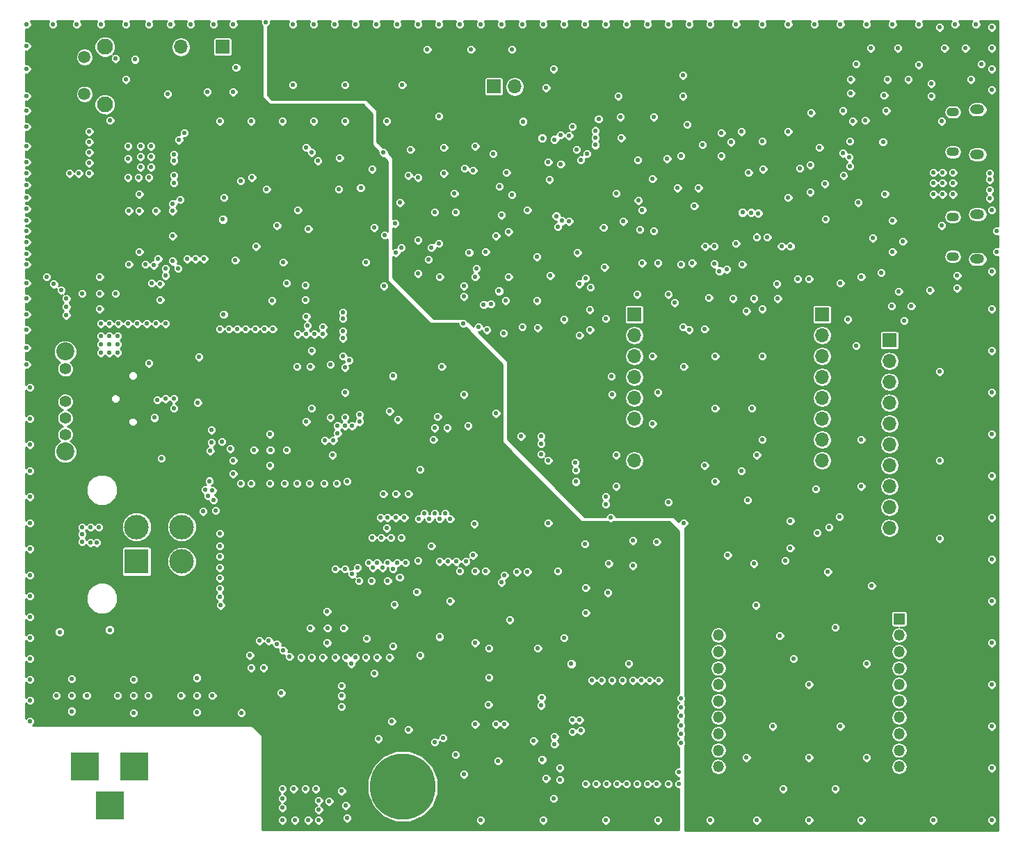
<source format=gbr>
G04 #@! TF.FileFunction,Copper,L3,Inr,Mixed*
%FSLAX46Y46*%
G04 Gerber Fmt 4.6, Leading zero omitted, Abs format (unit mm)*
G04 Created by KiCad (PCBNEW 4.0.7) date 11/20/18 00:48:14*
%MOMM*%
%LPD*%
G01*
G04 APERTURE LIST*
%ADD10C,0.100000*%
%ADD11C,0.558800*%
%ADD12O,1.500000X1.100000*%
%ADD13O,1.700000X1.200000*%
%ADD14R,3.500000X3.500000*%
%ADD15R,3.000000X3.000000*%
%ADD16C,3.000000*%
%ADD17R,1.350000X1.350000*%
%ADD18O,1.350000X1.350000*%
%ADD19R,1.700000X1.700000*%
%ADD20O,1.700000X1.700000*%
%ADD21C,1.498000*%
%ADD22C,1.950000*%
%ADD23C,1.400000*%
%ADD24C,2.200000*%
%ADD25C,8.000000*%
%ADD26C,0.254000*%
G04 APERTURE END LIST*
D10*
D11*
X46101020Y-84582020D03*
X47244020Y-83693020D03*
X45720020Y-82677020D03*
X47498020Y-82677020D03*
X46736020Y-81915020D03*
X47498020Y-81407020D03*
X46736020Y-80899020D03*
X113411020Y-20193020D03*
X113411020Y-18923020D03*
X112141020Y-18923020D03*
X112141020Y-20193020D03*
X110998020Y-18923020D03*
X110998020Y-20193020D03*
X113411020Y-21590020D03*
X112141020Y-21590020D03*
X110998020Y-21590020D03*
X9652020Y-75438020D03*
X9652020Y-76327020D03*
X9652020Y-77216020D03*
X5461020Y-76327020D03*
X5461020Y-75438020D03*
X6858020Y-75438020D03*
X6858020Y-76327020D03*
X6858020Y-77216020D03*
X5461020Y-77216020D03*
X45593020Y-28702020D03*
X62103020Y-63881020D03*
X62103020Y-65278020D03*
X60960020Y-65278020D03*
X60960020Y-63881020D03*
X62103020Y-62611020D03*
X60960020Y-62611020D03*
X41910020Y-29845020D03*
X9525020Y-35560020D03*
X9525020Y-31623020D03*
X7366020Y-33655020D03*
X11430020Y-33655020D03*
X9525020Y-33655020D03*
X30226020Y-54610020D03*
X30226020Y-50800020D03*
X28321020Y-52705020D03*
X32258020Y-52705020D03*
X30285020Y-52705020D03*
X18542020Y-47625020D03*
X18542020Y-46482020D03*
X17526020Y-46482020D03*
X16510020Y-46609020D03*
X9652020Y-39878020D03*
X11684020Y-39878020D03*
X11684020Y-40894020D03*
X9652020Y-40894020D03*
X10668020Y-40894020D03*
X10668020Y-39878020D03*
X11684020Y-38862020D03*
X10668020Y-38862020D03*
X9652020Y-38862020D03*
X12954020Y-15748020D03*
X12954020Y-17272020D03*
X15748020Y-15748020D03*
X14478020Y-15748020D03*
X15748020Y-17018020D03*
X14478020Y-17018020D03*
X15748020Y-18288020D03*
X14478020Y-18288020D03*
X15494020Y-19558020D03*
X14224020Y-19558020D03*
X12954020Y-19558020D03*
X29845020Y-20955020D03*
X33655020Y-23495020D03*
X31115020Y-25400020D03*
X28575020Y-27940020D03*
X12700020Y-7620020D03*
X33020020Y-8255020D03*
X39370020Y-8255020D03*
X46355020Y-8255020D03*
X50800020Y-12065020D03*
X51435020Y-15875020D03*
X51435020Y-19050020D03*
X76835020Y-19685020D03*
X61595020Y-23495020D03*
X58420020Y-24130020D03*
X57785020Y-26670020D03*
X56515020Y-28575020D03*
X66040020Y-36830020D03*
X67945020Y-38735020D03*
X69215020Y-38100020D03*
X90170020Y-41275020D03*
X76835020Y-49530020D03*
X80645020Y-42545020D03*
X77470020Y-45720020D03*
X76835020Y-41275020D03*
X84455020Y-41275020D03*
X84455020Y-47625020D03*
X88900020Y-47625020D03*
X83185020Y-54610020D03*
X89535020Y-53340020D03*
X87630020Y-55245020D03*
X84455020Y-56515020D03*
X78740020Y-59055020D03*
X72390020Y-53340020D03*
X72390020Y-57150020D03*
X71755020Y-60960020D03*
X68580020Y-64135020D03*
X102235020Y-57150020D03*
X102235020Y-51435020D03*
X101600020Y-40005020D03*
X111760020Y-43180020D03*
X111760020Y-53975020D03*
X111760020Y-63500020D03*
X103505020Y-69215020D03*
X99060020Y-74295020D03*
X93980020Y-78105020D03*
X102870020Y-78740020D03*
X95885020Y-81280020D03*
X91440020Y-86360020D03*
X99695020Y-86360020D03*
X102870020Y-90170020D03*
X95885020Y-90170020D03*
X88265020Y-90170020D03*
X99060020Y-93980020D03*
X92710020Y-93980020D03*
X118745020Y-28575020D03*
X118745020Y-26035020D03*
X118110020Y-23495020D03*
X118110020Y-6350020D03*
X118110020Y-3810020D03*
X116205020Y-889020D03*
X113665020Y-889020D03*
X109220020Y-889020D03*
X106045020Y-889020D03*
X102870020Y-889020D03*
X99695020Y-889020D03*
X96520020Y-889020D03*
X93345020Y-889020D03*
X90170020Y-889020D03*
X86995020Y-889020D03*
X83820020Y-889020D03*
X81280020Y-889020D03*
X78740020Y-889020D03*
X76200020Y-889020D03*
X73660020Y-889020D03*
X71120020Y-889020D03*
X68580020Y-889020D03*
X66040020Y-889020D03*
X63500020Y-889020D03*
X60960020Y-889020D03*
X58420020Y-889020D03*
X55880020Y-889020D03*
X53340020Y-889020D03*
X50800020Y-889020D03*
X48260020Y-889020D03*
X45720020Y-889020D03*
X43180020Y-889020D03*
X40640020Y-889020D03*
X38100020Y-889020D03*
X35560020Y-889020D03*
X33020020Y-889020D03*
X29718020Y-635020D03*
X25781020Y-889020D03*
X23368020Y-889020D03*
X20574020Y-889020D03*
X18161020Y-889020D03*
X15494020Y-889020D03*
X12700020Y-889020D03*
X9652020Y-889020D03*
X6731020Y-889020D03*
X3810020Y-889020D03*
X635020Y-889020D03*
X635020Y-3556020D03*
X635020Y-6350020D03*
X635020Y-9652020D03*
X635020Y-11430020D03*
X635020Y-13335020D03*
X635020Y-32385020D03*
X635020Y-34290020D03*
X635020Y-36195020D03*
X635020Y-38100020D03*
X635020Y-40259020D03*
X635020Y-42291020D03*
X1016020Y-45085020D03*
X1016020Y-48895020D03*
X1016020Y-52070020D03*
X1016020Y-55245020D03*
X1016020Y-58420020D03*
X1016020Y-61595020D03*
X1016020Y-64770020D03*
X1016020Y-67945020D03*
X1016020Y-70485020D03*
X1016020Y-73025020D03*
X1016020Y-75565020D03*
X1016020Y-78105020D03*
X1016020Y-80645020D03*
X1016020Y-83185020D03*
X1016020Y-85725020D03*
X6096020Y-84518520D03*
X6096020Y-80581520D03*
X4254520Y-82613520D03*
X7937520Y-82613520D03*
X6096020Y-82618020D03*
X13652520Y-84709020D03*
X13652520Y-80645020D03*
X11684020Y-82613520D03*
X15430520Y-82618020D03*
X13650000Y-82618020D03*
X21336020Y-84645520D03*
X21336020Y-80454520D03*
X19431020Y-82613520D03*
X23241020Y-82613520D03*
X21336020Y-82618020D03*
X41084520Y-68643520D03*
X46037520Y-68199020D03*
X44577020Y-68643520D03*
X42608520Y-68643520D03*
X38956000Y-83947020D03*
X38956000Y-81407020D03*
X38956000Y-82644000D03*
X37211020Y-76200020D03*
X37211020Y-72390020D03*
X35179020Y-74389000D03*
X39243020Y-74389000D03*
X34544020Y-32639020D03*
X34544020Y-34417020D03*
X34671020Y-36449020D03*
X34798020Y-37592020D03*
X36703020Y-37719020D03*
X36703020Y-38608020D03*
X35687020Y-38608020D03*
X34671020Y-38608020D03*
X33655020Y-38608020D03*
X52197020Y-61087020D03*
X51562020Y-60452020D03*
X50927020Y-61087020D03*
X50292020Y-60452020D03*
X49657020Y-61087020D03*
X49022020Y-60452020D03*
X48387020Y-61087020D03*
X44069020Y-58039020D03*
X47117020Y-58039020D03*
X45593020Y-58039020D03*
X44450020Y-62230020D03*
X43688020Y-60960020D03*
X44577020Y-60960020D03*
X45593020Y-60960020D03*
X46609020Y-60960020D03*
X46228020Y-63373020D03*
X44958020Y-63373020D03*
X43815020Y-63373020D03*
X42672020Y-63373020D03*
X64389020Y-47371020D03*
X64389020Y-43434020D03*
X66294020Y-45466020D03*
X62230020Y-45466020D03*
X64357347Y-45446195D03*
X60960020Y-43434020D03*
X60960020Y-44704020D03*
X60960020Y-42291020D03*
X61976020Y-41656020D03*
X63500020Y-41656020D03*
X64770020Y-41656020D03*
X67945020Y-44450020D03*
X67945020Y-46101020D03*
X67945020Y-47752020D03*
X64008020Y-49149020D03*
X66675020Y-49149020D03*
X64135020Y-61595020D03*
X65278020Y-67437020D03*
X74422020Y-63754020D03*
X71501020Y-66548020D03*
X68707020Y-69469020D03*
X77343020Y-63881020D03*
X74422020Y-66802020D03*
X71374020Y-70104020D03*
X68707020Y-72517020D03*
X66040020Y-75565020D03*
X52832020Y-89789020D03*
X53848020Y-92202020D03*
X55880020Y-97790020D03*
X64770020Y-95123020D03*
X63500020Y-97790020D03*
X71120020Y-97790020D03*
X77470020Y-97790020D03*
X83820020Y-97790020D03*
X89535020Y-97790020D03*
X95885020Y-97790020D03*
X102235020Y-97790020D03*
X110998020Y-97790020D03*
X118110020Y-97790020D03*
X118110020Y-91440020D03*
X118110020Y-86360020D03*
X118110020Y-81280020D03*
X118110020Y-76200020D03*
X118110020Y-71120020D03*
X118110020Y-66040020D03*
X118110020Y-60960020D03*
X118110020Y-55880020D03*
X118110020Y-50800020D03*
X118110020Y-45720020D03*
X118110020Y-40640020D03*
X118110020Y-35560020D03*
X118110020Y-30988020D03*
X118110020Y-8890020D03*
X116840020Y-5715020D03*
X115570020Y-7620020D03*
X105410020Y-7620020D03*
X107950020Y-7620020D03*
X109220020Y-5842020D03*
X100965020Y-9271020D03*
X100965020Y-7620020D03*
X101600020Y-5715020D03*
X103378020Y-3810020D03*
X106680020Y-3810020D03*
X112395020Y-3810020D03*
X114935020Y-3810020D03*
X111760020Y-1270020D03*
X118110020Y-1270020D03*
X83185020Y-37973020D03*
X78740020Y-33782020D03*
X74930020Y-33782020D03*
X75565020Y-29972020D03*
X77470020Y-29972020D03*
X80264020Y-30099020D03*
X86995020Y-27559020D03*
X92075020Y-34290020D03*
X89154020Y-34290020D03*
X94488020Y-31877020D03*
X95885020Y-31877020D03*
X99695020Y-32385020D03*
X102235020Y-31623020D03*
X104648020Y-31115020D03*
X110617020Y-33274020D03*
X106045020Y-28575020D03*
X107315020Y-27305020D03*
X106045020Y-24765020D03*
X103632020Y-26924020D03*
X101854020Y-22606020D03*
X93345020Y-21971020D03*
X94742020Y-18415020D03*
X97790020Y-20320020D03*
X100076020Y-19304020D03*
X97155020Y-15875020D03*
X93345020Y-13970020D03*
X87630020Y-13970020D03*
X85217020Y-14097020D03*
X64770020Y-6350020D03*
X57404020Y-16637020D03*
X53975020Y-18415020D03*
X38735020Y-17145020D03*
X47371020Y-16129020D03*
X44450020Y-12700020D03*
X39370020Y-12700020D03*
X35560020Y-12700020D03*
X31750020Y-12700020D03*
X27940020Y-12700020D03*
X24130020Y-12700020D03*
X35306020Y-16510020D03*
X26670020Y-19939020D03*
X24638020Y-21971020D03*
X10795020Y-12573020D03*
X8255020Y-13970020D03*
X8255020Y-15240020D03*
X8255020Y-16510020D03*
X8255020Y-17780020D03*
X5842020Y-19050020D03*
X6985020Y-19050020D03*
X8255020Y-19050020D03*
X635020Y-15748020D03*
X635020Y-17653020D03*
X635020Y-19050020D03*
X635020Y-20447020D03*
X635020Y-21971020D03*
X635020Y-23368020D03*
X635020Y-24765020D03*
X635020Y-26035020D03*
X635020Y-27432020D03*
X635020Y-28829020D03*
X635020Y-30099020D03*
X34036020Y-77978020D03*
X35306020Y-77978020D03*
X36703020Y-77978020D03*
X38227020Y-77978020D03*
X39497020Y-77978020D03*
X40640020Y-77978020D03*
X41910020Y-77978020D03*
X43307020Y-77978020D03*
X44831020Y-77978020D03*
X32639020Y-77851020D03*
X31877020Y-77089020D03*
X31115020Y-76327020D03*
X30099020Y-75946020D03*
X28956020Y-75946020D03*
X24257020Y-71628020D03*
X24130020Y-70612020D03*
X24130020Y-69596020D03*
X24130020Y-68326020D03*
X24130020Y-67056020D03*
X24130020Y-65659020D03*
X24130020Y-64389020D03*
X24130020Y-62865020D03*
X23114020Y-50292020D03*
X24384020Y-51689020D03*
X23114020Y-51816020D03*
X25400020Y-52578020D03*
X25781020Y-53975020D03*
X25781020Y-55626020D03*
X26670020Y-56769020D03*
X27940020Y-56769020D03*
X30226020Y-56769020D03*
X32004020Y-56769020D03*
X33528020Y-56769020D03*
X35052020Y-56769020D03*
X36830020Y-56769020D03*
X38354020Y-56769020D03*
X39624020Y-56515020D03*
X24130020Y-37973020D03*
X25273020Y-37973020D03*
X26289020Y-37973020D03*
X27305020Y-37973020D03*
X28448020Y-37973020D03*
X29591020Y-37973020D03*
X30607020Y-37973020D03*
X17526020Y-37338020D03*
X16383020Y-37338020D03*
X15240020Y-37338020D03*
X14097020Y-37338020D03*
X12954020Y-37338020D03*
X11811020Y-37338020D03*
X10668020Y-37338020D03*
X9652020Y-37338020D03*
X3048020Y-31623020D03*
X3937020Y-32512020D03*
X4826020Y-33274020D03*
X5461020Y-34290020D03*
X5461020Y-35306020D03*
X5461020Y-36322020D03*
X117856020Y-22098020D03*
X117856020Y-21082020D03*
X117856020Y-19812020D03*
X117856020Y-19050020D03*
X59690020Y-3937020D03*
X54737020Y-3937020D03*
X49403020Y-3937020D03*
X18542020Y-16764020D03*
X18542020Y-17526020D03*
X18542020Y-19304020D03*
X18542020Y-20193020D03*
X13081020Y-23622020D03*
X14351020Y-23622020D03*
X16383020Y-23622020D03*
X19304020Y-22225020D03*
X18415020Y-22733020D03*
X26035020Y-29591020D03*
X22225020Y-29464020D03*
X21209020Y-29464020D03*
X20193020Y-29464020D03*
X18415020Y-23622020D03*
X18415020Y-26670020D03*
X19050020Y-30607020D03*
X18415020Y-29718020D03*
X16129020Y-30226020D03*
X15113020Y-30099020D03*
X16637020Y-29464020D03*
X13081020Y-30099020D03*
X17526020Y-31496020D03*
X17526020Y-30607020D03*
X16891020Y-32512020D03*
X15875020Y-32385020D03*
X9144020Y-64008020D03*
X8382020Y-64008020D03*
X7366020Y-63881020D03*
X7366020Y-62992020D03*
X7366020Y-62103020D03*
X8382020Y-62103020D03*
X9398020Y-62103020D03*
X22098020Y-60198020D03*
X23622020Y-60071020D03*
X23368020Y-58801020D03*
X22733020Y-58293020D03*
X23241020Y-57658020D03*
X22352020Y-57531020D03*
X39116020Y-35941020D03*
X39116020Y-36703020D03*
X39116020Y-38227020D03*
X39116020Y-39116020D03*
X33528020Y-42545020D03*
X35179020Y-42545020D03*
X39878020Y-41783020D03*
X39116020Y-41275020D03*
X37592020Y-42291020D03*
X39370020Y-48768020D03*
X39370020Y-42672020D03*
X39370020Y-45720020D03*
X41148020Y-48387020D03*
X41148020Y-49276020D03*
X40259020Y-49784020D03*
X39370020Y-49784020D03*
X37592020Y-48768020D03*
X34671020Y-49276020D03*
X38481020Y-49784020D03*
X38481020Y-50673020D03*
X37973020Y-51562020D03*
X36957020Y-51562020D03*
X44831020Y-48006020D03*
X57785020Y-48260020D03*
X54356020Y-49784020D03*
X51181020Y-42545020D03*
X50673020Y-48641020D03*
X50292020Y-50038020D03*
X50165020Y-51435020D03*
X48514020Y-77724020D03*
X38227020Y-67183020D03*
X39370020Y-67183020D03*
X45212020Y-67183020D03*
X43942020Y-67056020D03*
X42799020Y-67056020D03*
X40894020Y-67056020D03*
X40259020Y-67818020D03*
X42291020Y-66421020D03*
X43307020Y-66421020D03*
X44577020Y-66421020D03*
X45720020Y-66421020D03*
X46736020Y-66421020D03*
X49911020Y-64389020D03*
X48260020Y-66167020D03*
X56515020Y-67437020D03*
X55245020Y-67437020D03*
X53340020Y-67437020D03*
X54991020Y-65532020D03*
X54102020Y-66294020D03*
X52959020Y-66294020D03*
X51943020Y-66294020D03*
X50927020Y-66294020D03*
X60325020Y-67564020D03*
X61595020Y-67564020D03*
X59436020Y-73406020D03*
X55245020Y-76200020D03*
X56896020Y-80391020D03*
X55245020Y-86106020D03*
X51308020Y-87757020D03*
X64135020Y-53975020D03*
X63246020Y-53213020D03*
X63246020Y-51943020D03*
X63246020Y-51054020D03*
X63881020Y-92710020D03*
X68707020Y-93345020D03*
X69977020Y-93345020D03*
X71247020Y-93345020D03*
X72517020Y-93345020D03*
X73660020Y-93345020D03*
X74930020Y-93345020D03*
X76200020Y-93345020D03*
X77343020Y-93345020D03*
X78740020Y-93345020D03*
X80010020Y-93345020D03*
X80010020Y-91948020D03*
X80264020Y-88392020D03*
X80264020Y-87249020D03*
X80264020Y-86233020D03*
X80264020Y-85090020D03*
X80264020Y-84074020D03*
X80264020Y-82931020D03*
X77597020Y-80772020D03*
X76454020Y-80772020D03*
X75438020Y-80772020D03*
X74422020Y-80772020D03*
X73152020Y-80772020D03*
X71882020Y-80772020D03*
X70612020Y-80772020D03*
X69469020Y-80772020D03*
X73914020Y-78740020D03*
X67945020Y-85598020D03*
X67056020Y-85598020D03*
X68072020Y-86868020D03*
X67056020Y-86995020D03*
X64897020Y-87630020D03*
X64897020Y-88519020D03*
X62357020Y-88138020D03*
X57785020Y-86106020D03*
X58801020Y-86106020D03*
X50292020Y-88265020D03*
X47117020Y-86741020D03*
X45085020Y-85725020D03*
X37465020Y-95504020D03*
X38989020Y-94234020D03*
X39624020Y-97536020D03*
X39497020Y-96012020D03*
X33147020Y-93980020D03*
X34544020Y-93980020D03*
X35814020Y-93980020D03*
X36195020Y-95377020D03*
X36195020Y-96520020D03*
X36195020Y-97790020D03*
X34925020Y-97790020D03*
X33274020Y-97790020D03*
X31750020Y-97790020D03*
X31750020Y-96266020D03*
X31750020Y-95123020D03*
D12*
X113380000Y-29170000D03*
X113380000Y-24330000D03*
D13*
X116380000Y-29480000D03*
X116380000Y-24020000D03*
D14*
X13750000Y-91281900D03*
X7750000Y-91281900D03*
X10750000Y-95981900D03*
D15*
X14000000Y-66278800D03*
D16*
X14000000Y-62078800D03*
X19500000Y-66278800D03*
X19500000Y-62078800D03*
D17*
X84838000Y-73270000D03*
D18*
X84838000Y-75270000D03*
X84838000Y-77270000D03*
X84838000Y-79270000D03*
X84838000Y-81270000D03*
X84838000Y-83270000D03*
X84838000Y-85270000D03*
X84838000Y-87270000D03*
X84838000Y-89270000D03*
X84838000Y-91270000D03*
D17*
X106838000Y-73270000D03*
D18*
X106838000Y-75270000D03*
X106838000Y-77270000D03*
X106838000Y-79270000D03*
X106838000Y-81270000D03*
X106838000Y-83270000D03*
X106838000Y-85270000D03*
X106838000Y-87270000D03*
X106838000Y-89270000D03*
X106838000Y-91270000D03*
D19*
X74614000Y-36230000D03*
D20*
X74614000Y-38770000D03*
X74614000Y-41310000D03*
X74614000Y-43850000D03*
X74614000Y-46390000D03*
X74614000Y-48930000D03*
X74614000Y-51470000D03*
X74614000Y-54010000D03*
D19*
X97474000Y-36230000D03*
D20*
X97474000Y-38770000D03*
X97474000Y-41310000D03*
X97474000Y-43850000D03*
X97474000Y-46390000D03*
X97474000Y-48930000D03*
X97474000Y-51470000D03*
X97474000Y-54010000D03*
D19*
X57498000Y-8476000D03*
D20*
X60038000Y-8476000D03*
D19*
X24478000Y-3650000D03*
D20*
X21938000Y-3650000D03*
X19398000Y-3650000D03*
D19*
X105664000Y-39370000D03*
D20*
X105664000Y-41910000D03*
X105664000Y-44450000D03*
X105664000Y-46990000D03*
X105664000Y-49530000D03*
X105664000Y-52070000D03*
X105664000Y-54610000D03*
X105664000Y-57150000D03*
X105664000Y-59690000D03*
X105664000Y-62230000D03*
D21*
X7675000Y-4893800D03*
X7675000Y-9393800D03*
D22*
X10165000Y-3638800D03*
X10165000Y-10648800D03*
D23*
X5325000Y-50832600D03*
X5325000Y-48832600D03*
X5325000Y-46832600D03*
D24*
X5325000Y-52932600D03*
X5325000Y-40732600D03*
D23*
X5325000Y-42832600D03*
D12*
X113380000Y-16420000D03*
X113380000Y-11580000D03*
D13*
X116380000Y-16730000D03*
X116380000Y-11270000D03*
D25*
X46433740Y-93662500D03*
D11*
X37237000Y-74389000D03*
X31750020Y-93980020D03*
X49562317Y-29529186D03*
X16173371Y-48779420D03*
X42672020Y-18542020D03*
X38608020Y-20955020D03*
X41291224Y-20811816D03*
X34925020Y-25781020D03*
X26785132Y-84697132D03*
X89408020Y-71628020D03*
X85979020Y-65532020D03*
X89154020Y-66548020D03*
X98171020Y-67564020D03*
X93599020Y-64643020D03*
X98298020Y-62103020D03*
X96686097Y-57443097D03*
X80518020Y-37719020D03*
X81915020Y-22987020D03*
X81661020Y-29972020D03*
X88264782Y-35813782D03*
X83693020Y-34163020D03*
X90805020Y-26797020D03*
X100584020Y-36830020D03*
X106807020Y-33401020D03*
X108331020Y-35179020D03*
X113919020Y-33020020D03*
X113919020Y-31496020D03*
X112014020Y-25400020D03*
X97867082Y-24588082D03*
X110744020Y-8128020D03*
X110744020Y-9652020D03*
X112014020Y-12700020D03*
X105118082Y-21552082D03*
X100838020Y-18161020D03*
X105283020Y-11430020D03*
X105029020Y-9525020D03*
X104876082Y-15214082D03*
X102743020Y-12573020D03*
X101219020Y-12700020D03*
X99987680Y-11430020D03*
X96139020Y-11684020D03*
X96012020Y-18034020D03*
X90297020Y-18542020D03*
X88519020Y-18923020D03*
X90170020Y-15113020D03*
X79883020Y-20828020D03*
X76962020Y-12192020D03*
X80518020Y-9652020D03*
X80518020Y-7112020D03*
X61066000Y-12721040D03*
X52705020Y-21463020D03*
X73279020Y-24892020D03*
X70993020Y-30480020D03*
X69173944Y-35645944D03*
X64388921Y-31496111D03*
X53848020Y-34036020D03*
X58133000Y-33368000D03*
X45466020Y-25146020D03*
X46101020Y-22606020D03*
X47117020Y-19304020D03*
X50800020Y-27559020D03*
X65278020Y-25527020D03*
X72390020Y-21463020D03*
X65659020Y-17907020D03*
X63881020Y-8636020D03*
X11430020Y-5080020D03*
X13810000Y-5174000D03*
X26125020Y-6133020D03*
X17780020Y-9398020D03*
X22606020Y-9144020D03*
X15494020Y-42164020D03*
X22987020Y-52832020D03*
X17018020Y-53721020D03*
X21463020Y-46928688D03*
X44099822Y-32766020D03*
X54495020Y-28690020D03*
X60960020Y-37719020D03*
X60833020Y-51054020D03*
X27940020Y-79248020D03*
X31623020Y-82296020D03*
X45382000Y-71544000D03*
X42016000Y-75671000D03*
X58801020Y-67945020D03*
X43434020Y-87884020D03*
X42926020Y-79883020D03*
X44958020Y-75438020D03*
X50192593Y-40424447D03*
X46355020Y-80010020D03*
X79502020Y-96266020D03*
X79883020Y-90914020D03*
X79514020Y-80784020D03*
X79502020Y-77216020D03*
X79502020Y-70612020D03*
X79502020Y-65278020D03*
X42251520Y-13740020D03*
X28003520Y-1460520D03*
X45783520Y-33972520D03*
X56451520Y-40513020D03*
X58102520Y-43180020D03*
X58102520Y-51435020D03*
X62992020Y-56769020D03*
X74422020Y-62484020D03*
X56896020Y-76835020D03*
X50914321Y-75450719D03*
X58420020Y-68834020D03*
X40132020Y-78740020D03*
X21590020Y-41402020D03*
X90170020Y-51435020D03*
X42926020Y-25654020D03*
X31877020Y-29879054D03*
X62865020Y-37846020D03*
X29464020Y-79248020D03*
X62865020Y-76835020D03*
X71127360Y-59325640D03*
X71127360Y-58420020D03*
X65532020Y-91440020D03*
X65532020Y-92837020D03*
X71127360Y-36699834D03*
X56642020Y-38100020D03*
X57134964Y-34932119D03*
X53848020Y-32766020D03*
X84963020Y-21971020D03*
X61849020Y-20802600D03*
X82105520Y-97345520D03*
X82169020Y-89916020D03*
X82296020Y-81915020D03*
X82042020Y-75946020D03*
X82042020Y-69342020D03*
X82042020Y-64262020D03*
X89281020Y-68072020D03*
X95111020Y-62496020D03*
X94234020Y-58293020D03*
X95504020Y-47244020D03*
X80010020Y-22987020D03*
X82423020Y-33528020D03*
X81915020Y-36449020D03*
X102108020Y-36830020D03*
X110998020Y-36830020D03*
X94361020Y-24638020D03*
X105719571Y-15692469D03*
X99568020Y-10795020D03*
X98425020Y-16637020D03*
X90297020Y-19939020D03*
X87376020Y-19050020D03*
X89154020Y-14224020D03*
X85090020Y-8509020D03*
X85090020Y-5969020D03*
X62738020Y-12573020D03*
X66040020Y-31369020D03*
X66421020Y-35052020D03*
X54495020Y-27190020D03*
X72771020Y-22733020D03*
X73177440Y-13436600D03*
X64706520Y-8636020D03*
X68834020Y-8509020D03*
X68961020Y-4953020D03*
X68961020Y-3175020D03*
X57531020Y-13081020D03*
X43751520Y-13716020D03*
X31432520Y-1397020D03*
X48577520Y-33147020D03*
X57658020Y-38227020D03*
X59602520Y-43204020D03*
X60960020Y-52451020D03*
X64770020Y-56515020D03*
X76124520Y-60019520D03*
X62738020Y-34544020D03*
X58928020Y-34544020D03*
X55245020Y-31623020D03*
X50927020Y-31623020D03*
X48260020Y-27178020D03*
X50292020Y-23749020D03*
X48260020Y-19558020D03*
X14351020Y-21590020D03*
X24523020Y-24650020D03*
X35306020Y-40640020D03*
X45224020Y-43700020D03*
X24603953Y-36186236D03*
X22895633Y-56496849D03*
X52832020Y-23749020D03*
X53756544Y-37292982D03*
X87772750Y-23801647D03*
X86614020Y-34290020D03*
X86360020Y-15240020D03*
X87757020Y-30099020D03*
X55626020Y-37719020D03*
X56273797Y-35033433D03*
X49911020Y-28067020D03*
X58674020Y-38481020D03*
X67505931Y-55157317D03*
X92329020Y-75311020D03*
X99568020Y-60833020D03*
X90170020Y-35560020D03*
X91948020Y-32512020D03*
X65770456Y-24822288D03*
X71816665Y-43749665D03*
X81280020Y-38100020D03*
X75296213Y-25893213D03*
X70847638Y-25613814D03*
X65090122Y-24232048D03*
X71882020Y-45974020D03*
X76962020Y-26035020D03*
X66675020Y-24892020D03*
X84974681Y-30921930D03*
X83214356Y-27941669D03*
X54991020Y-18669020D03*
X84332499Y-30058730D03*
X84328529Y-27906851D03*
X59055020Y-18923020D03*
X107442020Y-36957020D03*
X105918020Y-35179020D03*
X68083821Y-17387219D03*
X75017486Y-17431451D03*
X78613020Y-17272020D03*
X59691217Y-21673617D03*
X69864224Y-15593706D03*
X73025020Y-14732020D03*
X69845278Y-14703253D03*
X72898020Y-12192020D03*
X69845278Y-13831745D03*
X72644020Y-9652020D03*
X34671020Y-15875020D03*
X28067020Y-19558020D03*
X67422888Y-54243152D03*
X45847020Y-49022020D03*
X27813020Y-77724020D03*
X10731520Y-74612520D03*
X4635520Y-74866520D03*
X85171223Y-16936817D03*
X45228020Y-76581020D03*
X56854835Y-83691074D03*
X58039020Y-90551020D03*
X19812020Y-14097020D03*
X19177020Y-14986020D03*
X30480020Y-34544020D03*
X32258020Y-32385020D03*
X100788025Y-17070717D03*
X100019616Y-16594268D03*
X96012020Y-21336020D03*
X92527102Y-27904300D03*
X92964020Y-66182407D03*
X93604101Y-27884509D03*
X96887609Y-62810243D03*
X93599020Y-61341020D03*
X85852020Y-30734020D03*
X70251962Y-12425078D03*
X58166020Y-20609580D03*
X48133020Y-69977020D03*
X48508391Y-55102062D03*
X55118020Y-61722020D03*
X52197020Y-71120020D03*
X67505931Y-56569519D03*
X64262020Y-19812020D03*
X46228020Y-28067020D03*
X48260020Y-31242020D03*
X36068020Y-17526020D03*
X44069020Y-16510020D03*
X55372020Y-30607020D03*
X44188359Y-26580609D03*
X59309020Y-31623020D03*
X59309020Y-26162020D03*
X67691020Y-28702020D03*
X62738020Y-29210020D03*
X80645020Y-61595020D03*
X69253085Y-32905784D03*
X88392020Y-58801020D03*
X68691202Y-31811033D03*
X80264020Y-16891020D03*
X67564020Y-16129020D03*
X82423020Y-20828020D03*
X68834020Y-16637020D03*
X82896402Y-15561210D03*
X64897020Y-14919980D03*
X55245020Y-15748020D03*
X63391994Y-14750994D03*
X64135020Y-17653020D03*
X75085528Y-22352020D03*
X89707762Y-23892252D03*
X65659020Y-14351020D03*
X89524020Y-26786020D03*
X66675020Y-14478020D03*
X25781020Y-9144020D03*
X79502020Y-34798020D03*
X67945020Y-32512020D03*
X67056020Y-13335020D03*
X81026020Y-13081020D03*
X88835330Y-23810098D03*
X75565020Y-23495020D03*
X100838020Y-15113020D03*
X66941020Y-78752020D03*
X63246020Y-83820020D03*
X53848020Y-45974020D03*
X51816020Y-50038020D03*
X63385020Y-90424020D03*
X63307020Y-82870020D03*
X37846020Y-53340020D03*
X35306020Y-47625020D03*
X16891020Y-34417020D03*
X14351020Y-28575020D03*
D26*
G36*
X32503527Y-543258D02*
X32410526Y-767231D01*
X32410314Y-1009745D01*
X32502925Y-1233880D01*
X32674258Y-1405513D01*
X32898231Y-1498514D01*
X33140745Y-1498726D01*
X33364880Y-1406115D01*
X33536513Y-1234782D01*
X33629514Y-1010809D01*
X33629726Y-768295D01*
X33537115Y-544160D01*
X33501038Y-508020D01*
X35078827Y-508020D01*
X35043527Y-543258D01*
X34950526Y-767231D01*
X34950314Y-1009745D01*
X35042925Y-1233880D01*
X35214258Y-1405513D01*
X35438231Y-1498514D01*
X35680745Y-1498726D01*
X35904880Y-1406115D01*
X36076513Y-1234782D01*
X36169514Y-1010809D01*
X36169726Y-768295D01*
X36077115Y-544160D01*
X36041038Y-508020D01*
X37618827Y-508020D01*
X37583527Y-543258D01*
X37490526Y-767231D01*
X37490314Y-1009745D01*
X37582925Y-1233880D01*
X37754258Y-1405513D01*
X37978231Y-1498514D01*
X38220745Y-1498726D01*
X38444880Y-1406115D01*
X38616513Y-1234782D01*
X38709514Y-1010809D01*
X38709726Y-768295D01*
X38617115Y-544160D01*
X38581038Y-508020D01*
X40158827Y-508020D01*
X40123527Y-543258D01*
X40030526Y-767231D01*
X40030314Y-1009745D01*
X40122925Y-1233880D01*
X40294258Y-1405513D01*
X40518231Y-1498514D01*
X40760745Y-1498726D01*
X40984880Y-1406115D01*
X41156513Y-1234782D01*
X41249514Y-1010809D01*
X41249726Y-768295D01*
X41157115Y-544160D01*
X41121038Y-508020D01*
X42698827Y-508020D01*
X42663527Y-543258D01*
X42570526Y-767231D01*
X42570314Y-1009745D01*
X42662925Y-1233880D01*
X42834258Y-1405513D01*
X43058231Y-1498514D01*
X43300745Y-1498726D01*
X43524880Y-1406115D01*
X43696513Y-1234782D01*
X43789514Y-1010809D01*
X43789726Y-768295D01*
X43697115Y-544160D01*
X43661038Y-508020D01*
X45238827Y-508020D01*
X45203527Y-543258D01*
X45110526Y-767231D01*
X45110314Y-1009745D01*
X45202925Y-1233880D01*
X45374258Y-1405513D01*
X45598231Y-1498514D01*
X45840745Y-1498726D01*
X46064880Y-1406115D01*
X46236513Y-1234782D01*
X46329514Y-1010809D01*
X46329726Y-768295D01*
X46237115Y-544160D01*
X46201038Y-508020D01*
X47778827Y-508020D01*
X47743527Y-543258D01*
X47650526Y-767231D01*
X47650314Y-1009745D01*
X47742925Y-1233880D01*
X47914258Y-1405513D01*
X48138231Y-1498514D01*
X48380745Y-1498726D01*
X48604880Y-1406115D01*
X48776513Y-1234782D01*
X48869514Y-1010809D01*
X48869726Y-768295D01*
X48777115Y-544160D01*
X48741038Y-508020D01*
X50318827Y-508020D01*
X50283527Y-543258D01*
X50190526Y-767231D01*
X50190314Y-1009745D01*
X50282925Y-1233880D01*
X50454258Y-1405513D01*
X50678231Y-1498514D01*
X50920745Y-1498726D01*
X51144880Y-1406115D01*
X51316513Y-1234782D01*
X51409514Y-1010809D01*
X51409726Y-768295D01*
X51317115Y-544160D01*
X51281038Y-508020D01*
X52858827Y-508020D01*
X52823527Y-543258D01*
X52730526Y-767231D01*
X52730314Y-1009745D01*
X52822925Y-1233880D01*
X52994258Y-1405513D01*
X53218231Y-1498514D01*
X53460745Y-1498726D01*
X53684880Y-1406115D01*
X53856513Y-1234782D01*
X53949514Y-1010809D01*
X53949726Y-768295D01*
X53857115Y-544160D01*
X53821038Y-508020D01*
X55398827Y-508020D01*
X55363527Y-543258D01*
X55270526Y-767231D01*
X55270314Y-1009745D01*
X55362925Y-1233880D01*
X55534258Y-1405513D01*
X55758231Y-1498514D01*
X56000745Y-1498726D01*
X56224880Y-1406115D01*
X56396513Y-1234782D01*
X56489514Y-1010809D01*
X56489726Y-768295D01*
X56397115Y-544160D01*
X56361038Y-508020D01*
X57938827Y-508020D01*
X57903527Y-543258D01*
X57810526Y-767231D01*
X57810314Y-1009745D01*
X57902925Y-1233880D01*
X58074258Y-1405513D01*
X58298231Y-1498514D01*
X58540745Y-1498726D01*
X58764880Y-1406115D01*
X58936513Y-1234782D01*
X59029514Y-1010809D01*
X59029726Y-768295D01*
X58937115Y-544160D01*
X58901038Y-508020D01*
X60478827Y-508020D01*
X60443527Y-543258D01*
X60350526Y-767231D01*
X60350314Y-1009745D01*
X60442925Y-1233880D01*
X60614258Y-1405513D01*
X60838231Y-1498514D01*
X61080745Y-1498726D01*
X61304880Y-1406115D01*
X61476513Y-1234782D01*
X61569514Y-1010809D01*
X61569726Y-768295D01*
X61477115Y-544160D01*
X61441038Y-508020D01*
X63018827Y-508020D01*
X62983527Y-543258D01*
X62890526Y-767231D01*
X62890314Y-1009745D01*
X62982925Y-1233880D01*
X63154258Y-1405513D01*
X63378231Y-1498514D01*
X63620745Y-1498726D01*
X63844880Y-1406115D01*
X64016513Y-1234782D01*
X64109514Y-1010809D01*
X64109726Y-768295D01*
X64017115Y-544160D01*
X63981038Y-508020D01*
X65558827Y-508020D01*
X65523527Y-543258D01*
X65430526Y-767231D01*
X65430314Y-1009745D01*
X65522925Y-1233880D01*
X65694258Y-1405513D01*
X65918231Y-1498514D01*
X66160745Y-1498726D01*
X66384880Y-1406115D01*
X66556513Y-1234782D01*
X66649514Y-1010809D01*
X66649726Y-768295D01*
X66557115Y-544160D01*
X66521038Y-508020D01*
X68098827Y-508020D01*
X68063527Y-543258D01*
X67970526Y-767231D01*
X67970314Y-1009745D01*
X68062925Y-1233880D01*
X68234258Y-1405513D01*
X68458231Y-1498514D01*
X68700745Y-1498726D01*
X68924880Y-1406115D01*
X69096513Y-1234782D01*
X69189514Y-1010809D01*
X69189726Y-768295D01*
X69097115Y-544160D01*
X69061038Y-508020D01*
X70638827Y-508020D01*
X70603527Y-543258D01*
X70510526Y-767231D01*
X70510314Y-1009745D01*
X70602925Y-1233880D01*
X70774258Y-1405513D01*
X70998231Y-1498514D01*
X71240745Y-1498726D01*
X71464880Y-1406115D01*
X71636513Y-1234782D01*
X71729514Y-1010809D01*
X71729726Y-768295D01*
X71637115Y-544160D01*
X71601038Y-508020D01*
X73178827Y-508020D01*
X73143527Y-543258D01*
X73050526Y-767231D01*
X73050314Y-1009745D01*
X73142925Y-1233880D01*
X73314258Y-1405513D01*
X73538231Y-1498514D01*
X73780745Y-1498726D01*
X74004880Y-1406115D01*
X74176513Y-1234782D01*
X74269514Y-1010809D01*
X74269726Y-768295D01*
X74177115Y-544160D01*
X74141038Y-508020D01*
X75718827Y-508020D01*
X75683527Y-543258D01*
X75590526Y-767231D01*
X75590314Y-1009745D01*
X75682925Y-1233880D01*
X75854258Y-1405513D01*
X76078231Y-1498514D01*
X76320745Y-1498726D01*
X76544880Y-1406115D01*
X76716513Y-1234782D01*
X76809514Y-1010809D01*
X76809726Y-768295D01*
X76717115Y-544160D01*
X76681038Y-508020D01*
X78258827Y-508020D01*
X78223527Y-543258D01*
X78130526Y-767231D01*
X78130314Y-1009745D01*
X78222925Y-1233880D01*
X78394258Y-1405513D01*
X78618231Y-1498514D01*
X78860745Y-1498726D01*
X79084880Y-1406115D01*
X79256513Y-1234782D01*
X79349514Y-1010809D01*
X79349726Y-768295D01*
X79257115Y-544160D01*
X79221038Y-508020D01*
X80798827Y-508020D01*
X80763527Y-543258D01*
X80670526Y-767231D01*
X80670314Y-1009745D01*
X80762925Y-1233880D01*
X80934258Y-1405513D01*
X81158231Y-1498514D01*
X81400745Y-1498726D01*
X81624880Y-1406115D01*
X81796513Y-1234782D01*
X81889514Y-1010809D01*
X81889726Y-768295D01*
X81797115Y-544160D01*
X81761038Y-508020D01*
X83338827Y-508020D01*
X83303527Y-543258D01*
X83210526Y-767231D01*
X83210314Y-1009745D01*
X83302925Y-1233880D01*
X83474258Y-1405513D01*
X83698231Y-1498514D01*
X83940745Y-1498726D01*
X84164880Y-1406115D01*
X84336513Y-1234782D01*
X84429514Y-1010809D01*
X84429726Y-768295D01*
X84337115Y-544160D01*
X84301038Y-508020D01*
X86513827Y-508020D01*
X86478527Y-543258D01*
X86385526Y-767231D01*
X86385314Y-1009745D01*
X86477925Y-1233880D01*
X86649258Y-1405513D01*
X86873231Y-1498514D01*
X87115745Y-1498726D01*
X87339880Y-1406115D01*
X87511513Y-1234782D01*
X87604514Y-1010809D01*
X87604726Y-768295D01*
X87512115Y-544160D01*
X87476038Y-508020D01*
X89688827Y-508020D01*
X89653527Y-543258D01*
X89560526Y-767231D01*
X89560314Y-1009745D01*
X89652925Y-1233880D01*
X89824258Y-1405513D01*
X90048231Y-1498514D01*
X90290745Y-1498726D01*
X90514880Y-1406115D01*
X90686513Y-1234782D01*
X90779514Y-1010809D01*
X90779726Y-768295D01*
X90687115Y-544160D01*
X90651038Y-508020D01*
X92863827Y-508020D01*
X92828527Y-543258D01*
X92735526Y-767231D01*
X92735314Y-1009745D01*
X92827925Y-1233880D01*
X92999258Y-1405513D01*
X93223231Y-1498514D01*
X93465745Y-1498726D01*
X93689880Y-1406115D01*
X93861513Y-1234782D01*
X93954514Y-1010809D01*
X93954726Y-768295D01*
X93862115Y-544160D01*
X93826038Y-508020D01*
X96038827Y-508020D01*
X96003527Y-543258D01*
X95910526Y-767231D01*
X95910314Y-1009745D01*
X96002925Y-1233880D01*
X96174258Y-1405513D01*
X96398231Y-1498514D01*
X96640745Y-1498726D01*
X96864880Y-1406115D01*
X97036513Y-1234782D01*
X97129514Y-1010809D01*
X97129726Y-768295D01*
X97037115Y-544160D01*
X97001038Y-508020D01*
X99213827Y-508020D01*
X99178527Y-543258D01*
X99085526Y-767231D01*
X99085314Y-1009745D01*
X99177925Y-1233880D01*
X99349258Y-1405513D01*
X99573231Y-1498514D01*
X99815745Y-1498726D01*
X100039880Y-1406115D01*
X100211513Y-1234782D01*
X100304514Y-1010809D01*
X100304726Y-768295D01*
X100212115Y-544160D01*
X100176038Y-508020D01*
X102388827Y-508020D01*
X102353527Y-543258D01*
X102260526Y-767231D01*
X102260314Y-1009745D01*
X102352925Y-1233880D01*
X102524258Y-1405513D01*
X102748231Y-1498514D01*
X102990745Y-1498726D01*
X103214880Y-1406115D01*
X103386513Y-1234782D01*
X103479514Y-1010809D01*
X103479726Y-768295D01*
X103387115Y-544160D01*
X103351038Y-508020D01*
X105563827Y-508020D01*
X105528527Y-543258D01*
X105435526Y-767231D01*
X105435314Y-1009745D01*
X105527925Y-1233880D01*
X105699258Y-1405513D01*
X105923231Y-1498514D01*
X106165745Y-1498726D01*
X106389880Y-1406115D01*
X106561513Y-1234782D01*
X106654514Y-1010809D01*
X106654726Y-768295D01*
X106562115Y-544160D01*
X106526038Y-508020D01*
X108738827Y-508020D01*
X108703527Y-543258D01*
X108610526Y-767231D01*
X108610314Y-1009745D01*
X108702925Y-1233880D01*
X108874258Y-1405513D01*
X109098231Y-1498514D01*
X109340745Y-1498726D01*
X109564880Y-1406115D01*
X109580276Y-1390745D01*
X111150314Y-1390745D01*
X111242925Y-1614880D01*
X111414258Y-1786513D01*
X111638231Y-1879514D01*
X111880745Y-1879726D01*
X112104880Y-1787115D01*
X112276513Y-1615782D01*
X112369514Y-1391809D01*
X112369726Y-1149295D01*
X112277115Y-925160D01*
X112105782Y-753527D01*
X111881809Y-660526D01*
X111639295Y-660314D01*
X111415160Y-752925D01*
X111243527Y-924258D01*
X111150526Y-1148231D01*
X111150314Y-1390745D01*
X109580276Y-1390745D01*
X109736513Y-1234782D01*
X109829514Y-1010809D01*
X109829726Y-768295D01*
X109737115Y-544160D01*
X109701038Y-508020D01*
X113183827Y-508020D01*
X113148527Y-543258D01*
X113055526Y-767231D01*
X113055314Y-1009745D01*
X113147925Y-1233880D01*
X113319258Y-1405513D01*
X113543231Y-1498514D01*
X113785745Y-1498726D01*
X114009880Y-1406115D01*
X114181513Y-1234782D01*
X114274514Y-1010809D01*
X114274726Y-768295D01*
X114182115Y-544160D01*
X114146038Y-508020D01*
X115723827Y-508020D01*
X115688527Y-543258D01*
X115595526Y-767231D01*
X115595314Y-1009745D01*
X115687925Y-1233880D01*
X115859258Y-1405513D01*
X116083231Y-1498514D01*
X116325745Y-1498726D01*
X116549880Y-1406115D01*
X116565276Y-1390745D01*
X117500314Y-1390745D01*
X117592925Y-1614880D01*
X117764258Y-1786513D01*
X117988231Y-1879514D01*
X118230745Y-1879726D01*
X118454880Y-1787115D01*
X118626513Y-1615782D01*
X118719514Y-1391809D01*
X118719726Y-1149295D01*
X118627115Y-925160D01*
X118455782Y-753527D01*
X118231809Y-660526D01*
X117989295Y-660314D01*
X117765160Y-752925D01*
X117593527Y-924258D01*
X117500526Y-1148231D01*
X117500314Y-1390745D01*
X116565276Y-1390745D01*
X116721513Y-1234782D01*
X116814514Y-1010809D01*
X116814726Y-768295D01*
X116722115Y-544160D01*
X116686038Y-508020D01*
X118872020Y-508020D01*
X118872020Y-25427690D01*
X118866809Y-25425526D01*
X118624295Y-25425314D01*
X118400160Y-25517925D01*
X118228527Y-25689258D01*
X118135526Y-25913231D01*
X118135314Y-26155745D01*
X118227925Y-26379880D01*
X118399258Y-26551513D01*
X118623231Y-26644514D01*
X118865745Y-26644726D01*
X118872020Y-26642133D01*
X118872020Y-27967690D01*
X118866809Y-27965526D01*
X118624295Y-27965314D01*
X118400160Y-28057925D01*
X118228527Y-28229258D01*
X118135526Y-28453231D01*
X118135314Y-28695745D01*
X118227925Y-28919880D01*
X118399258Y-29091513D01*
X118623231Y-29184514D01*
X118865745Y-29184726D01*
X118872020Y-29182133D01*
X118872020Y-99060020D01*
X80772020Y-99060020D01*
X80772020Y-97910745D01*
X83210314Y-97910745D01*
X83302925Y-98134880D01*
X83474258Y-98306513D01*
X83698231Y-98399514D01*
X83940745Y-98399726D01*
X84164880Y-98307115D01*
X84336513Y-98135782D01*
X84429514Y-97911809D01*
X84429514Y-97910745D01*
X88925314Y-97910745D01*
X89017925Y-98134880D01*
X89189258Y-98306513D01*
X89413231Y-98399514D01*
X89655745Y-98399726D01*
X89879880Y-98307115D01*
X90051513Y-98135782D01*
X90144514Y-97911809D01*
X90144514Y-97910745D01*
X95275314Y-97910745D01*
X95367925Y-98134880D01*
X95539258Y-98306513D01*
X95763231Y-98399514D01*
X96005745Y-98399726D01*
X96229880Y-98307115D01*
X96401513Y-98135782D01*
X96494514Y-97911809D01*
X96494514Y-97910745D01*
X101625314Y-97910745D01*
X101717925Y-98134880D01*
X101889258Y-98306513D01*
X102113231Y-98399514D01*
X102355745Y-98399726D01*
X102579880Y-98307115D01*
X102751513Y-98135782D01*
X102844514Y-97911809D01*
X102844514Y-97910745D01*
X110388314Y-97910745D01*
X110480925Y-98134880D01*
X110652258Y-98306513D01*
X110876231Y-98399514D01*
X111118745Y-98399726D01*
X111342880Y-98307115D01*
X111514513Y-98135782D01*
X111607514Y-97911809D01*
X111607514Y-97910745D01*
X117500314Y-97910745D01*
X117592925Y-98134880D01*
X117764258Y-98306513D01*
X117988231Y-98399514D01*
X118230745Y-98399726D01*
X118454880Y-98307115D01*
X118626513Y-98135782D01*
X118719514Y-97911809D01*
X118719726Y-97669295D01*
X118627115Y-97445160D01*
X118455782Y-97273527D01*
X118231809Y-97180526D01*
X117989295Y-97180314D01*
X117765160Y-97272925D01*
X117593527Y-97444258D01*
X117500526Y-97668231D01*
X117500314Y-97910745D01*
X111607514Y-97910745D01*
X111607726Y-97669295D01*
X111515115Y-97445160D01*
X111343782Y-97273527D01*
X111119809Y-97180526D01*
X110877295Y-97180314D01*
X110653160Y-97272925D01*
X110481527Y-97444258D01*
X110388526Y-97668231D01*
X110388314Y-97910745D01*
X102844514Y-97910745D01*
X102844726Y-97669295D01*
X102752115Y-97445160D01*
X102580782Y-97273527D01*
X102356809Y-97180526D01*
X102114295Y-97180314D01*
X101890160Y-97272925D01*
X101718527Y-97444258D01*
X101625526Y-97668231D01*
X101625314Y-97910745D01*
X96494514Y-97910745D01*
X96494726Y-97669295D01*
X96402115Y-97445160D01*
X96230782Y-97273527D01*
X96006809Y-97180526D01*
X95764295Y-97180314D01*
X95540160Y-97272925D01*
X95368527Y-97444258D01*
X95275526Y-97668231D01*
X95275314Y-97910745D01*
X90144514Y-97910745D01*
X90144726Y-97669295D01*
X90052115Y-97445160D01*
X89880782Y-97273527D01*
X89656809Y-97180526D01*
X89414295Y-97180314D01*
X89190160Y-97272925D01*
X89018527Y-97444258D01*
X88925526Y-97668231D01*
X88925314Y-97910745D01*
X84429514Y-97910745D01*
X84429726Y-97669295D01*
X84337115Y-97445160D01*
X84165782Y-97273527D01*
X83941809Y-97180526D01*
X83699295Y-97180314D01*
X83475160Y-97272925D01*
X83303527Y-97444258D01*
X83210526Y-97668231D01*
X83210314Y-97910745D01*
X80772020Y-97910745D01*
X80772020Y-94100745D01*
X92100314Y-94100745D01*
X92192925Y-94324880D01*
X92364258Y-94496513D01*
X92588231Y-94589514D01*
X92830745Y-94589726D01*
X93054880Y-94497115D01*
X93226513Y-94325782D01*
X93319514Y-94101809D01*
X93319514Y-94100745D01*
X98450314Y-94100745D01*
X98542925Y-94324880D01*
X98714258Y-94496513D01*
X98938231Y-94589514D01*
X99180745Y-94589726D01*
X99404880Y-94497115D01*
X99576513Y-94325782D01*
X99669514Y-94101809D01*
X99669726Y-93859295D01*
X99577115Y-93635160D01*
X99405782Y-93463527D01*
X99181809Y-93370526D01*
X98939295Y-93370314D01*
X98715160Y-93462925D01*
X98543527Y-93634258D01*
X98450526Y-93858231D01*
X98450314Y-94100745D01*
X93319514Y-94100745D01*
X93319726Y-93859295D01*
X93227115Y-93635160D01*
X93055782Y-93463527D01*
X92831809Y-93370526D01*
X92589295Y-93370314D01*
X92365160Y-93462925D01*
X92193527Y-93634258D01*
X92100526Y-93858231D01*
X92100314Y-94100745D01*
X80772020Y-94100745D01*
X80772020Y-88746260D01*
X80780513Y-88737782D01*
X80873514Y-88513809D01*
X80873726Y-88271295D01*
X80781115Y-88047160D01*
X80772020Y-88038049D01*
X80772020Y-87603260D01*
X80780513Y-87594782D01*
X80873514Y-87370809D01*
X80873726Y-87128295D01*
X80781115Y-86904160D01*
X80772020Y-86895049D01*
X80772020Y-86587260D01*
X80780513Y-86578782D01*
X80873514Y-86354809D01*
X80873726Y-86112295D01*
X80781115Y-85888160D01*
X80772020Y-85879049D01*
X80772020Y-85444260D01*
X80780513Y-85435782D01*
X80873514Y-85211809D01*
X80873726Y-84969295D01*
X80781115Y-84745160D01*
X80772020Y-84736049D01*
X80772020Y-84428260D01*
X80780513Y-84419782D01*
X80873514Y-84195809D01*
X80873726Y-83953295D01*
X80781115Y-83729160D01*
X80772020Y-83720049D01*
X80772020Y-83285260D01*
X80780513Y-83276782D01*
X80873514Y-83052809D01*
X80873726Y-82810295D01*
X80781115Y-82586160D01*
X80772020Y-82577049D01*
X80772020Y-75270000D01*
X83813107Y-75270000D01*
X83889623Y-75654673D01*
X84107523Y-75980784D01*
X84433634Y-76198684D01*
X84792165Y-76270000D01*
X84433634Y-76341316D01*
X84107523Y-76559216D01*
X83889623Y-76885327D01*
X83813107Y-77270000D01*
X83889623Y-77654673D01*
X84107523Y-77980784D01*
X84433634Y-78198684D01*
X84792165Y-78270000D01*
X84433634Y-78341316D01*
X84107523Y-78559216D01*
X83889623Y-78885327D01*
X83813107Y-79270000D01*
X83889623Y-79654673D01*
X84107523Y-79980784D01*
X84433634Y-80198684D01*
X84792165Y-80270000D01*
X84433634Y-80341316D01*
X84107523Y-80559216D01*
X83889623Y-80885327D01*
X83813107Y-81270000D01*
X83889623Y-81654673D01*
X84107523Y-81980784D01*
X84433634Y-82198684D01*
X84792165Y-82270000D01*
X84433634Y-82341316D01*
X84107523Y-82559216D01*
X83889623Y-82885327D01*
X83813107Y-83270000D01*
X83889623Y-83654673D01*
X84107523Y-83980784D01*
X84433634Y-84198684D01*
X84792165Y-84270000D01*
X84433634Y-84341316D01*
X84107523Y-84559216D01*
X83889623Y-84885327D01*
X83813107Y-85270000D01*
X83889623Y-85654673D01*
X84107523Y-85980784D01*
X84433634Y-86198684D01*
X84792165Y-86270000D01*
X84433634Y-86341316D01*
X84107523Y-86559216D01*
X83889623Y-86885327D01*
X83813107Y-87270000D01*
X83889623Y-87654673D01*
X84107523Y-87980784D01*
X84433634Y-88198684D01*
X84792165Y-88270000D01*
X84433634Y-88341316D01*
X84107523Y-88559216D01*
X83889623Y-88885327D01*
X83813107Y-89270000D01*
X83889623Y-89654673D01*
X84107523Y-89980784D01*
X84433634Y-90198684D01*
X84792165Y-90270000D01*
X84433634Y-90341316D01*
X84107523Y-90559216D01*
X83889623Y-90885327D01*
X83813107Y-91270000D01*
X83889623Y-91654673D01*
X84107523Y-91980784D01*
X84433634Y-92198684D01*
X84818307Y-92275200D01*
X84857693Y-92275200D01*
X85242366Y-92198684D01*
X85568477Y-91980784D01*
X85786377Y-91654673D01*
X85862893Y-91270000D01*
X85786377Y-90885327D01*
X85568477Y-90559216D01*
X85242366Y-90341316D01*
X84988128Y-90290745D01*
X87655314Y-90290745D01*
X87747925Y-90514880D01*
X87919258Y-90686513D01*
X88143231Y-90779514D01*
X88385745Y-90779726D01*
X88609880Y-90687115D01*
X88781513Y-90515782D01*
X88874514Y-90291809D01*
X88874514Y-90290745D01*
X95275314Y-90290745D01*
X95367925Y-90514880D01*
X95539258Y-90686513D01*
X95763231Y-90779514D01*
X96005745Y-90779726D01*
X96229880Y-90687115D01*
X96401513Y-90515782D01*
X96494514Y-90291809D01*
X96494514Y-90290745D01*
X102260314Y-90290745D01*
X102352925Y-90514880D01*
X102524258Y-90686513D01*
X102748231Y-90779514D01*
X102990745Y-90779726D01*
X103214880Y-90687115D01*
X103386513Y-90515782D01*
X103479514Y-90291809D01*
X103479726Y-90049295D01*
X103387115Y-89825160D01*
X103215782Y-89653527D01*
X102991809Y-89560526D01*
X102749295Y-89560314D01*
X102525160Y-89652925D01*
X102353527Y-89824258D01*
X102260526Y-90048231D01*
X102260314Y-90290745D01*
X96494514Y-90290745D01*
X96494726Y-90049295D01*
X96402115Y-89825160D01*
X96230782Y-89653527D01*
X96006809Y-89560526D01*
X95764295Y-89560314D01*
X95540160Y-89652925D01*
X95368527Y-89824258D01*
X95275526Y-90048231D01*
X95275314Y-90290745D01*
X88874514Y-90290745D01*
X88874726Y-90049295D01*
X88782115Y-89825160D01*
X88610782Y-89653527D01*
X88386809Y-89560526D01*
X88144295Y-89560314D01*
X87920160Y-89652925D01*
X87748527Y-89824258D01*
X87655526Y-90048231D01*
X87655314Y-90290745D01*
X84988128Y-90290745D01*
X84883835Y-90270000D01*
X85242366Y-90198684D01*
X85568477Y-89980784D01*
X85786377Y-89654673D01*
X85862893Y-89270000D01*
X85786377Y-88885327D01*
X85568477Y-88559216D01*
X85242366Y-88341316D01*
X84883835Y-88270000D01*
X85242366Y-88198684D01*
X85568477Y-87980784D01*
X85786377Y-87654673D01*
X85862893Y-87270000D01*
X85786377Y-86885327D01*
X85568477Y-86559216D01*
X85451037Y-86480745D01*
X90830314Y-86480745D01*
X90922925Y-86704880D01*
X91094258Y-86876513D01*
X91318231Y-86969514D01*
X91560745Y-86969726D01*
X91784880Y-86877115D01*
X91956513Y-86705782D01*
X92049514Y-86481809D01*
X92049514Y-86480745D01*
X99085314Y-86480745D01*
X99177925Y-86704880D01*
X99349258Y-86876513D01*
X99573231Y-86969514D01*
X99815745Y-86969726D01*
X100039880Y-86877115D01*
X100211513Y-86705782D01*
X100304514Y-86481809D01*
X100304726Y-86239295D01*
X100212115Y-86015160D01*
X100040782Y-85843527D01*
X99816809Y-85750526D01*
X99574295Y-85750314D01*
X99350160Y-85842925D01*
X99178527Y-86014258D01*
X99085526Y-86238231D01*
X99085314Y-86480745D01*
X92049514Y-86480745D01*
X92049726Y-86239295D01*
X91957115Y-86015160D01*
X91785782Y-85843527D01*
X91561809Y-85750526D01*
X91319295Y-85750314D01*
X91095160Y-85842925D01*
X90923527Y-86014258D01*
X90830526Y-86238231D01*
X90830314Y-86480745D01*
X85451037Y-86480745D01*
X85242366Y-86341316D01*
X84883835Y-86270000D01*
X85242366Y-86198684D01*
X85568477Y-85980784D01*
X85786377Y-85654673D01*
X85862893Y-85270000D01*
X85786377Y-84885327D01*
X85568477Y-84559216D01*
X85242366Y-84341316D01*
X84883835Y-84270000D01*
X85242366Y-84198684D01*
X85568477Y-83980784D01*
X85786377Y-83654673D01*
X85862893Y-83270000D01*
X85786377Y-82885327D01*
X85568477Y-82559216D01*
X85242366Y-82341316D01*
X84883835Y-82270000D01*
X85242366Y-82198684D01*
X85568477Y-81980784D01*
X85786377Y-81654673D01*
X85836886Y-81400745D01*
X95275314Y-81400745D01*
X95367925Y-81624880D01*
X95539258Y-81796513D01*
X95763231Y-81889514D01*
X96005745Y-81889726D01*
X96229880Y-81797115D01*
X96401513Y-81625782D01*
X96494514Y-81401809D01*
X96494726Y-81159295D01*
X96402115Y-80935160D01*
X96230782Y-80763527D01*
X96006809Y-80670526D01*
X95764295Y-80670314D01*
X95540160Y-80762925D01*
X95368527Y-80934258D01*
X95275526Y-81158231D01*
X95275314Y-81400745D01*
X85836886Y-81400745D01*
X85862893Y-81270000D01*
X85786377Y-80885327D01*
X85568477Y-80559216D01*
X85242366Y-80341316D01*
X84883835Y-80270000D01*
X85242366Y-80198684D01*
X85568477Y-79980784D01*
X85786377Y-79654673D01*
X85862893Y-79270000D01*
X85786377Y-78885327D01*
X85769952Y-78860745D01*
X102260314Y-78860745D01*
X102352925Y-79084880D01*
X102524258Y-79256513D01*
X102748231Y-79349514D01*
X102990745Y-79349726D01*
X103214880Y-79257115D01*
X103386513Y-79085782D01*
X103479514Y-78861809D01*
X103479726Y-78619295D01*
X103387115Y-78395160D01*
X103215782Y-78223527D01*
X102991809Y-78130526D01*
X102749295Y-78130314D01*
X102525160Y-78222925D01*
X102353527Y-78394258D01*
X102260526Y-78618231D01*
X102260314Y-78860745D01*
X85769952Y-78860745D01*
X85568477Y-78559216D01*
X85242366Y-78341316D01*
X84883835Y-78270000D01*
X85106320Y-78225745D01*
X93370314Y-78225745D01*
X93462925Y-78449880D01*
X93634258Y-78621513D01*
X93858231Y-78714514D01*
X94100745Y-78714726D01*
X94324880Y-78622115D01*
X94496513Y-78450782D01*
X94589514Y-78226809D01*
X94589726Y-77984295D01*
X94497115Y-77760160D01*
X94325782Y-77588527D01*
X94101809Y-77495526D01*
X93859295Y-77495314D01*
X93635160Y-77587925D01*
X93463527Y-77759258D01*
X93370526Y-77983231D01*
X93370314Y-78225745D01*
X85106320Y-78225745D01*
X85242366Y-78198684D01*
X85568477Y-77980784D01*
X85786377Y-77654673D01*
X85862893Y-77270000D01*
X85786377Y-76885327D01*
X85568477Y-76559216D01*
X85242366Y-76341316D01*
X84883835Y-76270000D01*
X85242366Y-76198684D01*
X85568477Y-75980784D01*
X85786377Y-75654673D01*
X85830720Y-75431745D01*
X91719314Y-75431745D01*
X91811925Y-75655880D01*
X91983258Y-75827513D01*
X92207231Y-75920514D01*
X92449745Y-75920726D01*
X92673880Y-75828115D01*
X92845513Y-75656782D01*
X92938514Y-75432809D01*
X92938656Y-75270000D01*
X105813107Y-75270000D01*
X105889623Y-75654673D01*
X106107523Y-75980784D01*
X106433634Y-76198684D01*
X106792165Y-76270000D01*
X106433634Y-76341316D01*
X106107523Y-76559216D01*
X105889623Y-76885327D01*
X105813107Y-77270000D01*
X105889623Y-77654673D01*
X106107523Y-77980784D01*
X106433634Y-78198684D01*
X106792165Y-78270000D01*
X106433634Y-78341316D01*
X106107523Y-78559216D01*
X105889623Y-78885327D01*
X105813107Y-79270000D01*
X105889623Y-79654673D01*
X106107523Y-79980784D01*
X106433634Y-80198684D01*
X106792165Y-80270000D01*
X106433634Y-80341316D01*
X106107523Y-80559216D01*
X105889623Y-80885327D01*
X105813107Y-81270000D01*
X105889623Y-81654673D01*
X106107523Y-81980784D01*
X106433634Y-82198684D01*
X106792165Y-82270000D01*
X106433634Y-82341316D01*
X106107523Y-82559216D01*
X105889623Y-82885327D01*
X105813107Y-83270000D01*
X105889623Y-83654673D01*
X106107523Y-83980784D01*
X106433634Y-84198684D01*
X106792165Y-84270000D01*
X106433634Y-84341316D01*
X106107523Y-84559216D01*
X105889623Y-84885327D01*
X105813107Y-85270000D01*
X105889623Y-85654673D01*
X106107523Y-85980784D01*
X106433634Y-86198684D01*
X106792165Y-86270000D01*
X106433634Y-86341316D01*
X106107523Y-86559216D01*
X105889623Y-86885327D01*
X105813107Y-87270000D01*
X105889623Y-87654673D01*
X106107523Y-87980784D01*
X106433634Y-88198684D01*
X106792165Y-88270000D01*
X106433634Y-88341316D01*
X106107523Y-88559216D01*
X105889623Y-88885327D01*
X105813107Y-89270000D01*
X105889623Y-89654673D01*
X106107523Y-89980784D01*
X106433634Y-90198684D01*
X106792165Y-90270000D01*
X106433634Y-90341316D01*
X106107523Y-90559216D01*
X105889623Y-90885327D01*
X105813107Y-91270000D01*
X105889623Y-91654673D01*
X106107523Y-91980784D01*
X106433634Y-92198684D01*
X106818307Y-92275200D01*
X106857693Y-92275200D01*
X107242366Y-92198684D01*
X107568477Y-91980784D01*
X107786377Y-91654673D01*
X107805060Y-91560745D01*
X117500314Y-91560745D01*
X117592925Y-91784880D01*
X117764258Y-91956513D01*
X117988231Y-92049514D01*
X118230745Y-92049726D01*
X118454880Y-91957115D01*
X118626513Y-91785782D01*
X118719514Y-91561809D01*
X118719726Y-91319295D01*
X118627115Y-91095160D01*
X118455782Y-90923527D01*
X118231809Y-90830526D01*
X117989295Y-90830314D01*
X117765160Y-90922925D01*
X117593527Y-91094258D01*
X117500526Y-91318231D01*
X117500314Y-91560745D01*
X107805060Y-91560745D01*
X107862893Y-91270000D01*
X107786377Y-90885327D01*
X107568477Y-90559216D01*
X107242366Y-90341316D01*
X106883835Y-90270000D01*
X107242366Y-90198684D01*
X107568477Y-89980784D01*
X107786377Y-89654673D01*
X107862893Y-89270000D01*
X107786377Y-88885327D01*
X107568477Y-88559216D01*
X107242366Y-88341316D01*
X106883835Y-88270000D01*
X107242366Y-88198684D01*
X107568477Y-87980784D01*
X107786377Y-87654673D01*
X107862893Y-87270000D01*
X107786377Y-86885327D01*
X107568477Y-86559216D01*
X107451037Y-86480745D01*
X117500314Y-86480745D01*
X117592925Y-86704880D01*
X117764258Y-86876513D01*
X117988231Y-86969514D01*
X118230745Y-86969726D01*
X118454880Y-86877115D01*
X118626513Y-86705782D01*
X118719514Y-86481809D01*
X118719726Y-86239295D01*
X118627115Y-86015160D01*
X118455782Y-85843527D01*
X118231809Y-85750526D01*
X117989295Y-85750314D01*
X117765160Y-85842925D01*
X117593527Y-86014258D01*
X117500526Y-86238231D01*
X117500314Y-86480745D01*
X107451037Y-86480745D01*
X107242366Y-86341316D01*
X106883835Y-86270000D01*
X107242366Y-86198684D01*
X107568477Y-85980784D01*
X107786377Y-85654673D01*
X107862893Y-85270000D01*
X107786377Y-84885327D01*
X107568477Y-84559216D01*
X107242366Y-84341316D01*
X106883835Y-84270000D01*
X107242366Y-84198684D01*
X107568477Y-83980784D01*
X107786377Y-83654673D01*
X107862893Y-83270000D01*
X107786377Y-82885327D01*
X107568477Y-82559216D01*
X107242366Y-82341316D01*
X106883835Y-82270000D01*
X107242366Y-82198684D01*
X107568477Y-81980784D01*
X107786377Y-81654673D01*
X107836886Y-81400745D01*
X117500314Y-81400745D01*
X117592925Y-81624880D01*
X117764258Y-81796513D01*
X117988231Y-81889514D01*
X118230745Y-81889726D01*
X118454880Y-81797115D01*
X118626513Y-81625782D01*
X118719514Y-81401809D01*
X118719726Y-81159295D01*
X118627115Y-80935160D01*
X118455782Y-80763527D01*
X118231809Y-80670526D01*
X117989295Y-80670314D01*
X117765160Y-80762925D01*
X117593527Y-80934258D01*
X117500526Y-81158231D01*
X117500314Y-81400745D01*
X107836886Y-81400745D01*
X107862893Y-81270000D01*
X107786377Y-80885327D01*
X107568477Y-80559216D01*
X107242366Y-80341316D01*
X106883835Y-80270000D01*
X107242366Y-80198684D01*
X107568477Y-79980784D01*
X107786377Y-79654673D01*
X107862893Y-79270000D01*
X107786377Y-78885327D01*
X107568477Y-78559216D01*
X107242366Y-78341316D01*
X106883835Y-78270000D01*
X107242366Y-78198684D01*
X107568477Y-77980784D01*
X107786377Y-77654673D01*
X107862893Y-77270000D01*
X107786377Y-76885327D01*
X107568477Y-76559216D01*
X107242366Y-76341316D01*
X107138949Y-76320745D01*
X117500314Y-76320745D01*
X117592925Y-76544880D01*
X117764258Y-76716513D01*
X117988231Y-76809514D01*
X118230745Y-76809726D01*
X118454880Y-76717115D01*
X118626513Y-76545782D01*
X118719514Y-76321809D01*
X118719726Y-76079295D01*
X118627115Y-75855160D01*
X118455782Y-75683527D01*
X118231809Y-75590526D01*
X117989295Y-75590314D01*
X117765160Y-75682925D01*
X117593527Y-75854258D01*
X117500526Y-76078231D01*
X117500314Y-76320745D01*
X107138949Y-76320745D01*
X106883835Y-76270000D01*
X107242366Y-76198684D01*
X107568477Y-75980784D01*
X107786377Y-75654673D01*
X107862893Y-75270000D01*
X107786377Y-74885327D01*
X107568477Y-74559216D01*
X107242366Y-74341316D01*
X106942499Y-74281669D01*
X107513000Y-74281669D01*
X107635365Y-74258644D01*
X107747749Y-74186327D01*
X107823144Y-74075983D01*
X107849669Y-73945000D01*
X107849669Y-72595000D01*
X107826644Y-72472635D01*
X107754327Y-72360251D01*
X107643983Y-72284856D01*
X107513000Y-72258331D01*
X106163000Y-72258331D01*
X106040635Y-72281356D01*
X105928251Y-72353673D01*
X105852856Y-72464017D01*
X105826331Y-72595000D01*
X105826331Y-73945000D01*
X105849356Y-74067365D01*
X105921673Y-74179749D01*
X106032017Y-74255144D01*
X106163000Y-74281669D01*
X106733501Y-74281669D01*
X106433634Y-74341316D01*
X106107523Y-74559216D01*
X105889623Y-74885327D01*
X105813107Y-75270000D01*
X92938656Y-75270000D01*
X92938726Y-75190295D01*
X92846115Y-74966160D01*
X92674782Y-74794527D01*
X92450809Y-74701526D01*
X92208295Y-74701314D01*
X91984160Y-74793925D01*
X91812527Y-74965258D01*
X91719526Y-75189231D01*
X91719314Y-75431745D01*
X85830720Y-75431745D01*
X85862893Y-75270000D01*
X85786377Y-74885327D01*
X85568477Y-74559216D01*
X85353758Y-74415745D01*
X98450314Y-74415745D01*
X98542925Y-74639880D01*
X98714258Y-74811513D01*
X98938231Y-74904514D01*
X99180745Y-74904726D01*
X99404880Y-74812115D01*
X99576513Y-74640782D01*
X99669514Y-74416809D01*
X99669726Y-74174295D01*
X99577115Y-73950160D01*
X99405782Y-73778527D01*
X99181809Y-73685526D01*
X98939295Y-73685314D01*
X98715160Y-73777925D01*
X98543527Y-73949258D01*
X98450526Y-74173231D01*
X98450314Y-74415745D01*
X85353758Y-74415745D01*
X85242366Y-74341316D01*
X84857693Y-74264800D01*
X84818307Y-74264800D01*
X84433634Y-74341316D01*
X84107523Y-74559216D01*
X83889623Y-74885327D01*
X83813107Y-75270000D01*
X80772020Y-75270000D01*
X80772020Y-71748745D01*
X88798314Y-71748745D01*
X88890925Y-71972880D01*
X89062258Y-72144513D01*
X89286231Y-72237514D01*
X89528745Y-72237726D01*
X89752880Y-72145115D01*
X89924513Y-71973782D01*
X90017514Y-71749809D01*
X90017726Y-71507295D01*
X89925115Y-71283160D01*
X89882775Y-71240745D01*
X117500314Y-71240745D01*
X117592925Y-71464880D01*
X117764258Y-71636513D01*
X117988231Y-71729514D01*
X118230745Y-71729726D01*
X118454880Y-71637115D01*
X118626513Y-71465782D01*
X118719514Y-71241809D01*
X118719726Y-70999295D01*
X118627115Y-70775160D01*
X118455782Y-70603527D01*
X118231809Y-70510526D01*
X117989295Y-70510314D01*
X117765160Y-70602925D01*
X117593527Y-70774258D01*
X117500526Y-70998231D01*
X117500314Y-71240745D01*
X89882775Y-71240745D01*
X89753782Y-71111527D01*
X89529809Y-71018526D01*
X89287295Y-71018314D01*
X89063160Y-71110925D01*
X88891527Y-71282258D01*
X88798526Y-71506231D01*
X88798314Y-71748745D01*
X80772020Y-71748745D01*
X80772020Y-69335745D01*
X102895314Y-69335745D01*
X102987925Y-69559880D01*
X103159258Y-69731513D01*
X103383231Y-69824514D01*
X103625745Y-69824726D01*
X103849880Y-69732115D01*
X104021513Y-69560782D01*
X104114514Y-69336809D01*
X104114726Y-69094295D01*
X104022115Y-68870160D01*
X103850782Y-68698527D01*
X103626809Y-68605526D01*
X103384295Y-68605314D01*
X103160160Y-68697925D01*
X102988527Y-68869258D01*
X102895526Y-69093231D01*
X102895314Y-69335745D01*
X80772020Y-69335745D01*
X80772020Y-67684745D01*
X97561314Y-67684745D01*
X97653925Y-67908880D01*
X97825258Y-68080513D01*
X98049231Y-68173514D01*
X98291745Y-68173726D01*
X98515880Y-68081115D01*
X98687513Y-67909782D01*
X98780514Y-67685809D01*
X98780726Y-67443295D01*
X98688115Y-67219160D01*
X98516782Y-67047527D01*
X98292809Y-66954526D01*
X98050295Y-66954314D01*
X97826160Y-67046925D01*
X97654527Y-67218258D01*
X97561526Y-67442231D01*
X97561314Y-67684745D01*
X80772020Y-67684745D01*
X80772020Y-66668745D01*
X88544314Y-66668745D01*
X88636925Y-66892880D01*
X88808258Y-67064513D01*
X89032231Y-67157514D01*
X89274745Y-67157726D01*
X89498880Y-67065115D01*
X89670513Y-66893782D01*
X89763514Y-66669809D01*
X89763726Y-66427295D01*
X89712423Y-66303132D01*
X92354314Y-66303132D01*
X92446925Y-66527267D01*
X92618258Y-66698900D01*
X92842231Y-66791901D01*
X93084745Y-66792113D01*
X93308880Y-66699502D01*
X93480513Y-66528169D01*
X93573514Y-66304196D01*
X93573639Y-66160745D01*
X117500314Y-66160745D01*
X117592925Y-66384880D01*
X117764258Y-66556513D01*
X117988231Y-66649514D01*
X118230745Y-66649726D01*
X118454880Y-66557115D01*
X118626513Y-66385782D01*
X118719514Y-66161809D01*
X118719726Y-65919295D01*
X118627115Y-65695160D01*
X118455782Y-65523527D01*
X118231809Y-65430526D01*
X117989295Y-65430314D01*
X117765160Y-65522925D01*
X117593527Y-65694258D01*
X117500526Y-65918231D01*
X117500314Y-66160745D01*
X93573639Y-66160745D01*
X93573726Y-66061682D01*
X93481115Y-65837547D01*
X93309782Y-65665914D01*
X93085809Y-65572913D01*
X92843295Y-65572701D01*
X92619160Y-65665312D01*
X92447527Y-65836645D01*
X92354526Y-66060618D01*
X92354314Y-66303132D01*
X89712423Y-66303132D01*
X89671115Y-66203160D01*
X89499782Y-66031527D01*
X89275809Y-65938526D01*
X89033295Y-65938314D01*
X88809160Y-66030925D01*
X88637527Y-66202258D01*
X88544526Y-66426231D01*
X88544314Y-66668745D01*
X80772020Y-66668745D01*
X80772020Y-65652745D01*
X85369314Y-65652745D01*
X85461925Y-65876880D01*
X85633258Y-66048513D01*
X85857231Y-66141514D01*
X86099745Y-66141726D01*
X86323880Y-66049115D01*
X86495513Y-65877782D01*
X86588514Y-65653809D01*
X86588726Y-65411295D01*
X86496115Y-65187160D01*
X86324782Y-65015527D01*
X86100809Y-64922526D01*
X85858295Y-64922314D01*
X85634160Y-65014925D01*
X85462527Y-65186258D01*
X85369526Y-65410231D01*
X85369314Y-65652745D01*
X80772020Y-65652745D01*
X80772020Y-64763745D01*
X92989314Y-64763745D01*
X93081925Y-64987880D01*
X93253258Y-65159513D01*
X93477231Y-65252514D01*
X93719745Y-65252726D01*
X93943880Y-65160115D01*
X94115513Y-64988782D01*
X94208514Y-64764809D01*
X94208726Y-64522295D01*
X94116115Y-64298160D01*
X93944782Y-64126527D01*
X93720809Y-64033526D01*
X93478295Y-64033314D01*
X93254160Y-64125925D01*
X93082527Y-64297258D01*
X92989526Y-64521231D01*
X92989314Y-64763745D01*
X80772020Y-64763745D01*
X80772020Y-63620745D01*
X111150314Y-63620745D01*
X111242925Y-63844880D01*
X111414258Y-64016513D01*
X111638231Y-64109514D01*
X111880745Y-64109726D01*
X112104880Y-64017115D01*
X112276513Y-63845782D01*
X112369514Y-63621809D01*
X112369726Y-63379295D01*
X112277115Y-63155160D01*
X112105782Y-62983527D01*
X111881809Y-62890526D01*
X111639295Y-62890314D01*
X111415160Y-62982925D01*
X111243527Y-63154258D01*
X111150526Y-63378231D01*
X111150314Y-63620745D01*
X80772020Y-63620745D01*
X80772020Y-62930968D01*
X96277903Y-62930968D01*
X96370514Y-63155103D01*
X96541847Y-63326736D01*
X96765820Y-63419737D01*
X97008334Y-63419949D01*
X97232469Y-63327338D01*
X97404102Y-63156005D01*
X97497103Y-62932032D01*
X97497315Y-62689518D01*
X97404704Y-62465383D01*
X97233371Y-62293750D01*
X97064779Y-62223745D01*
X97688314Y-62223745D01*
X97780925Y-62447880D01*
X97952258Y-62619513D01*
X98176231Y-62712514D01*
X98418745Y-62712726D01*
X98642880Y-62620115D01*
X98814513Y-62448782D01*
X98905358Y-62230000D01*
X104460679Y-62230000D01*
X104550516Y-62681643D01*
X104806352Y-63064527D01*
X105189236Y-63320363D01*
X105640879Y-63410200D01*
X105687121Y-63410200D01*
X106138764Y-63320363D01*
X106521648Y-63064527D01*
X106777484Y-62681643D01*
X106867321Y-62230000D01*
X106777484Y-61778357D01*
X106521648Y-61395473D01*
X106138764Y-61139637D01*
X105842693Y-61080745D01*
X117500314Y-61080745D01*
X117592925Y-61304880D01*
X117764258Y-61476513D01*
X117988231Y-61569514D01*
X118230745Y-61569726D01*
X118454880Y-61477115D01*
X118626513Y-61305782D01*
X118719514Y-61081809D01*
X118719726Y-60839295D01*
X118627115Y-60615160D01*
X118455782Y-60443527D01*
X118231809Y-60350526D01*
X117989295Y-60350314D01*
X117765160Y-60442925D01*
X117593527Y-60614258D01*
X117500526Y-60838231D01*
X117500314Y-61080745D01*
X105842693Y-61080745D01*
X105687121Y-61049800D01*
X105640879Y-61049800D01*
X105189236Y-61139637D01*
X104806352Y-61395473D01*
X104550516Y-61778357D01*
X104460679Y-62230000D01*
X98905358Y-62230000D01*
X98907514Y-62224809D01*
X98907726Y-61982295D01*
X98815115Y-61758160D01*
X98643782Y-61586527D01*
X98419809Y-61493526D01*
X98177295Y-61493314D01*
X97953160Y-61585925D01*
X97781527Y-61757258D01*
X97688526Y-61981231D01*
X97688314Y-62223745D01*
X97064779Y-62223745D01*
X97009398Y-62200749D01*
X96766884Y-62200537D01*
X96542749Y-62293148D01*
X96371116Y-62464481D01*
X96278115Y-62688454D01*
X96277903Y-62930968D01*
X80772020Y-62930968D01*
X80772020Y-62230020D01*
X80766809Y-62204286D01*
X80989880Y-62112115D01*
X81161513Y-61940782D01*
X81254514Y-61716809D01*
X81254726Y-61474295D01*
X81249541Y-61461745D01*
X92989314Y-61461745D01*
X93081925Y-61685880D01*
X93253258Y-61857513D01*
X93477231Y-61950514D01*
X93719745Y-61950726D01*
X93943880Y-61858115D01*
X94115513Y-61686782D01*
X94208514Y-61462809D01*
X94208726Y-61220295D01*
X94116115Y-60996160D01*
X94073775Y-60953745D01*
X98958314Y-60953745D01*
X99050925Y-61177880D01*
X99222258Y-61349513D01*
X99446231Y-61442514D01*
X99688745Y-61442726D01*
X99912880Y-61350115D01*
X100084513Y-61178782D01*
X100177514Y-60954809D01*
X100177726Y-60712295D01*
X100085115Y-60488160D01*
X99913782Y-60316527D01*
X99689809Y-60223526D01*
X99447295Y-60223314D01*
X99223160Y-60315925D01*
X99051527Y-60487258D01*
X98958526Y-60711231D01*
X98958314Y-60953745D01*
X94073775Y-60953745D01*
X93944782Y-60824527D01*
X93720809Y-60731526D01*
X93478295Y-60731314D01*
X93254160Y-60823925D01*
X93082527Y-60995258D01*
X92989526Y-61219231D01*
X92989314Y-61461745D01*
X81249541Y-61461745D01*
X81162115Y-61250160D01*
X80990782Y-61078527D01*
X80766809Y-60985526D01*
X80524295Y-60985314D01*
X80300160Y-61077925D01*
X80128527Y-61249258D01*
X80045006Y-61450400D01*
X79464823Y-60870217D01*
X79422809Y-60842354D01*
X79375020Y-60833020D01*
X72362133Y-60833020D01*
X72272115Y-60615160D01*
X72100782Y-60443527D01*
X71876809Y-60350526D01*
X71634295Y-60350314D01*
X71410160Y-60442925D01*
X71238527Y-60614258D01*
X71147690Y-60833020D01*
X68632626Y-60833020D01*
X66340351Y-58540745D01*
X70517654Y-58540745D01*
X70610265Y-58764880D01*
X70718064Y-58872868D01*
X70610867Y-58979878D01*
X70517866Y-59203851D01*
X70517654Y-59446365D01*
X70610265Y-59670500D01*
X70781598Y-59842133D01*
X71005571Y-59935134D01*
X71248085Y-59935346D01*
X71472220Y-59842735D01*
X71625222Y-59690000D01*
X104460679Y-59690000D01*
X104550516Y-60141643D01*
X104806352Y-60524527D01*
X105189236Y-60780363D01*
X105640879Y-60870200D01*
X105687121Y-60870200D01*
X106138764Y-60780363D01*
X106521648Y-60524527D01*
X106777484Y-60141643D01*
X106867321Y-59690000D01*
X106777484Y-59238357D01*
X106521648Y-58855473D01*
X106138764Y-58599637D01*
X105687121Y-58509800D01*
X105640879Y-58509800D01*
X105189236Y-58599637D01*
X104806352Y-58855473D01*
X104550516Y-59238357D01*
X104460679Y-59690000D01*
X71625222Y-59690000D01*
X71643853Y-59671402D01*
X71736854Y-59447429D01*
X71737066Y-59204915D01*
X71725014Y-59175745D01*
X78130314Y-59175745D01*
X78222925Y-59399880D01*
X78394258Y-59571513D01*
X78618231Y-59664514D01*
X78860745Y-59664726D01*
X79084880Y-59572115D01*
X79256513Y-59400782D01*
X79349514Y-59176809D01*
X79349726Y-58934295D01*
X79344541Y-58921745D01*
X87782314Y-58921745D01*
X87874925Y-59145880D01*
X88046258Y-59317513D01*
X88270231Y-59410514D01*
X88512745Y-59410726D01*
X88736880Y-59318115D01*
X88908513Y-59146782D01*
X89001514Y-58922809D01*
X89001726Y-58680295D01*
X88909115Y-58456160D01*
X88737782Y-58284527D01*
X88513809Y-58191526D01*
X88271295Y-58191314D01*
X88047160Y-58283925D01*
X87875527Y-58455258D01*
X87782526Y-58679231D01*
X87782314Y-58921745D01*
X79344541Y-58921745D01*
X79257115Y-58710160D01*
X79085782Y-58538527D01*
X78861809Y-58445526D01*
X78619295Y-58445314D01*
X78395160Y-58537925D01*
X78223527Y-58709258D01*
X78130526Y-58933231D01*
X78130314Y-59175745D01*
X71725014Y-59175745D01*
X71644455Y-58980780D01*
X71536656Y-58872792D01*
X71643853Y-58765782D01*
X71736854Y-58541809D01*
X71737066Y-58299295D01*
X71644455Y-58075160D01*
X71473122Y-57903527D01*
X71249149Y-57810526D01*
X71006635Y-57810314D01*
X70782500Y-57902925D01*
X70610867Y-58074258D01*
X70517866Y-58298231D01*
X70517654Y-58540745D01*
X66340351Y-58540745D01*
X65070351Y-57270745D01*
X71780314Y-57270745D01*
X71872925Y-57494880D01*
X72044258Y-57666513D01*
X72268231Y-57759514D01*
X72510745Y-57759726D01*
X72734880Y-57667115D01*
X72838353Y-57563822D01*
X96076391Y-57563822D01*
X96169002Y-57787957D01*
X96340335Y-57959590D01*
X96564308Y-58052591D01*
X96806822Y-58052803D01*
X97030957Y-57960192D01*
X97202590Y-57788859D01*
X97295591Y-57564886D01*
X97295803Y-57322372D01*
X97274472Y-57270745D01*
X101625314Y-57270745D01*
X101717925Y-57494880D01*
X101889258Y-57666513D01*
X102113231Y-57759514D01*
X102355745Y-57759726D01*
X102579880Y-57667115D01*
X102751513Y-57495782D01*
X102844514Y-57271809D01*
X102844620Y-57150000D01*
X104460679Y-57150000D01*
X104550516Y-57601643D01*
X104806352Y-57984527D01*
X105189236Y-58240363D01*
X105640879Y-58330200D01*
X105687121Y-58330200D01*
X106138764Y-58240363D01*
X106521648Y-57984527D01*
X106777484Y-57601643D01*
X106867321Y-57150000D01*
X106777484Y-56698357D01*
X106521648Y-56315473D01*
X106138764Y-56059637D01*
X105842693Y-56000745D01*
X117500314Y-56000745D01*
X117592925Y-56224880D01*
X117764258Y-56396513D01*
X117988231Y-56489514D01*
X118230745Y-56489726D01*
X118454880Y-56397115D01*
X118626513Y-56225782D01*
X118719514Y-56001809D01*
X118719726Y-55759295D01*
X118627115Y-55535160D01*
X118455782Y-55363527D01*
X118231809Y-55270526D01*
X117989295Y-55270314D01*
X117765160Y-55362925D01*
X117593527Y-55534258D01*
X117500526Y-55758231D01*
X117500314Y-56000745D01*
X105842693Y-56000745D01*
X105687121Y-55969800D01*
X105640879Y-55969800D01*
X105189236Y-56059637D01*
X104806352Y-56315473D01*
X104550516Y-56698357D01*
X104460679Y-57150000D01*
X102844620Y-57150000D01*
X102844726Y-57029295D01*
X102752115Y-56805160D01*
X102580782Y-56633527D01*
X102356809Y-56540526D01*
X102114295Y-56540314D01*
X101890160Y-56632925D01*
X101718527Y-56804258D01*
X101625526Y-57028231D01*
X101625314Y-57270745D01*
X97274472Y-57270745D01*
X97203192Y-57098237D01*
X97031859Y-56926604D01*
X96807886Y-56833603D01*
X96565372Y-56833391D01*
X96341237Y-56926002D01*
X96169604Y-57097335D01*
X96076603Y-57321308D01*
X96076391Y-57563822D01*
X72838353Y-57563822D01*
X72906513Y-57495782D01*
X72999514Y-57271809D01*
X72999726Y-57029295D01*
X72907115Y-56805160D01*
X72737997Y-56635745D01*
X83845314Y-56635745D01*
X83937925Y-56859880D01*
X84109258Y-57031513D01*
X84333231Y-57124514D01*
X84575745Y-57124726D01*
X84799880Y-57032115D01*
X84971513Y-56860782D01*
X85064514Y-56636809D01*
X85064726Y-56394295D01*
X84972115Y-56170160D01*
X84800782Y-55998527D01*
X84576809Y-55905526D01*
X84334295Y-55905314D01*
X84110160Y-55997925D01*
X83938527Y-56169258D01*
X83845526Y-56393231D01*
X83845314Y-56635745D01*
X72737997Y-56635745D01*
X72735782Y-56633527D01*
X72511809Y-56540526D01*
X72269295Y-56540314D01*
X72045160Y-56632925D01*
X71873527Y-56804258D01*
X71780526Y-57028231D01*
X71780314Y-57270745D01*
X65070351Y-57270745D01*
X64489850Y-56690244D01*
X66896225Y-56690244D01*
X66988836Y-56914379D01*
X67160169Y-57086012D01*
X67384142Y-57179013D01*
X67626656Y-57179225D01*
X67850791Y-57086614D01*
X68022424Y-56915281D01*
X68115425Y-56691308D01*
X68115637Y-56448794D01*
X68023026Y-56224659D01*
X67851693Y-56053026D01*
X67627720Y-55960025D01*
X67385206Y-55959813D01*
X67161071Y-56052424D01*
X66989438Y-56223757D01*
X66896437Y-56447730D01*
X66896225Y-56690244D01*
X64489850Y-56690244D01*
X61133351Y-53333745D01*
X62636314Y-53333745D01*
X62728925Y-53557880D01*
X62900258Y-53729513D01*
X63124231Y-53822514D01*
X63366745Y-53822726D01*
X63573700Y-53737214D01*
X63525526Y-53853231D01*
X63525314Y-54095745D01*
X63617925Y-54319880D01*
X63789258Y-54491513D01*
X64013231Y-54584514D01*
X64255745Y-54584726D01*
X64479880Y-54492115D01*
X64608342Y-54363877D01*
X66813182Y-54363877D01*
X66905793Y-54588012D01*
X67059314Y-54741801D01*
X66989438Y-54811555D01*
X66896437Y-55035528D01*
X66896225Y-55278042D01*
X66988836Y-55502177D01*
X67160169Y-55673810D01*
X67384142Y-55766811D01*
X67626656Y-55767023D01*
X67850791Y-55674412D01*
X68022424Y-55503079D01*
X68079449Y-55365745D01*
X87020314Y-55365745D01*
X87112925Y-55589880D01*
X87284258Y-55761513D01*
X87508231Y-55854514D01*
X87750745Y-55854726D01*
X87974880Y-55762115D01*
X88146513Y-55590782D01*
X88239514Y-55366809D01*
X88239726Y-55124295D01*
X88147115Y-54900160D01*
X87975782Y-54728527D01*
X87751809Y-54635526D01*
X87509295Y-54635314D01*
X87285160Y-54727925D01*
X87113527Y-54899258D01*
X87020526Y-55123231D01*
X87020314Y-55365745D01*
X68079449Y-55365745D01*
X68115425Y-55279106D01*
X68115637Y-55036592D01*
X68023026Y-54812457D01*
X67869505Y-54658668D01*
X67939381Y-54588914D01*
X68032382Y-54364941D01*
X68032594Y-54122427D01*
X67986140Y-54010000D01*
X73410679Y-54010000D01*
X73500516Y-54461643D01*
X73756352Y-54844527D01*
X74139236Y-55100363D01*
X74590879Y-55190200D01*
X74637121Y-55190200D01*
X75088764Y-55100363D01*
X75471648Y-54844527D01*
X75547675Y-54730745D01*
X82575314Y-54730745D01*
X82667925Y-54954880D01*
X82839258Y-55126513D01*
X83063231Y-55219514D01*
X83305745Y-55219726D01*
X83529880Y-55127115D01*
X83701513Y-54955782D01*
X83794514Y-54731809D01*
X83794726Y-54489295D01*
X83702115Y-54265160D01*
X83530782Y-54093527D01*
X83329626Y-54010000D01*
X96270679Y-54010000D01*
X96360516Y-54461643D01*
X96616352Y-54844527D01*
X96999236Y-55100363D01*
X97450879Y-55190200D01*
X97497121Y-55190200D01*
X97948764Y-55100363D01*
X98331648Y-54844527D01*
X98488354Y-54610000D01*
X104460679Y-54610000D01*
X104550516Y-55061643D01*
X104806352Y-55444527D01*
X105189236Y-55700363D01*
X105640879Y-55790200D01*
X105687121Y-55790200D01*
X106138764Y-55700363D01*
X106521648Y-55444527D01*
X106777484Y-55061643D01*
X106867321Y-54610000D01*
X106777484Y-54158357D01*
X106735648Y-54095745D01*
X111150314Y-54095745D01*
X111242925Y-54319880D01*
X111414258Y-54491513D01*
X111638231Y-54584514D01*
X111880745Y-54584726D01*
X112104880Y-54492115D01*
X112276513Y-54320782D01*
X112369514Y-54096809D01*
X112369726Y-53854295D01*
X112277115Y-53630160D01*
X112105782Y-53458527D01*
X111881809Y-53365526D01*
X111639295Y-53365314D01*
X111415160Y-53457925D01*
X111243527Y-53629258D01*
X111150526Y-53853231D01*
X111150314Y-54095745D01*
X106735648Y-54095745D01*
X106521648Y-53775473D01*
X106138764Y-53519637D01*
X105687121Y-53429800D01*
X105640879Y-53429800D01*
X105189236Y-53519637D01*
X104806352Y-53775473D01*
X104550516Y-54158357D01*
X104460679Y-54610000D01*
X98488354Y-54610000D01*
X98587484Y-54461643D01*
X98677321Y-54010000D01*
X98587484Y-53558357D01*
X98331648Y-53175473D01*
X97948764Y-52919637D01*
X97497121Y-52829800D01*
X97450879Y-52829800D01*
X96999236Y-52919637D01*
X96616352Y-53175473D01*
X96360516Y-53558357D01*
X96270679Y-54010000D01*
X83329626Y-54010000D01*
X83306809Y-54000526D01*
X83064295Y-54000314D01*
X82840160Y-54092925D01*
X82668527Y-54264258D01*
X82575526Y-54488231D01*
X82575314Y-54730745D01*
X75547675Y-54730745D01*
X75727484Y-54461643D01*
X75817321Y-54010000D01*
X75727484Y-53558357D01*
X75662262Y-53460745D01*
X88925314Y-53460745D01*
X89017925Y-53684880D01*
X89189258Y-53856513D01*
X89413231Y-53949514D01*
X89655745Y-53949726D01*
X89879880Y-53857115D01*
X90051513Y-53685782D01*
X90144514Y-53461809D01*
X90144726Y-53219295D01*
X90052115Y-52995160D01*
X89880782Y-52823527D01*
X89656809Y-52730526D01*
X89414295Y-52730314D01*
X89190160Y-52822925D01*
X89018527Y-52994258D01*
X88925526Y-53218231D01*
X88925314Y-53460745D01*
X75662262Y-53460745D01*
X75471648Y-53175473D01*
X75088764Y-52919637D01*
X74637121Y-52829800D01*
X74590879Y-52829800D01*
X74139236Y-52919637D01*
X73756352Y-53175473D01*
X73500516Y-53558357D01*
X73410679Y-54010000D01*
X67986140Y-54010000D01*
X67939983Y-53898292D01*
X67768650Y-53726659D01*
X67544677Y-53633658D01*
X67302163Y-53633446D01*
X67078028Y-53726057D01*
X66906395Y-53897390D01*
X66813394Y-54121363D01*
X66813182Y-54363877D01*
X64608342Y-54363877D01*
X64651513Y-54320782D01*
X64744514Y-54096809D01*
X64744726Y-53854295D01*
X64652115Y-53630160D01*
X64482997Y-53460745D01*
X71780314Y-53460745D01*
X71872925Y-53684880D01*
X72044258Y-53856513D01*
X72268231Y-53949514D01*
X72510745Y-53949726D01*
X72734880Y-53857115D01*
X72906513Y-53685782D01*
X72999514Y-53461809D01*
X72999726Y-53219295D01*
X72907115Y-52995160D01*
X72735782Y-52823527D01*
X72511809Y-52730526D01*
X72269295Y-52730314D01*
X72045160Y-52822925D01*
X71873527Y-52994258D01*
X71780526Y-53218231D01*
X71780314Y-53460745D01*
X64482997Y-53460745D01*
X64480782Y-53458527D01*
X64256809Y-53365526D01*
X64014295Y-53365314D01*
X63807340Y-53450826D01*
X63855514Y-53334809D01*
X63855726Y-53092295D01*
X63763115Y-52868160D01*
X63591782Y-52696527D01*
X63367809Y-52603526D01*
X63125295Y-52603314D01*
X62901160Y-52695925D01*
X62729527Y-52867258D01*
X62636526Y-53091231D01*
X62636314Y-53333745D01*
X61133351Y-53333745D01*
X59182020Y-51382414D01*
X59182020Y-51174745D01*
X60223314Y-51174745D01*
X60315925Y-51398880D01*
X60487258Y-51570513D01*
X60711231Y-51663514D01*
X60953745Y-51663726D01*
X61177880Y-51571115D01*
X61349513Y-51399782D01*
X61442514Y-51175809D01*
X61442514Y-51174745D01*
X62636314Y-51174745D01*
X62728925Y-51398880D01*
X62828414Y-51498544D01*
X62729527Y-51597258D01*
X62636526Y-51821231D01*
X62636314Y-52063745D01*
X62728925Y-52287880D01*
X62900258Y-52459513D01*
X63124231Y-52552514D01*
X63366745Y-52552726D01*
X63590880Y-52460115D01*
X63762513Y-52288782D01*
X63855514Y-52064809D01*
X63855726Y-51822295D01*
X63763115Y-51598160D01*
X63720775Y-51555745D01*
X89560314Y-51555745D01*
X89652925Y-51779880D01*
X89824258Y-51951513D01*
X90048231Y-52044514D01*
X90290745Y-52044726D01*
X90514880Y-51952115D01*
X90686513Y-51780782D01*
X90779514Y-51556809D01*
X90779589Y-51470000D01*
X96270679Y-51470000D01*
X96360516Y-51921643D01*
X96616352Y-52304527D01*
X96999236Y-52560363D01*
X97450879Y-52650200D01*
X97497121Y-52650200D01*
X97948764Y-52560363D01*
X98331648Y-52304527D01*
X98488354Y-52070000D01*
X104460679Y-52070000D01*
X104550516Y-52521643D01*
X104806352Y-52904527D01*
X105189236Y-53160363D01*
X105640879Y-53250200D01*
X105687121Y-53250200D01*
X106138764Y-53160363D01*
X106521648Y-52904527D01*
X106777484Y-52521643D01*
X106867321Y-52070000D01*
X106777484Y-51618357D01*
X106521648Y-51235473D01*
X106138764Y-50979637D01*
X105842693Y-50920745D01*
X117500314Y-50920745D01*
X117592925Y-51144880D01*
X117764258Y-51316513D01*
X117988231Y-51409514D01*
X118230745Y-51409726D01*
X118454880Y-51317115D01*
X118626513Y-51145782D01*
X118719514Y-50921809D01*
X118719726Y-50679295D01*
X118627115Y-50455160D01*
X118455782Y-50283527D01*
X118231809Y-50190526D01*
X117989295Y-50190314D01*
X117765160Y-50282925D01*
X117593527Y-50454258D01*
X117500526Y-50678231D01*
X117500314Y-50920745D01*
X105842693Y-50920745D01*
X105687121Y-50889800D01*
X105640879Y-50889800D01*
X105189236Y-50979637D01*
X104806352Y-51235473D01*
X104550516Y-51618357D01*
X104460679Y-52070000D01*
X98488354Y-52070000D01*
X98587484Y-51921643D01*
X98660265Y-51555745D01*
X101625314Y-51555745D01*
X101717925Y-51779880D01*
X101889258Y-51951513D01*
X102113231Y-52044514D01*
X102355745Y-52044726D01*
X102579880Y-51952115D01*
X102751513Y-51780782D01*
X102844514Y-51556809D01*
X102844726Y-51314295D01*
X102752115Y-51090160D01*
X102580782Y-50918527D01*
X102356809Y-50825526D01*
X102114295Y-50825314D01*
X101890160Y-50917925D01*
X101718527Y-51089258D01*
X101625526Y-51313231D01*
X101625314Y-51555745D01*
X98660265Y-51555745D01*
X98677321Y-51470000D01*
X98587484Y-51018357D01*
X98331648Y-50635473D01*
X97948764Y-50379637D01*
X97497121Y-50289800D01*
X97450879Y-50289800D01*
X96999236Y-50379637D01*
X96616352Y-50635473D01*
X96360516Y-51018357D01*
X96270679Y-51470000D01*
X90779589Y-51470000D01*
X90779726Y-51314295D01*
X90687115Y-51090160D01*
X90515782Y-50918527D01*
X90291809Y-50825526D01*
X90049295Y-50825314D01*
X89825160Y-50917925D01*
X89653527Y-51089258D01*
X89560526Y-51313231D01*
X89560314Y-51555745D01*
X63720775Y-51555745D01*
X63663626Y-51498496D01*
X63762513Y-51399782D01*
X63855514Y-51175809D01*
X63855726Y-50933295D01*
X63763115Y-50709160D01*
X63591782Y-50537527D01*
X63367809Y-50444526D01*
X63125295Y-50444314D01*
X62901160Y-50536925D01*
X62729527Y-50708258D01*
X62636526Y-50932231D01*
X62636314Y-51174745D01*
X61442514Y-51174745D01*
X61442726Y-50933295D01*
X61350115Y-50709160D01*
X61178782Y-50537527D01*
X60954809Y-50444526D01*
X60712295Y-50444314D01*
X60488160Y-50536925D01*
X60316527Y-50708258D01*
X60223526Y-50932231D01*
X60223314Y-51174745D01*
X59182020Y-51174745D01*
X59182020Y-48930000D01*
X73410679Y-48930000D01*
X73500516Y-49381643D01*
X73756352Y-49764527D01*
X74139236Y-50020363D01*
X74590879Y-50110200D01*
X74637121Y-50110200D01*
X75088764Y-50020363D01*
X75471648Y-49764527D01*
X75547675Y-49650745D01*
X76225314Y-49650745D01*
X76317925Y-49874880D01*
X76489258Y-50046513D01*
X76713231Y-50139514D01*
X76955745Y-50139726D01*
X77179880Y-50047115D01*
X77351513Y-49875782D01*
X77444514Y-49651809D01*
X77444726Y-49409295D01*
X77352115Y-49185160D01*
X77180782Y-49013527D01*
X76979626Y-48930000D01*
X96270679Y-48930000D01*
X96360516Y-49381643D01*
X96616352Y-49764527D01*
X96999236Y-50020363D01*
X97450879Y-50110200D01*
X97497121Y-50110200D01*
X97948764Y-50020363D01*
X98331648Y-49764527D01*
X98488354Y-49530000D01*
X104460679Y-49530000D01*
X104550516Y-49981643D01*
X104806352Y-50364527D01*
X105189236Y-50620363D01*
X105640879Y-50710200D01*
X105687121Y-50710200D01*
X106138764Y-50620363D01*
X106521648Y-50364527D01*
X106777484Y-49981643D01*
X106867321Y-49530000D01*
X106777484Y-49078357D01*
X106521648Y-48695473D01*
X106138764Y-48439637D01*
X105687121Y-48349800D01*
X105640879Y-48349800D01*
X105189236Y-48439637D01*
X104806352Y-48695473D01*
X104550516Y-49078357D01*
X104460679Y-49530000D01*
X98488354Y-49530000D01*
X98587484Y-49381643D01*
X98677321Y-48930000D01*
X98587484Y-48478357D01*
X98331648Y-48095473D01*
X97948764Y-47839637D01*
X97497121Y-47749800D01*
X97450879Y-47749800D01*
X96999236Y-47839637D01*
X96616352Y-48095473D01*
X96360516Y-48478357D01*
X96270679Y-48930000D01*
X76979626Y-48930000D01*
X76956809Y-48920526D01*
X76714295Y-48920314D01*
X76490160Y-49012925D01*
X76318527Y-49184258D01*
X76225526Y-49408231D01*
X76225314Y-49650745D01*
X75547675Y-49650745D01*
X75727484Y-49381643D01*
X75817321Y-48930000D01*
X75727484Y-48478357D01*
X75471648Y-48095473D01*
X75088764Y-47839637D01*
X74637121Y-47749800D01*
X74590879Y-47749800D01*
X74139236Y-47839637D01*
X73756352Y-48095473D01*
X73500516Y-48478357D01*
X73410679Y-48930000D01*
X59182020Y-48930000D01*
X59182020Y-47745745D01*
X83845314Y-47745745D01*
X83937925Y-47969880D01*
X84109258Y-48141513D01*
X84333231Y-48234514D01*
X84575745Y-48234726D01*
X84799880Y-48142115D01*
X84971513Y-47970782D01*
X85064514Y-47746809D01*
X85064514Y-47745745D01*
X88290314Y-47745745D01*
X88382925Y-47969880D01*
X88554258Y-48141513D01*
X88778231Y-48234514D01*
X89020745Y-48234726D01*
X89244880Y-48142115D01*
X89416513Y-47970782D01*
X89509514Y-47746809D01*
X89509726Y-47504295D01*
X89417115Y-47280160D01*
X89245782Y-47108527D01*
X89021809Y-47015526D01*
X88779295Y-47015314D01*
X88555160Y-47107925D01*
X88383527Y-47279258D01*
X88290526Y-47503231D01*
X88290314Y-47745745D01*
X85064514Y-47745745D01*
X85064726Y-47504295D01*
X84972115Y-47280160D01*
X84800782Y-47108527D01*
X84576809Y-47015526D01*
X84334295Y-47015314D01*
X84110160Y-47107925D01*
X83938527Y-47279258D01*
X83845526Y-47503231D01*
X83845314Y-47745745D01*
X59182020Y-47745745D01*
X59182020Y-46094745D01*
X71272314Y-46094745D01*
X71364925Y-46318880D01*
X71536258Y-46490513D01*
X71760231Y-46583514D01*
X72002745Y-46583726D01*
X72226880Y-46491115D01*
X72328172Y-46390000D01*
X73410679Y-46390000D01*
X73500516Y-46841643D01*
X73756352Y-47224527D01*
X74139236Y-47480363D01*
X74590879Y-47570200D01*
X74637121Y-47570200D01*
X75088764Y-47480363D01*
X75471648Y-47224527D01*
X75727484Y-46841643D01*
X75817321Y-46390000D01*
X96270679Y-46390000D01*
X96360516Y-46841643D01*
X96616352Y-47224527D01*
X96999236Y-47480363D01*
X97450879Y-47570200D01*
X97497121Y-47570200D01*
X97948764Y-47480363D01*
X98331648Y-47224527D01*
X98488354Y-46990000D01*
X104460679Y-46990000D01*
X104550516Y-47441643D01*
X104806352Y-47824527D01*
X105189236Y-48080363D01*
X105640879Y-48170200D01*
X105687121Y-48170200D01*
X106138764Y-48080363D01*
X106521648Y-47824527D01*
X106777484Y-47441643D01*
X106867321Y-46990000D01*
X106777484Y-46538357D01*
X106521648Y-46155473D01*
X106138764Y-45899637D01*
X105842693Y-45840745D01*
X117500314Y-45840745D01*
X117592925Y-46064880D01*
X117764258Y-46236513D01*
X117988231Y-46329514D01*
X118230745Y-46329726D01*
X118454880Y-46237115D01*
X118626513Y-46065782D01*
X118719514Y-45841809D01*
X118719726Y-45599295D01*
X118627115Y-45375160D01*
X118455782Y-45203527D01*
X118231809Y-45110526D01*
X117989295Y-45110314D01*
X117765160Y-45202925D01*
X117593527Y-45374258D01*
X117500526Y-45598231D01*
X117500314Y-45840745D01*
X105842693Y-45840745D01*
X105687121Y-45809800D01*
X105640879Y-45809800D01*
X105189236Y-45899637D01*
X104806352Y-46155473D01*
X104550516Y-46538357D01*
X104460679Y-46990000D01*
X98488354Y-46990000D01*
X98587484Y-46841643D01*
X98677321Y-46390000D01*
X98587484Y-45938357D01*
X98331648Y-45555473D01*
X97948764Y-45299637D01*
X97497121Y-45209800D01*
X97450879Y-45209800D01*
X96999236Y-45299637D01*
X96616352Y-45555473D01*
X96360516Y-45938357D01*
X96270679Y-46390000D01*
X75817321Y-46390000D01*
X75727484Y-45938357D01*
X75662262Y-45840745D01*
X76860314Y-45840745D01*
X76952925Y-46064880D01*
X77124258Y-46236513D01*
X77348231Y-46329514D01*
X77590745Y-46329726D01*
X77814880Y-46237115D01*
X77986513Y-46065782D01*
X78079514Y-45841809D01*
X78079726Y-45599295D01*
X77987115Y-45375160D01*
X77815782Y-45203527D01*
X77591809Y-45110526D01*
X77349295Y-45110314D01*
X77125160Y-45202925D01*
X76953527Y-45374258D01*
X76860526Y-45598231D01*
X76860314Y-45840745D01*
X75662262Y-45840745D01*
X75471648Y-45555473D01*
X75088764Y-45299637D01*
X74637121Y-45209800D01*
X74590879Y-45209800D01*
X74139236Y-45299637D01*
X73756352Y-45555473D01*
X73500516Y-45938357D01*
X73410679Y-46390000D01*
X72328172Y-46390000D01*
X72398513Y-46319782D01*
X72491514Y-46095809D01*
X72491726Y-45853295D01*
X72399115Y-45629160D01*
X72227782Y-45457527D01*
X72003809Y-45364526D01*
X71761295Y-45364314D01*
X71537160Y-45456925D01*
X71365527Y-45628258D01*
X71272526Y-45852231D01*
X71272314Y-46094745D01*
X59182020Y-46094745D01*
X59182020Y-43870390D01*
X71206959Y-43870390D01*
X71299570Y-44094525D01*
X71470903Y-44266158D01*
X71694876Y-44359159D01*
X71937390Y-44359371D01*
X72161525Y-44266760D01*
X72333158Y-44095427D01*
X72426159Y-43871454D01*
X72426177Y-43850000D01*
X73410679Y-43850000D01*
X73500516Y-44301643D01*
X73756352Y-44684527D01*
X74139236Y-44940363D01*
X74590879Y-45030200D01*
X74637121Y-45030200D01*
X75088764Y-44940363D01*
X75471648Y-44684527D01*
X75727484Y-44301643D01*
X75817321Y-43850000D01*
X96270679Y-43850000D01*
X96360516Y-44301643D01*
X96616352Y-44684527D01*
X96999236Y-44940363D01*
X97450879Y-45030200D01*
X97497121Y-45030200D01*
X97948764Y-44940363D01*
X98331648Y-44684527D01*
X98488354Y-44450000D01*
X104460679Y-44450000D01*
X104550516Y-44901643D01*
X104806352Y-45284527D01*
X105189236Y-45540363D01*
X105640879Y-45630200D01*
X105687121Y-45630200D01*
X106138764Y-45540363D01*
X106521648Y-45284527D01*
X106777484Y-44901643D01*
X106867321Y-44450000D01*
X106777484Y-43998357D01*
X106521648Y-43615473D01*
X106138764Y-43359637D01*
X105842693Y-43300745D01*
X111150314Y-43300745D01*
X111242925Y-43524880D01*
X111414258Y-43696513D01*
X111638231Y-43789514D01*
X111880745Y-43789726D01*
X112104880Y-43697115D01*
X112276513Y-43525782D01*
X112369514Y-43301809D01*
X112369726Y-43059295D01*
X112277115Y-42835160D01*
X112105782Y-42663527D01*
X111881809Y-42570526D01*
X111639295Y-42570314D01*
X111415160Y-42662925D01*
X111243527Y-42834258D01*
X111150526Y-43058231D01*
X111150314Y-43300745D01*
X105842693Y-43300745D01*
X105687121Y-43269800D01*
X105640879Y-43269800D01*
X105189236Y-43359637D01*
X104806352Y-43615473D01*
X104550516Y-43998357D01*
X104460679Y-44450000D01*
X98488354Y-44450000D01*
X98587484Y-44301643D01*
X98677321Y-43850000D01*
X98587484Y-43398357D01*
X98331648Y-43015473D01*
X97948764Y-42759637D01*
X97497121Y-42669800D01*
X97450879Y-42669800D01*
X96999236Y-42759637D01*
X96616352Y-43015473D01*
X96360516Y-43398357D01*
X96270679Y-43850000D01*
X75817321Y-43850000D01*
X75727484Y-43398357D01*
X75471648Y-43015473D01*
X75088764Y-42759637D01*
X74637121Y-42669800D01*
X74590879Y-42669800D01*
X74139236Y-42759637D01*
X73756352Y-43015473D01*
X73500516Y-43398357D01*
X73410679Y-43850000D01*
X72426177Y-43850000D01*
X72426371Y-43628940D01*
X72333760Y-43404805D01*
X72162427Y-43233172D01*
X71938454Y-43140171D01*
X71695940Y-43139959D01*
X71471805Y-43232570D01*
X71300172Y-43403903D01*
X71207171Y-43627876D01*
X71206959Y-43870390D01*
X59182020Y-43870390D01*
X59182020Y-42665745D01*
X80035314Y-42665745D01*
X80127925Y-42889880D01*
X80299258Y-43061513D01*
X80523231Y-43154514D01*
X80765745Y-43154726D01*
X80989880Y-43062115D01*
X81161513Y-42890782D01*
X81254514Y-42666809D01*
X81254726Y-42424295D01*
X81162115Y-42200160D01*
X80990782Y-42028527D01*
X80766809Y-41935526D01*
X80524295Y-41935314D01*
X80300160Y-42027925D01*
X80128527Y-42199258D01*
X80035526Y-42423231D01*
X80035314Y-42665745D01*
X59182020Y-42665745D01*
X59182020Y-41910020D01*
X59172014Y-41860610D01*
X59144823Y-41820217D01*
X58634606Y-41310000D01*
X73410679Y-41310000D01*
X73500516Y-41761643D01*
X73756352Y-42144527D01*
X74139236Y-42400363D01*
X74590879Y-42490200D01*
X74637121Y-42490200D01*
X75088764Y-42400363D01*
X75471648Y-42144527D01*
X75727484Y-41761643D01*
X75800265Y-41395745D01*
X76225314Y-41395745D01*
X76317925Y-41619880D01*
X76489258Y-41791513D01*
X76713231Y-41884514D01*
X76955745Y-41884726D01*
X77179880Y-41792115D01*
X77351513Y-41620782D01*
X77444514Y-41396809D01*
X77444514Y-41395745D01*
X83845314Y-41395745D01*
X83937925Y-41619880D01*
X84109258Y-41791513D01*
X84333231Y-41884514D01*
X84575745Y-41884726D01*
X84799880Y-41792115D01*
X84971513Y-41620782D01*
X85064514Y-41396809D01*
X85064514Y-41395745D01*
X89560314Y-41395745D01*
X89652925Y-41619880D01*
X89824258Y-41791513D01*
X90048231Y-41884514D01*
X90290745Y-41884726D01*
X90514880Y-41792115D01*
X90686513Y-41620782D01*
X90779514Y-41396809D01*
X90779589Y-41310000D01*
X96270679Y-41310000D01*
X96360516Y-41761643D01*
X96616352Y-42144527D01*
X96999236Y-42400363D01*
X97450879Y-42490200D01*
X97497121Y-42490200D01*
X97948764Y-42400363D01*
X98331648Y-42144527D01*
X98488354Y-41910000D01*
X104460679Y-41910000D01*
X104550516Y-42361643D01*
X104806352Y-42744527D01*
X105189236Y-43000363D01*
X105640879Y-43090200D01*
X105687121Y-43090200D01*
X106138764Y-43000363D01*
X106521648Y-42744527D01*
X106777484Y-42361643D01*
X106867321Y-41910000D01*
X106777484Y-41458357D01*
X106521648Y-41075473D01*
X106138764Y-40819637D01*
X105842693Y-40760745D01*
X117500314Y-40760745D01*
X117592925Y-40984880D01*
X117764258Y-41156513D01*
X117988231Y-41249514D01*
X118230745Y-41249726D01*
X118454880Y-41157115D01*
X118626513Y-40985782D01*
X118719514Y-40761809D01*
X118719726Y-40519295D01*
X118627115Y-40295160D01*
X118455782Y-40123527D01*
X118231809Y-40030526D01*
X117989295Y-40030314D01*
X117765160Y-40122925D01*
X117593527Y-40294258D01*
X117500526Y-40518231D01*
X117500314Y-40760745D01*
X105842693Y-40760745D01*
X105687121Y-40729800D01*
X105640879Y-40729800D01*
X105189236Y-40819637D01*
X104806352Y-41075473D01*
X104550516Y-41458357D01*
X104460679Y-41910000D01*
X98488354Y-41910000D01*
X98587484Y-41761643D01*
X98677321Y-41310000D01*
X98587484Y-40858357D01*
X98331648Y-40475473D01*
X97948764Y-40219637D01*
X97497121Y-40129800D01*
X97450879Y-40129800D01*
X96999236Y-40219637D01*
X96616352Y-40475473D01*
X96360516Y-40858357D01*
X96270679Y-41310000D01*
X90779589Y-41310000D01*
X90779726Y-41154295D01*
X90687115Y-40930160D01*
X90515782Y-40758527D01*
X90291809Y-40665526D01*
X90049295Y-40665314D01*
X89825160Y-40757925D01*
X89653527Y-40929258D01*
X89560526Y-41153231D01*
X89560314Y-41395745D01*
X85064514Y-41395745D01*
X85064726Y-41154295D01*
X84972115Y-40930160D01*
X84800782Y-40758527D01*
X84576809Y-40665526D01*
X84334295Y-40665314D01*
X84110160Y-40757925D01*
X83938527Y-40929258D01*
X83845526Y-41153231D01*
X83845314Y-41395745D01*
X77444514Y-41395745D01*
X77444726Y-41154295D01*
X77352115Y-40930160D01*
X77180782Y-40758527D01*
X76956809Y-40665526D01*
X76714295Y-40665314D01*
X76490160Y-40757925D01*
X76318527Y-40929258D01*
X76225526Y-41153231D01*
X76225314Y-41395745D01*
X75800265Y-41395745D01*
X75817321Y-41310000D01*
X75727484Y-40858357D01*
X75471648Y-40475473D01*
X75088764Y-40219637D01*
X74637121Y-40129800D01*
X74590879Y-40129800D01*
X74139236Y-40219637D01*
X73756352Y-40475473D01*
X73500516Y-40858357D01*
X73410679Y-41310000D01*
X58634606Y-41310000D01*
X57450351Y-40125745D01*
X100990314Y-40125745D01*
X101082925Y-40349880D01*
X101254258Y-40521513D01*
X101478231Y-40614514D01*
X101720745Y-40614726D01*
X101944880Y-40522115D01*
X102116513Y-40350782D01*
X102209514Y-40126809D01*
X102209726Y-39884295D01*
X102117115Y-39660160D01*
X101945782Y-39488527D01*
X101721809Y-39395526D01*
X101479295Y-39395314D01*
X101255160Y-39487925D01*
X101083527Y-39659258D01*
X100990526Y-39883231D01*
X100990314Y-40125745D01*
X57450351Y-40125745D01*
X55653250Y-38328644D01*
X55746745Y-38328726D01*
X55970880Y-38236115D01*
X56032354Y-38174748D01*
X56032314Y-38220745D01*
X56124925Y-38444880D01*
X56296258Y-38616513D01*
X56520231Y-38709514D01*
X56762745Y-38709726D01*
X56986880Y-38617115D01*
X57002276Y-38601745D01*
X58064314Y-38601745D01*
X58156925Y-38825880D01*
X58328258Y-38997513D01*
X58552231Y-39090514D01*
X58794745Y-39090726D01*
X59018880Y-38998115D01*
X59161499Y-38855745D01*
X67335314Y-38855745D01*
X67427925Y-39079880D01*
X67599258Y-39251513D01*
X67823231Y-39344514D01*
X68065745Y-39344726D01*
X68289880Y-39252115D01*
X68461513Y-39080782D01*
X68554514Y-38856809D01*
X68554589Y-38770000D01*
X73410679Y-38770000D01*
X73500516Y-39221643D01*
X73756352Y-39604527D01*
X74139236Y-39860363D01*
X74590879Y-39950200D01*
X74637121Y-39950200D01*
X75088764Y-39860363D01*
X75471648Y-39604527D01*
X75727484Y-39221643D01*
X75817321Y-38770000D01*
X96270679Y-38770000D01*
X96360516Y-39221643D01*
X96616352Y-39604527D01*
X96999236Y-39860363D01*
X97450879Y-39950200D01*
X97497121Y-39950200D01*
X97948764Y-39860363D01*
X98331648Y-39604527D01*
X98587484Y-39221643D01*
X98677321Y-38770000D01*
X98627594Y-38520000D01*
X104477331Y-38520000D01*
X104477331Y-40220000D01*
X104500356Y-40342365D01*
X104572673Y-40454749D01*
X104683017Y-40530144D01*
X104814000Y-40556669D01*
X106514000Y-40556669D01*
X106636365Y-40533644D01*
X106748749Y-40461327D01*
X106824144Y-40350983D01*
X106850669Y-40220000D01*
X106850669Y-38520000D01*
X106827644Y-38397635D01*
X106755327Y-38285251D01*
X106644983Y-38209856D01*
X106514000Y-38183331D01*
X104814000Y-38183331D01*
X104691635Y-38206356D01*
X104579251Y-38278673D01*
X104503856Y-38389017D01*
X104477331Y-38520000D01*
X98627594Y-38520000D01*
X98587484Y-38318357D01*
X98331648Y-37935473D01*
X97948764Y-37679637D01*
X97497121Y-37589800D01*
X97450879Y-37589800D01*
X96999236Y-37679637D01*
X96616352Y-37935473D01*
X96360516Y-38318357D01*
X96270679Y-38770000D01*
X75817321Y-38770000D01*
X75727484Y-38318357D01*
X75471648Y-37935473D01*
X75328382Y-37839745D01*
X79908314Y-37839745D01*
X80000925Y-38063880D01*
X80172258Y-38235513D01*
X80396231Y-38328514D01*
X80638745Y-38328726D01*
X80703821Y-38301837D01*
X80762925Y-38444880D01*
X80934258Y-38616513D01*
X81158231Y-38709514D01*
X81400745Y-38709726D01*
X81624880Y-38617115D01*
X81796513Y-38445782D01*
X81889514Y-38221809D01*
X81889625Y-38093745D01*
X82575314Y-38093745D01*
X82667925Y-38317880D01*
X82839258Y-38489513D01*
X83063231Y-38582514D01*
X83305745Y-38582726D01*
X83529880Y-38490115D01*
X83701513Y-38318782D01*
X83794514Y-38094809D01*
X83794726Y-37852295D01*
X83702115Y-37628160D01*
X83530782Y-37456527D01*
X83306809Y-37363526D01*
X83064295Y-37363314D01*
X82840160Y-37455925D01*
X82668527Y-37627258D01*
X82575526Y-37851231D01*
X82575314Y-38093745D01*
X81889625Y-38093745D01*
X81889726Y-37979295D01*
X81797115Y-37755160D01*
X81625782Y-37583527D01*
X81401809Y-37490526D01*
X81159295Y-37490314D01*
X81094219Y-37517203D01*
X81035115Y-37374160D01*
X80863782Y-37202527D01*
X80639809Y-37109526D01*
X80397295Y-37109314D01*
X80173160Y-37201925D01*
X80001527Y-37373258D01*
X79908526Y-37597231D01*
X79908314Y-37839745D01*
X75328382Y-37839745D01*
X75088764Y-37679637D01*
X74637121Y-37589800D01*
X74590879Y-37589800D01*
X74139236Y-37679637D01*
X73756352Y-37935473D01*
X73500516Y-38318357D01*
X73410679Y-38770000D01*
X68554589Y-38770000D01*
X68554726Y-38614295D01*
X68462115Y-38390160D01*
X68292997Y-38220745D01*
X68605314Y-38220745D01*
X68697925Y-38444880D01*
X68869258Y-38616513D01*
X69093231Y-38709514D01*
X69335745Y-38709726D01*
X69559880Y-38617115D01*
X69731513Y-38445782D01*
X69824514Y-38221809D01*
X69824726Y-37979295D01*
X69732115Y-37755160D01*
X69560782Y-37583527D01*
X69336809Y-37490526D01*
X69094295Y-37490314D01*
X68870160Y-37582925D01*
X68698527Y-37754258D01*
X68605526Y-37978231D01*
X68605314Y-38220745D01*
X68292997Y-38220745D01*
X68290782Y-38218527D01*
X68066809Y-38125526D01*
X67824295Y-38125314D01*
X67600160Y-38217925D01*
X67428527Y-38389258D01*
X67335526Y-38613231D01*
X67335314Y-38855745D01*
X59161499Y-38855745D01*
X59190513Y-38826782D01*
X59283514Y-38602809D01*
X59283726Y-38360295D01*
X59191115Y-38136160D01*
X59019782Y-37964527D01*
X58795809Y-37871526D01*
X58553295Y-37871314D01*
X58329160Y-37963925D01*
X58157527Y-38135258D01*
X58064526Y-38359231D01*
X58064314Y-38601745D01*
X57002276Y-38601745D01*
X57158513Y-38445782D01*
X57251514Y-38221809D01*
X57251726Y-37979295D01*
X57194065Y-37839745D01*
X60350314Y-37839745D01*
X60442925Y-38063880D01*
X60614258Y-38235513D01*
X60838231Y-38328514D01*
X61080745Y-38328726D01*
X61304880Y-38236115D01*
X61476513Y-38064782D01*
X61517221Y-37966745D01*
X62255314Y-37966745D01*
X62347925Y-38190880D01*
X62519258Y-38362513D01*
X62743231Y-38455514D01*
X62985745Y-38455726D01*
X63209880Y-38363115D01*
X63381513Y-38191782D01*
X63474514Y-37967809D01*
X63474726Y-37725295D01*
X63382115Y-37501160D01*
X63210782Y-37329527D01*
X62986809Y-37236526D01*
X62744295Y-37236314D01*
X62520160Y-37328925D01*
X62348527Y-37500258D01*
X62255526Y-37724231D01*
X62255314Y-37966745D01*
X61517221Y-37966745D01*
X61569514Y-37840809D01*
X61569726Y-37598295D01*
X61477115Y-37374160D01*
X61305782Y-37202527D01*
X61081809Y-37109526D01*
X60839295Y-37109314D01*
X60615160Y-37201925D01*
X60443527Y-37373258D01*
X60350526Y-37597231D01*
X60350314Y-37839745D01*
X57194065Y-37839745D01*
X57159115Y-37755160D01*
X56987782Y-37583527D01*
X56763809Y-37490526D01*
X56521295Y-37490314D01*
X56297160Y-37582925D01*
X56235686Y-37644292D01*
X56235726Y-37598295D01*
X56143115Y-37374160D01*
X55971782Y-37202527D01*
X55747809Y-37109526D01*
X55505295Y-37109314D01*
X55281160Y-37201925D01*
X55109527Y-37373258D01*
X55016526Y-37597231D01*
X55016443Y-37691837D01*
X54275351Y-36950745D01*
X65430314Y-36950745D01*
X65522925Y-37174880D01*
X65694258Y-37346513D01*
X65918231Y-37439514D01*
X66160745Y-37439726D01*
X66384880Y-37347115D01*
X66556513Y-37175782D01*
X66649514Y-36951809D01*
X66649628Y-36820559D01*
X70517654Y-36820559D01*
X70610265Y-37044694D01*
X70781598Y-37216327D01*
X71005571Y-37309328D01*
X71248085Y-37309540D01*
X71472220Y-37216929D01*
X71643853Y-37045596D01*
X71736854Y-36821623D01*
X71737066Y-36579109D01*
X71644455Y-36354974D01*
X71473122Y-36183341D01*
X71249149Y-36090340D01*
X71006635Y-36090128D01*
X70782500Y-36182739D01*
X70610867Y-36354072D01*
X70517866Y-36578045D01*
X70517654Y-36820559D01*
X66649628Y-36820559D01*
X66649726Y-36709295D01*
X66557115Y-36485160D01*
X66385782Y-36313527D01*
X66161809Y-36220526D01*
X65919295Y-36220314D01*
X65695160Y-36312925D01*
X65523527Y-36484258D01*
X65430526Y-36708231D01*
X65430314Y-36950745D01*
X54275351Y-36950745D01*
X54274280Y-36949674D01*
X54273639Y-36948122D01*
X54102306Y-36776489D01*
X54100235Y-36775629D01*
X54064823Y-36740217D01*
X54022809Y-36712354D01*
X53975020Y-36703020D01*
X53925372Y-36703020D01*
X53878333Y-36683488D01*
X53635819Y-36683276D01*
X53588035Y-36703020D01*
X50217626Y-36703020D01*
X49281275Y-35766669D01*
X68564238Y-35766669D01*
X68656849Y-35990804D01*
X68828182Y-36162437D01*
X69052155Y-36255438D01*
X69294669Y-36255650D01*
X69518804Y-36163039D01*
X69690437Y-35991706D01*
X69783438Y-35767733D01*
X69783650Y-35525219D01*
X69723647Y-35380000D01*
X73427331Y-35380000D01*
X73427331Y-37080000D01*
X73450356Y-37202365D01*
X73522673Y-37314749D01*
X73633017Y-37390144D01*
X73764000Y-37416669D01*
X75464000Y-37416669D01*
X75586365Y-37393644D01*
X75698749Y-37321327D01*
X75774144Y-37210983D01*
X75800669Y-37080000D01*
X75800669Y-35934507D01*
X87655076Y-35934507D01*
X87747687Y-36158642D01*
X87919020Y-36330275D01*
X88142993Y-36423276D01*
X88385507Y-36423488D01*
X88609642Y-36330877D01*
X88781275Y-36159544D01*
X88874276Y-35935571D01*
X88874488Y-35693057D01*
X88869401Y-35680745D01*
X89560314Y-35680745D01*
X89652925Y-35904880D01*
X89824258Y-36076513D01*
X90048231Y-36169514D01*
X90290745Y-36169726D01*
X90514880Y-36077115D01*
X90686513Y-35905782D01*
X90779514Y-35681809D01*
X90779726Y-35439295D01*
X90755226Y-35380000D01*
X96287331Y-35380000D01*
X96287331Y-37080000D01*
X96310356Y-37202365D01*
X96382673Y-37314749D01*
X96493017Y-37390144D01*
X96624000Y-37416669D01*
X98324000Y-37416669D01*
X98446365Y-37393644D01*
X98558749Y-37321327D01*
X98634144Y-37210983D01*
X98660669Y-37080000D01*
X98660669Y-36950745D01*
X99974314Y-36950745D01*
X100066925Y-37174880D01*
X100238258Y-37346513D01*
X100462231Y-37439514D01*
X100704745Y-37439726D01*
X100928880Y-37347115D01*
X101100513Y-37175782D01*
X101141221Y-37077745D01*
X106832314Y-37077745D01*
X106924925Y-37301880D01*
X107096258Y-37473513D01*
X107320231Y-37566514D01*
X107562745Y-37566726D01*
X107786880Y-37474115D01*
X107958513Y-37302782D01*
X108051514Y-37078809D01*
X108051726Y-36836295D01*
X107959115Y-36612160D01*
X107787782Y-36440527D01*
X107563809Y-36347526D01*
X107321295Y-36347314D01*
X107097160Y-36439925D01*
X106925527Y-36611258D01*
X106832526Y-36835231D01*
X106832314Y-37077745D01*
X101141221Y-37077745D01*
X101193514Y-36951809D01*
X101193726Y-36709295D01*
X101101115Y-36485160D01*
X100929782Y-36313527D01*
X100705809Y-36220526D01*
X100463295Y-36220314D01*
X100239160Y-36312925D01*
X100067527Y-36484258D01*
X99974526Y-36708231D01*
X99974314Y-36950745D01*
X98660669Y-36950745D01*
X98660669Y-35380000D01*
X98645568Y-35299745D01*
X105308314Y-35299745D01*
X105400925Y-35523880D01*
X105572258Y-35695513D01*
X105796231Y-35788514D01*
X106038745Y-35788726D01*
X106262880Y-35696115D01*
X106434513Y-35524782D01*
X106527514Y-35300809D01*
X106527514Y-35299745D01*
X107721314Y-35299745D01*
X107813925Y-35523880D01*
X107985258Y-35695513D01*
X108209231Y-35788514D01*
X108451745Y-35788726D01*
X108675880Y-35696115D01*
X108691276Y-35680745D01*
X117500314Y-35680745D01*
X117592925Y-35904880D01*
X117764258Y-36076513D01*
X117988231Y-36169514D01*
X118230745Y-36169726D01*
X118454880Y-36077115D01*
X118626513Y-35905782D01*
X118719514Y-35681809D01*
X118719726Y-35439295D01*
X118627115Y-35215160D01*
X118455782Y-35043527D01*
X118231809Y-34950526D01*
X117989295Y-34950314D01*
X117765160Y-35042925D01*
X117593527Y-35214258D01*
X117500526Y-35438231D01*
X117500314Y-35680745D01*
X108691276Y-35680745D01*
X108847513Y-35524782D01*
X108940514Y-35300809D01*
X108940726Y-35058295D01*
X108848115Y-34834160D01*
X108676782Y-34662527D01*
X108452809Y-34569526D01*
X108210295Y-34569314D01*
X107986160Y-34661925D01*
X107814527Y-34833258D01*
X107721526Y-35057231D01*
X107721314Y-35299745D01*
X106527514Y-35299745D01*
X106527726Y-35058295D01*
X106435115Y-34834160D01*
X106263782Y-34662527D01*
X106039809Y-34569526D01*
X105797295Y-34569314D01*
X105573160Y-34661925D01*
X105401527Y-34833258D01*
X105308526Y-35057231D01*
X105308314Y-35299745D01*
X98645568Y-35299745D01*
X98637644Y-35257635D01*
X98565327Y-35145251D01*
X98454983Y-35069856D01*
X98324000Y-35043331D01*
X96624000Y-35043331D01*
X96501635Y-35066356D01*
X96389251Y-35138673D01*
X96313856Y-35249017D01*
X96287331Y-35380000D01*
X90755226Y-35380000D01*
X90687115Y-35215160D01*
X90515782Y-35043527D01*
X90291809Y-34950526D01*
X90049295Y-34950314D01*
X89825160Y-35042925D01*
X89653527Y-35214258D01*
X89560526Y-35438231D01*
X89560314Y-35680745D01*
X88869401Y-35680745D01*
X88781877Y-35468922D01*
X88610544Y-35297289D01*
X88386571Y-35204288D01*
X88144057Y-35204076D01*
X87919922Y-35296687D01*
X87748289Y-35468020D01*
X87655288Y-35691993D01*
X87655076Y-35934507D01*
X75800669Y-35934507D01*
X75800669Y-35380000D01*
X75777644Y-35257635D01*
X75705327Y-35145251D01*
X75594983Y-35069856D01*
X75464000Y-35043331D01*
X73764000Y-35043331D01*
X73641635Y-35066356D01*
X73529251Y-35138673D01*
X73453856Y-35249017D01*
X73427331Y-35380000D01*
X69723647Y-35380000D01*
X69691039Y-35301084D01*
X69519706Y-35129451D01*
X69295733Y-35036450D01*
X69053219Y-35036238D01*
X68829084Y-35128849D01*
X68657451Y-35300182D01*
X68564450Y-35524155D01*
X68564238Y-35766669D01*
X49281275Y-35766669D01*
X48668764Y-35154158D01*
X55664091Y-35154158D01*
X55756702Y-35378293D01*
X55928035Y-35549926D01*
X56152008Y-35642927D01*
X56394522Y-35643139D01*
X56618657Y-35550528D01*
X56755037Y-35414387D01*
X56789202Y-35448612D01*
X57013175Y-35541613D01*
X57255689Y-35541825D01*
X57479824Y-35449214D01*
X57651457Y-35277881D01*
X57744458Y-35053908D01*
X57744670Y-34811394D01*
X57684076Y-34664745D01*
X58318314Y-34664745D01*
X58410925Y-34888880D01*
X58582258Y-35060513D01*
X58806231Y-35153514D01*
X59048745Y-35153726D01*
X59272880Y-35061115D01*
X59444513Y-34889782D01*
X59537514Y-34665809D01*
X59537514Y-34664745D01*
X62128314Y-34664745D01*
X62220925Y-34888880D01*
X62392258Y-35060513D01*
X62616231Y-35153514D01*
X62858745Y-35153726D01*
X63082880Y-35061115D01*
X63225499Y-34918745D01*
X78892314Y-34918745D01*
X78984925Y-35142880D01*
X79156258Y-35314513D01*
X79380231Y-35407514D01*
X79622745Y-35407726D01*
X79846880Y-35315115D01*
X80018513Y-35143782D01*
X80111514Y-34919809D01*
X80111726Y-34677295D01*
X80019115Y-34453160D01*
X79849997Y-34283745D01*
X83083314Y-34283745D01*
X83175925Y-34507880D01*
X83347258Y-34679513D01*
X83571231Y-34772514D01*
X83813745Y-34772726D01*
X84037880Y-34680115D01*
X84209513Y-34508782D01*
X84250221Y-34410745D01*
X86004314Y-34410745D01*
X86096925Y-34634880D01*
X86268258Y-34806513D01*
X86492231Y-34899514D01*
X86734745Y-34899726D01*
X86958880Y-34807115D01*
X87130513Y-34635782D01*
X87223514Y-34411809D01*
X87223514Y-34410745D01*
X88544314Y-34410745D01*
X88636925Y-34634880D01*
X88808258Y-34806513D01*
X89032231Y-34899514D01*
X89274745Y-34899726D01*
X89498880Y-34807115D01*
X89670513Y-34635782D01*
X89763514Y-34411809D01*
X89763514Y-34410745D01*
X91465314Y-34410745D01*
X91557925Y-34634880D01*
X91729258Y-34806513D01*
X91953231Y-34899514D01*
X92195745Y-34899726D01*
X92419880Y-34807115D01*
X92591513Y-34635782D01*
X92684514Y-34411809D01*
X92684726Y-34169295D01*
X92592115Y-33945160D01*
X92420782Y-33773527D01*
X92196809Y-33680526D01*
X91954295Y-33680314D01*
X91730160Y-33772925D01*
X91558527Y-33944258D01*
X91465526Y-34168231D01*
X91465314Y-34410745D01*
X89763514Y-34410745D01*
X89763726Y-34169295D01*
X89671115Y-33945160D01*
X89499782Y-33773527D01*
X89275809Y-33680526D01*
X89033295Y-33680314D01*
X88809160Y-33772925D01*
X88637527Y-33944258D01*
X88544526Y-34168231D01*
X88544314Y-34410745D01*
X87223514Y-34410745D01*
X87223726Y-34169295D01*
X87131115Y-33945160D01*
X86959782Y-33773527D01*
X86735809Y-33680526D01*
X86493295Y-33680314D01*
X86269160Y-33772925D01*
X86097527Y-33944258D01*
X86004526Y-34168231D01*
X86004314Y-34410745D01*
X84250221Y-34410745D01*
X84302514Y-34284809D01*
X84302726Y-34042295D01*
X84210115Y-33818160D01*
X84038782Y-33646527D01*
X83814809Y-33553526D01*
X83572295Y-33553314D01*
X83348160Y-33645925D01*
X83176527Y-33817258D01*
X83083526Y-34041231D01*
X83083314Y-34283745D01*
X79849997Y-34283745D01*
X79847782Y-34281527D01*
X79623809Y-34188526D01*
X79381295Y-34188314D01*
X79157160Y-34280925D01*
X78985527Y-34452258D01*
X78892526Y-34676231D01*
X78892314Y-34918745D01*
X63225499Y-34918745D01*
X63254513Y-34889782D01*
X63347514Y-34665809D01*
X63347726Y-34423295D01*
X63255115Y-34199160D01*
X63083782Y-34027527D01*
X62859809Y-33934526D01*
X62617295Y-33934314D01*
X62393160Y-34026925D01*
X62221527Y-34198258D01*
X62128526Y-34422231D01*
X62128314Y-34664745D01*
X59537514Y-34664745D01*
X59537726Y-34423295D01*
X59445115Y-34199160D01*
X59273782Y-34027527D01*
X59049809Y-33934526D01*
X58807295Y-33934314D01*
X58583160Y-34026925D01*
X58411527Y-34198258D01*
X58318526Y-34422231D01*
X58318314Y-34664745D01*
X57684076Y-34664745D01*
X57652059Y-34587259D01*
X57480726Y-34415626D01*
X57256753Y-34322625D01*
X57014239Y-34322413D01*
X56790104Y-34415024D01*
X56653724Y-34551165D01*
X56619559Y-34516940D01*
X56395586Y-34423939D01*
X56153072Y-34423727D01*
X55928937Y-34516338D01*
X55757304Y-34687671D01*
X55664303Y-34911644D01*
X55664091Y-35154158D01*
X48668764Y-35154158D01*
X47671351Y-34156745D01*
X53238314Y-34156745D01*
X53330925Y-34380880D01*
X53502258Y-34552513D01*
X53726231Y-34645514D01*
X53968745Y-34645726D01*
X54192880Y-34553115D01*
X54364513Y-34381782D01*
X54457514Y-34157809D01*
X54457726Y-33915295D01*
X54365115Y-33691160D01*
X54193782Y-33519527D01*
X54119602Y-33488725D01*
X57523294Y-33488725D01*
X57615905Y-33712860D01*
X57787238Y-33884493D01*
X58011211Y-33977494D01*
X58253725Y-33977706D01*
X58435143Y-33902745D01*
X74320314Y-33902745D01*
X74412925Y-34126880D01*
X74584258Y-34298513D01*
X74808231Y-34391514D01*
X75050745Y-34391726D01*
X75274880Y-34299115D01*
X75446513Y-34127782D01*
X75539514Y-33903809D01*
X75539514Y-33902745D01*
X78130314Y-33902745D01*
X78222925Y-34126880D01*
X78394258Y-34298513D01*
X78618231Y-34391514D01*
X78860745Y-34391726D01*
X79084880Y-34299115D01*
X79256513Y-34127782D01*
X79349514Y-33903809D01*
X79349726Y-33661295D01*
X79292065Y-33521745D01*
X106197314Y-33521745D01*
X106289925Y-33745880D01*
X106461258Y-33917513D01*
X106685231Y-34010514D01*
X106927745Y-34010726D01*
X107151880Y-33918115D01*
X107323513Y-33746782D01*
X107416514Y-33522809D01*
X107416625Y-33394745D01*
X110007314Y-33394745D01*
X110099925Y-33618880D01*
X110271258Y-33790513D01*
X110495231Y-33883514D01*
X110737745Y-33883726D01*
X110961880Y-33791115D01*
X111133513Y-33619782D01*
X111226514Y-33395809D01*
X111226726Y-33153295D01*
X111221541Y-33140745D01*
X113309314Y-33140745D01*
X113401925Y-33364880D01*
X113573258Y-33536513D01*
X113797231Y-33629514D01*
X114039745Y-33629726D01*
X114263880Y-33537115D01*
X114435513Y-33365782D01*
X114528514Y-33141809D01*
X114528726Y-32899295D01*
X114436115Y-32675160D01*
X114264782Y-32503527D01*
X114040809Y-32410526D01*
X113798295Y-32410314D01*
X113574160Y-32502925D01*
X113402527Y-32674258D01*
X113309526Y-32898231D01*
X113309314Y-33140745D01*
X111221541Y-33140745D01*
X111134115Y-32929160D01*
X110962782Y-32757527D01*
X110738809Y-32664526D01*
X110496295Y-32664314D01*
X110272160Y-32756925D01*
X110100527Y-32928258D01*
X110007526Y-33152231D01*
X110007314Y-33394745D01*
X107416625Y-33394745D01*
X107416726Y-33280295D01*
X107324115Y-33056160D01*
X107152782Y-32884527D01*
X106928809Y-32791526D01*
X106686295Y-32791314D01*
X106462160Y-32883925D01*
X106290527Y-33055258D01*
X106197526Y-33279231D01*
X106197314Y-33521745D01*
X79292065Y-33521745D01*
X79257115Y-33437160D01*
X79085782Y-33265527D01*
X78861809Y-33172526D01*
X78619295Y-33172314D01*
X78395160Y-33264925D01*
X78223527Y-33436258D01*
X78130526Y-33660231D01*
X78130314Y-33902745D01*
X75539514Y-33902745D01*
X75539726Y-33661295D01*
X75447115Y-33437160D01*
X75275782Y-33265527D01*
X75051809Y-33172526D01*
X74809295Y-33172314D01*
X74585160Y-33264925D01*
X74413527Y-33436258D01*
X74320526Y-33660231D01*
X74320314Y-33902745D01*
X58435143Y-33902745D01*
X58477860Y-33885095D01*
X58649493Y-33713762D01*
X58742494Y-33489789D01*
X58742706Y-33247275D01*
X58650095Y-33023140D01*
X58478762Y-32851507D01*
X58254789Y-32758506D01*
X58012275Y-32758294D01*
X57788140Y-32850905D01*
X57616507Y-33022238D01*
X57523506Y-33246211D01*
X57523294Y-33488725D01*
X54119602Y-33488725D01*
X53969809Y-33426526D01*
X53727295Y-33426314D01*
X53503160Y-33518925D01*
X53331527Y-33690258D01*
X53238526Y-33914231D01*
X53238314Y-34156745D01*
X47671351Y-34156745D01*
X46401351Y-32886745D01*
X53238314Y-32886745D01*
X53330925Y-33110880D01*
X53502258Y-33282513D01*
X53726231Y-33375514D01*
X53968745Y-33375726D01*
X54192880Y-33283115D01*
X54364513Y-33111782D01*
X54457514Y-32887809D01*
X54457726Y-32645295D01*
X54452541Y-32632745D01*
X67335314Y-32632745D01*
X67427925Y-32856880D01*
X67599258Y-33028513D01*
X67823231Y-33121514D01*
X68065745Y-33121726D01*
X68289880Y-33029115D01*
X68292490Y-33026509D01*
X68643379Y-33026509D01*
X68735990Y-33250644D01*
X68907323Y-33422277D01*
X69131296Y-33515278D01*
X69373810Y-33515490D01*
X69597945Y-33422879D01*
X69769578Y-33251546D01*
X69862579Y-33027573D01*
X69862791Y-32785059D01*
X69799856Y-32632745D01*
X91338314Y-32632745D01*
X91430925Y-32856880D01*
X91602258Y-33028513D01*
X91826231Y-33121514D01*
X92068745Y-33121726D01*
X92292880Y-33029115D01*
X92464513Y-32857782D01*
X92557514Y-32633809D01*
X92557625Y-32505745D01*
X99085314Y-32505745D01*
X99177925Y-32729880D01*
X99349258Y-32901513D01*
X99573231Y-32994514D01*
X99815745Y-32994726D01*
X100039880Y-32902115D01*
X100211513Y-32730782D01*
X100304514Y-32506809D01*
X100304726Y-32264295D01*
X100212115Y-32040160D01*
X100040782Y-31868527D01*
X99816809Y-31775526D01*
X99574295Y-31775314D01*
X99350160Y-31867925D01*
X99178527Y-32039258D01*
X99085526Y-32263231D01*
X99085314Y-32505745D01*
X92557625Y-32505745D01*
X92557726Y-32391295D01*
X92465115Y-32167160D01*
X92295997Y-31997745D01*
X93878314Y-31997745D01*
X93970925Y-32221880D01*
X94142258Y-32393513D01*
X94366231Y-32486514D01*
X94608745Y-32486726D01*
X94832880Y-32394115D01*
X95004513Y-32222782D01*
X95097514Y-31998809D01*
X95097514Y-31997745D01*
X95275314Y-31997745D01*
X95367925Y-32221880D01*
X95539258Y-32393513D01*
X95763231Y-32486514D01*
X96005745Y-32486726D01*
X96229880Y-32394115D01*
X96401513Y-32222782D01*
X96494514Y-31998809D01*
X96494726Y-31756295D01*
X96489541Y-31743745D01*
X101625314Y-31743745D01*
X101717925Y-31967880D01*
X101889258Y-32139513D01*
X102113231Y-32232514D01*
X102355745Y-32232726D01*
X102579880Y-32140115D01*
X102751513Y-31968782D01*
X102844514Y-31744809D01*
X102844726Y-31502295D01*
X102752115Y-31278160D01*
X102709775Y-31235745D01*
X104038314Y-31235745D01*
X104130925Y-31459880D01*
X104302258Y-31631513D01*
X104526231Y-31724514D01*
X104768745Y-31724726D01*
X104992880Y-31632115D01*
X105008276Y-31616745D01*
X113309314Y-31616745D01*
X113401925Y-31840880D01*
X113573258Y-32012513D01*
X113797231Y-32105514D01*
X114039745Y-32105726D01*
X114263880Y-32013115D01*
X114435513Y-31841782D01*
X114528514Y-31617809D01*
X114528726Y-31375295D01*
X114436115Y-31151160D01*
X114393775Y-31108745D01*
X117500314Y-31108745D01*
X117592925Y-31332880D01*
X117764258Y-31504513D01*
X117988231Y-31597514D01*
X118230745Y-31597726D01*
X118454880Y-31505115D01*
X118626513Y-31333782D01*
X118719514Y-31109809D01*
X118719726Y-30867295D01*
X118627115Y-30643160D01*
X118455782Y-30471527D01*
X118231809Y-30378526D01*
X117989295Y-30378314D01*
X117765160Y-30470925D01*
X117593527Y-30642258D01*
X117500526Y-30866231D01*
X117500314Y-31108745D01*
X114393775Y-31108745D01*
X114264782Y-30979527D01*
X114040809Y-30886526D01*
X113798295Y-30886314D01*
X113574160Y-30978925D01*
X113402527Y-31150258D01*
X113309526Y-31374231D01*
X113309314Y-31616745D01*
X105008276Y-31616745D01*
X105164513Y-31460782D01*
X105257514Y-31236809D01*
X105257726Y-30994295D01*
X105165115Y-30770160D01*
X104993782Y-30598527D01*
X104769809Y-30505526D01*
X104527295Y-30505314D01*
X104303160Y-30597925D01*
X104131527Y-30769258D01*
X104038526Y-30993231D01*
X104038314Y-31235745D01*
X102709775Y-31235745D01*
X102580782Y-31106527D01*
X102356809Y-31013526D01*
X102114295Y-31013314D01*
X101890160Y-31105925D01*
X101718527Y-31277258D01*
X101625526Y-31501231D01*
X101625314Y-31743745D01*
X96489541Y-31743745D01*
X96402115Y-31532160D01*
X96230782Y-31360527D01*
X96006809Y-31267526D01*
X95764295Y-31267314D01*
X95540160Y-31359925D01*
X95368527Y-31531258D01*
X95275526Y-31755231D01*
X95275314Y-31997745D01*
X95097514Y-31997745D01*
X95097726Y-31756295D01*
X95005115Y-31532160D01*
X94833782Y-31360527D01*
X94609809Y-31267526D01*
X94367295Y-31267314D01*
X94143160Y-31359925D01*
X93971527Y-31531258D01*
X93878526Y-31755231D01*
X93878314Y-31997745D01*
X92295997Y-31997745D01*
X92293782Y-31995527D01*
X92069809Y-31902526D01*
X91827295Y-31902314D01*
X91603160Y-31994925D01*
X91431527Y-32166258D01*
X91338526Y-32390231D01*
X91338314Y-32632745D01*
X69799856Y-32632745D01*
X69770180Y-32560924D01*
X69598847Y-32389291D01*
X69374874Y-32296290D01*
X69132360Y-32296078D01*
X68908225Y-32388689D01*
X68736592Y-32560022D01*
X68643591Y-32783995D01*
X68643379Y-33026509D01*
X68292490Y-33026509D01*
X68461513Y-32857782D01*
X68554514Y-32633809D01*
X68554706Y-32414420D01*
X68569413Y-32420527D01*
X68811927Y-32420739D01*
X69036062Y-32328128D01*
X69207695Y-32156795D01*
X69300696Y-31932822D01*
X69300908Y-31690308D01*
X69208297Y-31466173D01*
X69036964Y-31294540D01*
X68812991Y-31201539D01*
X68570477Y-31201327D01*
X68346342Y-31293938D01*
X68174709Y-31465271D01*
X68081708Y-31689244D01*
X68081516Y-31908633D01*
X68066809Y-31902526D01*
X67824295Y-31902314D01*
X67600160Y-31994925D01*
X67428527Y-32166258D01*
X67335526Y-32390231D01*
X67335314Y-32632745D01*
X54452541Y-32632745D01*
X54365115Y-32421160D01*
X54193782Y-32249527D01*
X53969809Y-32156526D01*
X53727295Y-32156314D01*
X53503160Y-32248925D01*
X53331527Y-32420258D01*
X53238526Y-32644231D01*
X53238314Y-32886745D01*
X46401351Y-32886745D01*
X45212020Y-31697414D01*
X45212020Y-31362745D01*
X47650314Y-31362745D01*
X47742925Y-31586880D01*
X47914258Y-31758513D01*
X48138231Y-31851514D01*
X48380745Y-31851726D01*
X48604880Y-31759115D01*
X48620276Y-31743745D01*
X50317314Y-31743745D01*
X50409925Y-31967880D01*
X50581258Y-32139513D01*
X50805231Y-32232514D01*
X51047745Y-32232726D01*
X51271880Y-32140115D01*
X51443513Y-31968782D01*
X51536514Y-31744809D01*
X51536514Y-31743745D01*
X54635314Y-31743745D01*
X54727925Y-31967880D01*
X54899258Y-32139513D01*
X55123231Y-32232514D01*
X55365745Y-32232726D01*
X55589880Y-32140115D01*
X55761513Y-31968782D01*
X55854514Y-31744809D01*
X55854514Y-31743745D01*
X58699314Y-31743745D01*
X58791925Y-31967880D01*
X58963258Y-32139513D01*
X59187231Y-32232514D01*
X59429745Y-32232726D01*
X59653880Y-32140115D01*
X59825513Y-31968782D01*
X59918514Y-31744809D01*
X59918625Y-31616836D01*
X63779215Y-31616836D01*
X63871826Y-31840971D01*
X64043159Y-32012604D01*
X64267132Y-32105605D01*
X64509646Y-32105817D01*
X64733781Y-32013206D01*
X64905414Y-31841873D01*
X64998415Y-31617900D01*
X64998627Y-31375386D01*
X64906016Y-31151251D01*
X64734683Y-30979618D01*
X64510710Y-30886617D01*
X64268196Y-30886405D01*
X64044061Y-30979016D01*
X63872428Y-31150349D01*
X63779427Y-31374322D01*
X63779215Y-31616836D01*
X59918625Y-31616836D01*
X59918726Y-31502295D01*
X59826115Y-31278160D01*
X59654782Y-31106527D01*
X59430809Y-31013526D01*
X59188295Y-31013314D01*
X58964160Y-31105925D01*
X58792527Y-31277258D01*
X58699526Y-31501231D01*
X58699314Y-31743745D01*
X55854514Y-31743745D01*
X55854726Y-31502295D01*
X55762115Y-31278160D01*
X55640035Y-31155867D01*
X55716880Y-31124115D01*
X55888513Y-30952782D01*
X55981514Y-30728809D01*
X55981625Y-30600745D01*
X70383314Y-30600745D01*
X70475925Y-30824880D01*
X70647258Y-30996513D01*
X70871231Y-31089514D01*
X71113745Y-31089726D01*
X71337880Y-30997115D01*
X71509513Y-30825782D01*
X71602514Y-30601809D01*
X71602726Y-30359295D01*
X71510115Y-30135160D01*
X71467775Y-30092745D01*
X74955314Y-30092745D01*
X75047925Y-30316880D01*
X75219258Y-30488513D01*
X75443231Y-30581514D01*
X75685745Y-30581726D01*
X75909880Y-30489115D01*
X76081513Y-30317782D01*
X76174514Y-30093809D01*
X76174514Y-30092745D01*
X76860314Y-30092745D01*
X76952925Y-30316880D01*
X77124258Y-30488513D01*
X77348231Y-30581514D01*
X77590745Y-30581726D01*
X77814880Y-30489115D01*
X77986513Y-30317782D01*
X78027221Y-30219745D01*
X79654314Y-30219745D01*
X79746925Y-30443880D01*
X79918258Y-30615513D01*
X80142231Y-30708514D01*
X80384745Y-30708726D01*
X80608880Y-30616115D01*
X80780513Y-30444782D01*
X80873514Y-30220809D01*
X80873625Y-30092745D01*
X81051314Y-30092745D01*
X81143925Y-30316880D01*
X81315258Y-30488513D01*
X81539231Y-30581514D01*
X81781745Y-30581726D01*
X82005880Y-30489115D01*
X82177513Y-30317782D01*
X82234950Y-30179455D01*
X83722793Y-30179455D01*
X83815404Y-30403590D01*
X83986737Y-30575223D01*
X84210710Y-30668224D01*
X84419887Y-30668407D01*
X84365187Y-30800141D01*
X84364975Y-31042655D01*
X84457586Y-31266790D01*
X84628919Y-31438423D01*
X84852892Y-31531424D01*
X85095406Y-31531636D01*
X85319541Y-31439025D01*
X85491174Y-31267692D01*
X85500643Y-31244888D01*
X85506258Y-31250513D01*
X85730231Y-31343514D01*
X85972745Y-31343726D01*
X86196880Y-31251115D01*
X86368513Y-31079782D01*
X86461514Y-30855809D01*
X86461726Y-30613295D01*
X86369115Y-30389160D01*
X86199997Y-30219745D01*
X87147314Y-30219745D01*
X87239925Y-30443880D01*
X87411258Y-30615513D01*
X87635231Y-30708514D01*
X87877745Y-30708726D01*
X88101880Y-30616115D01*
X88273513Y-30444782D01*
X88366514Y-30220809D01*
X88366726Y-29978295D01*
X88274115Y-29754160D01*
X88102782Y-29582527D01*
X87878809Y-29489526D01*
X87636295Y-29489314D01*
X87412160Y-29581925D01*
X87240527Y-29753258D01*
X87147526Y-29977231D01*
X87147314Y-30219745D01*
X86199997Y-30219745D01*
X86197782Y-30217527D01*
X85973809Y-30124526D01*
X85731295Y-30124314D01*
X85507160Y-30216925D01*
X85335527Y-30388258D01*
X85326058Y-30411062D01*
X85320443Y-30405437D01*
X85096470Y-30312436D01*
X84887293Y-30312253D01*
X84941993Y-30180519D01*
X84942205Y-29938005D01*
X84849594Y-29713870D01*
X84678261Y-29542237D01*
X84454288Y-29449236D01*
X84211774Y-29449024D01*
X83987639Y-29541635D01*
X83816006Y-29712968D01*
X83723005Y-29936941D01*
X83722793Y-30179455D01*
X82234950Y-30179455D01*
X82270514Y-30093809D01*
X82270726Y-29851295D01*
X82178115Y-29627160D01*
X82006782Y-29455527D01*
X81782809Y-29362526D01*
X81540295Y-29362314D01*
X81316160Y-29454925D01*
X81144527Y-29626258D01*
X81051526Y-29850231D01*
X81051314Y-30092745D01*
X80873625Y-30092745D01*
X80873726Y-29978295D01*
X80781115Y-29754160D01*
X80609782Y-29582527D01*
X80385809Y-29489526D01*
X80143295Y-29489314D01*
X79919160Y-29581925D01*
X79747527Y-29753258D01*
X79654526Y-29977231D01*
X79654314Y-30219745D01*
X78027221Y-30219745D01*
X78079514Y-30093809D01*
X78079726Y-29851295D01*
X77987115Y-29627160D01*
X77815782Y-29455527D01*
X77591809Y-29362526D01*
X77349295Y-29362314D01*
X77125160Y-29454925D01*
X76953527Y-29626258D01*
X76860526Y-29850231D01*
X76860314Y-30092745D01*
X76174514Y-30092745D01*
X76174726Y-29851295D01*
X76082115Y-29627160D01*
X75910782Y-29455527D01*
X75686809Y-29362526D01*
X75444295Y-29362314D01*
X75220160Y-29454925D01*
X75048527Y-29626258D01*
X74955526Y-29850231D01*
X74955314Y-30092745D01*
X71467775Y-30092745D01*
X71338782Y-29963527D01*
X71114809Y-29870526D01*
X70872295Y-29870314D01*
X70648160Y-29962925D01*
X70476527Y-30134258D01*
X70383526Y-30358231D01*
X70383314Y-30600745D01*
X55981625Y-30600745D01*
X55981726Y-30486295D01*
X55889115Y-30262160D01*
X55717782Y-30090527D01*
X55493809Y-29997526D01*
X55251295Y-29997314D01*
X55027160Y-30089925D01*
X54855527Y-30261258D01*
X54762526Y-30485231D01*
X54762314Y-30727745D01*
X54854925Y-30951880D01*
X54977005Y-31074173D01*
X54900160Y-31105925D01*
X54728527Y-31277258D01*
X54635526Y-31501231D01*
X54635314Y-31743745D01*
X51536514Y-31743745D01*
X51536726Y-31502295D01*
X51444115Y-31278160D01*
X51272782Y-31106527D01*
X51048809Y-31013526D01*
X50806295Y-31013314D01*
X50582160Y-31105925D01*
X50410527Y-31277258D01*
X50317526Y-31501231D01*
X50317314Y-31743745D01*
X48620276Y-31743745D01*
X48776513Y-31587782D01*
X48869514Y-31363809D01*
X48869726Y-31121295D01*
X48777115Y-30897160D01*
X48605782Y-30725527D01*
X48381809Y-30632526D01*
X48139295Y-30632314D01*
X47915160Y-30724925D01*
X47743527Y-30896258D01*
X47650526Y-31120231D01*
X47650314Y-31362745D01*
X45212020Y-31362745D01*
X45212020Y-29649911D01*
X48952611Y-29649911D01*
X49045222Y-29874046D01*
X49216555Y-30045679D01*
X49440528Y-30138680D01*
X49683042Y-30138892D01*
X49907177Y-30046281D01*
X50078810Y-29874948D01*
X50171811Y-29650975D01*
X50172023Y-29408461D01*
X50139912Y-29330745D01*
X62128314Y-29330745D01*
X62220925Y-29554880D01*
X62392258Y-29726513D01*
X62616231Y-29819514D01*
X62858745Y-29819726D01*
X63082880Y-29727115D01*
X63254513Y-29555782D01*
X63347514Y-29331809D01*
X63347726Y-29089295D01*
X63255115Y-28865160D01*
X63212775Y-28822745D01*
X67081314Y-28822745D01*
X67173925Y-29046880D01*
X67345258Y-29218513D01*
X67569231Y-29311514D01*
X67811745Y-29311726D01*
X68035880Y-29219115D01*
X68207513Y-29047782D01*
X68300514Y-28823809D01*
X68300625Y-28695745D01*
X105435314Y-28695745D01*
X105527925Y-28919880D01*
X105699258Y-29091513D01*
X105923231Y-29184514D01*
X106165745Y-29184726D01*
X106201384Y-29170000D01*
X112278638Y-29170000D01*
X112345639Y-29506838D01*
X112536443Y-29792395D01*
X112822000Y-29983199D01*
X113158838Y-30050200D01*
X113601162Y-30050200D01*
X113938000Y-29983199D01*
X114223557Y-29792395D01*
X114414361Y-29506838D01*
X114419699Y-29480000D01*
X115176679Y-29480000D01*
X115247486Y-29835972D01*
X115449128Y-30137751D01*
X115750907Y-30339393D01*
X116106879Y-30410200D01*
X116653121Y-30410200D01*
X117009093Y-30339393D01*
X117310872Y-30137751D01*
X117512514Y-29835972D01*
X117583321Y-29480000D01*
X117512514Y-29124028D01*
X117310872Y-28822249D01*
X117009093Y-28620607D01*
X116653121Y-28549800D01*
X116106879Y-28549800D01*
X115750907Y-28620607D01*
X115449128Y-28822249D01*
X115247486Y-29124028D01*
X115176679Y-29480000D01*
X114419699Y-29480000D01*
X114481362Y-29170000D01*
X114414361Y-28833162D01*
X114223557Y-28547605D01*
X113938000Y-28356801D01*
X113601162Y-28289800D01*
X113158838Y-28289800D01*
X112822000Y-28356801D01*
X112536443Y-28547605D01*
X112345639Y-28833162D01*
X112278638Y-29170000D01*
X106201384Y-29170000D01*
X106389880Y-29092115D01*
X106561513Y-28920782D01*
X106654514Y-28696809D01*
X106654726Y-28454295D01*
X106562115Y-28230160D01*
X106390782Y-28058527D01*
X106166809Y-27965526D01*
X105924295Y-27965314D01*
X105700160Y-28057925D01*
X105528527Y-28229258D01*
X105435526Y-28453231D01*
X105435314Y-28695745D01*
X68300625Y-28695745D01*
X68300726Y-28581295D01*
X68208115Y-28357160D01*
X68036782Y-28185527D01*
X67812809Y-28092526D01*
X67570295Y-28092314D01*
X67346160Y-28184925D01*
X67174527Y-28356258D01*
X67081526Y-28580231D01*
X67081314Y-28822745D01*
X63212775Y-28822745D01*
X63083782Y-28693527D01*
X62859809Y-28600526D01*
X62617295Y-28600314D01*
X62393160Y-28692925D01*
X62221527Y-28864258D01*
X62128526Y-29088231D01*
X62128314Y-29330745D01*
X50139912Y-29330745D01*
X50079412Y-29184326D01*
X49908079Y-29012693D01*
X49684106Y-28919692D01*
X49441592Y-28919480D01*
X49217457Y-29012091D01*
X49045824Y-29183424D01*
X48952823Y-29407397D01*
X48952611Y-29649911D01*
X45212020Y-29649911D01*
X45212020Y-29183213D01*
X45247258Y-29218513D01*
X45471231Y-29311514D01*
X45713745Y-29311726D01*
X45937880Y-29219115D01*
X46109513Y-29047782D01*
X46202514Y-28823809D01*
X46202525Y-28810745D01*
X53885314Y-28810745D01*
X53977925Y-29034880D01*
X54149258Y-29206513D01*
X54373231Y-29299514D01*
X54615745Y-29299726D01*
X54839880Y-29207115D01*
X55011513Y-29035782D01*
X55104514Y-28811809D01*
X55104615Y-28695745D01*
X55905314Y-28695745D01*
X55997925Y-28919880D01*
X56169258Y-29091513D01*
X56393231Y-29184514D01*
X56635745Y-29184726D01*
X56859880Y-29092115D01*
X57031513Y-28920782D01*
X57124514Y-28696809D01*
X57124726Y-28454295D01*
X57032115Y-28230160D01*
X56864643Y-28062394D01*
X82604650Y-28062394D01*
X82697261Y-28286529D01*
X82868594Y-28458162D01*
X83092567Y-28551163D01*
X83335081Y-28551375D01*
X83559216Y-28458764D01*
X83730849Y-28287431D01*
X83778639Y-28172340D01*
X83811434Y-28251711D01*
X83982767Y-28423344D01*
X84206740Y-28516345D01*
X84449254Y-28516557D01*
X84673389Y-28423946D01*
X84845022Y-28252613D01*
X84938023Y-28028640D01*
X84938235Y-27786126D01*
X84894280Y-27679745D01*
X86385314Y-27679745D01*
X86477925Y-27903880D01*
X86649258Y-28075513D01*
X86873231Y-28168514D01*
X87115745Y-28168726D01*
X87339880Y-28076115D01*
X87391059Y-28025025D01*
X91917396Y-28025025D01*
X92010007Y-28249160D01*
X92181340Y-28420793D01*
X92405313Y-28513794D01*
X92647827Y-28514006D01*
X92871962Y-28421395D01*
X93043595Y-28250062D01*
X93069640Y-28187339D01*
X93087006Y-28229369D01*
X93258339Y-28401002D01*
X93482312Y-28494003D01*
X93724826Y-28494215D01*
X93948961Y-28401604D01*
X94120594Y-28230271D01*
X94213595Y-28006298D01*
X94213807Y-27763784D01*
X94121196Y-27539649D01*
X93949863Y-27368016D01*
X93725890Y-27275015D01*
X93483376Y-27274803D01*
X93259241Y-27367414D01*
X93087608Y-27538747D01*
X93061563Y-27601470D01*
X93044197Y-27559440D01*
X92872864Y-27387807D01*
X92648891Y-27294806D01*
X92406377Y-27294594D01*
X92182242Y-27387205D01*
X92010609Y-27558538D01*
X91917608Y-27782511D01*
X91917396Y-28025025D01*
X87391059Y-28025025D01*
X87511513Y-27904782D01*
X87604514Y-27680809D01*
X87604726Y-27438295D01*
X87512115Y-27214160D01*
X87340782Y-27042527D01*
X87116809Y-26949526D01*
X86874295Y-26949314D01*
X86650160Y-27041925D01*
X86478527Y-27213258D01*
X86385526Y-27437231D01*
X86385314Y-27679745D01*
X84894280Y-27679745D01*
X84845624Y-27561991D01*
X84674291Y-27390358D01*
X84450318Y-27297357D01*
X84207804Y-27297145D01*
X83983669Y-27389756D01*
X83812036Y-27561089D01*
X83764246Y-27676180D01*
X83731451Y-27596809D01*
X83560118Y-27425176D01*
X83336145Y-27332175D01*
X83093631Y-27331963D01*
X82869496Y-27424574D01*
X82697863Y-27595907D01*
X82604862Y-27819880D01*
X82604650Y-28062394D01*
X56864643Y-28062394D01*
X56860782Y-28058527D01*
X56636809Y-27965526D01*
X56394295Y-27965314D01*
X56170160Y-28057925D01*
X55998527Y-28229258D01*
X55905526Y-28453231D01*
X55905314Y-28695745D01*
X55104615Y-28695745D01*
X55104726Y-28569295D01*
X55012115Y-28345160D01*
X54840782Y-28173527D01*
X54616809Y-28080526D01*
X54374295Y-28080314D01*
X54150160Y-28172925D01*
X53978527Y-28344258D01*
X53885526Y-28568231D01*
X53885314Y-28810745D01*
X46202525Y-28810745D01*
X46202643Y-28676598D01*
X46348745Y-28676726D01*
X46572880Y-28584115D01*
X46744513Y-28412782D01*
X46837514Y-28188809D01*
X46837514Y-28187745D01*
X49301314Y-28187745D01*
X49393925Y-28411880D01*
X49565258Y-28583513D01*
X49789231Y-28676514D01*
X50031745Y-28676726D01*
X50255880Y-28584115D01*
X50427513Y-28412782D01*
X50520514Y-28188809D01*
X50520589Y-28103056D01*
X50678231Y-28168514D01*
X50920745Y-28168726D01*
X51144880Y-28076115D01*
X51316513Y-27904782D01*
X51409514Y-27680809D01*
X51409726Y-27438295D01*
X51317115Y-27214160D01*
X51145782Y-27042527D01*
X50921809Y-26949526D01*
X50679295Y-26949314D01*
X50455160Y-27041925D01*
X50283527Y-27213258D01*
X50190526Y-27437231D01*
X50190451Y-27522984D01*
X50032809Y-27457526D01*
X49790295Y-27457314D01*
X49566160Y-27549925D01*
X49394527Y-27721258D01*
X49301526Y-27945231D01*
X49301314Y-28187745D01*
X46837514Y-28187745D01*
X46837726Y-27946295D01*
X46745115Y-27722160D01*
X46573782Y-27550527D01*
X46349809Y-27457526D01*
X46107295Y-27457314D01*
X45883160Y-27549925D01*
X45711527Y-27721258D01*
X45618526Y-27945231D01*
X45618397Y-28092442D01*
X45472295Y-28092314D01*
X45248160Y-28184925D01*
X45212020Y-28221002D01*
X45212020Y-27298745D01*
X47650314Y-27298745D01*
X47742925Y-27522880D01*
X47914258Y-27694513D01*
X48138231Y-27787514D01*
X48380745Y-27787726D01*
X48604880Y-27695115D01*
X48776513Y-27523782D01*
X48869514Y-27299809D01*
X48869726Y-27057295D01*
X48777115Y-26833160D01*
X48734775Y-26790745D01*
X57175314Y-26790745D01*
X57267925Y-27014880D01*
X57439258Y-27186513D01*
X57663231Y-27279514D01*
X57905745Y-27279726D01*
X58129880Y-27187115D01*
X58301513Y-27015782D01*
X58346788Y-26906745D01*
X88914314Y-26906745D01*
X89006925Y-27130880D01*
X89178258Y-27302513D01*
X89402231Y-27395514D01*
X89644745Y-27395726D01*
X89868880Y-27303115D01*
X90040513Y-27131782D01*
X90129388Y-26917745D01*
X90195314Y-26917745D01*
X90287925Y-27141880D01*
X90459258Y-27313513D01*
X90683231Y-27406514D01*
X90925745Y-27406726D01*
X91149880Y-27314115D01*
X91321513Y-27142782D01*
X91362221Y-27044745D01*
X103022314Y-27044745D01*
X103114925Y-27268880D01*
X103286258Y-27440513D01*
X103510231Y-27533514D01*
X103752745Y-27533726D01*
X103976880Y-27441115D01*
X103992276Y-27425745D01*
X106705314Y-27425745D01*
X106797925Y-27649880D01*
X106969258Y-27821513D01*
X107193231Y-27914514D01*
X107435745Y-27914726D01*
X107659880Y-27822115D01*
X107831513Y-27650782D01*
X107924514Y-27426809D01*
X107924726Y-27184295D01*
X107832115Y-26960160D01*
X107660782Y-26788527D01*
X107436809Y-26695526D01*
X107194295Y-26695314D01*
X106970160Y-26787925D01*
X106798527Y-26959258D01*
X106705526Y-27183231D01*
X106705314Y-27425745D01*
X103992276Y-27425745D01*
X104148513Y-27269782D01*
X104241514Y-27045809D01*
X104241726Y-26803295D01*
X104149115Y-26579160D01*
X103977782Y-26407527D01*
X103753809Y-26314526D01*
X103511295Y-26314314D01*
X103287160Y-26406925D01*
X103115527Y-26578258D01*
X103022526Y-26802231D01*
X103022314Y-27044745D01*
X91362221Y-27044745D01*
X91414514Y-26918809D01*
X91414726Y-26676295D01*
X91322115Y-26452160D01*
X91150782Y-26280527D01*
X90926809Y-26187526D01*
X90684295Y-26187314D01*
X90460160Y-26279925D01*
X90288527Y-26451258D01*
X90195526Y-26675231D01*
X90195314Y-26917745D01*
X90129388Y-26917745D01*
X90133514Y-26907809D01*
X90133726Y-26665295D01*
X90041115Y-26441160D01*
X89869782Y-26269527D01*
X89645809Y-26176526D01*
X89403295Y-26176314D01*
X89179160Y-26268925D01*
X89007527Y-26440258D01*
X88914526Y-26664231D01*
X88914314Y-26906745D01*
X58346788Y-26906745D01*
X58394514Y-26791809D01*
X58394726Y-26549295D01*
X58302115Y-26325160D01*
X58259775Y-26282745D01*
X58699314Y-26282745D01*
X58791925Y-26506880D01*
X58963258Y-26678513D01*
X59187231Y-26771514D01*
X59429745Y-26771726D01*
X59653880Y-26679115D01*
X59825513Y-26507782D01*
X59918514Y-26283809D01*
X59918726Y-26041295D01*
X59826115Y-25817160D01*
X59654782Y-25645527D01*
X59430809Y-25552526D01*
X59188295Y-25552314D01*
X58964160Y-25644925D01*
X58792527Y-25816258D01*
X58699526Y-26040231D01*
X58699314Y-26282745D01*
X58259775Y-26282745D01*
X58130782Y-26153527D01*
X57906809Y-26060526D01*
X57664295Y-26060314D01*
X57440160Y-26152925D01*
X57268527Y-26324258D01*
X57175526Y-26548231D01*
X57175314Y-26790745D01*
X48734775Y-26790745D01*
X48605782Y-26661527D01*
X48381809Y-26568526D01*
X48139295Y-26568314D01*
X47915160Y-26660925D01*
X47743527Y-26832258D01*
X47650526Y-27056231D01*
X47650314Y-27298745D01*
X45212020Y-27298745D01*
X45212020Y-25700616D01*
X45344231Y-25755514D01*
X45586745Y-25755726D01*
X45810880Y-25663115D01*
X45982513Y-25491782D01*
X46075514Y-25267809D01*
X46075726Y-25025295D01*
X45983115Y-24801160D01*
X45811782Y-24629527D01*
X45587809Y-24536526D01*
X45345295Y-24536314D01*
X45212020Y-24591382D01*
X45212020Y-23869745D01*
X49682314Y-23869745D01*
X49774925Y-24093880D01*
X49946258Y-24265513D01*
X50170231Y-24358514D01*
X50412745Y-24358726D01*
X50636880Y-24266115D01*
X50808513Y-24094782D01*
X50901514Y-23870809D01*
X50901514Y-23869745D01*
X52222314Y-23869745D01*
X52314925Y-24093880D01*
X52486258Y-24265513D01*
X52710231Y-24358514D01*
X52952745Y-24358726D01*
X53176880Y-24266115D01*
X53192276Y-24250745D01*
X57810314Y-24250745D01*
X57902925Y-24474880D01*
X58074258Y-24646513D01*
X58298231Y-24739514D01*
X58540745Y-24739726D01*
X58764880Y-24647115D01*
X58936513Y-24475782D01*
X58987590Y-24352773D01*
X64480416Y-24352773D01*
X64573027Y-24576908D01*
X64744360Y-24748541D01*
X64968333Y-24841542D01*
X65160839Y-24841710D01*
X65160772Y-24917317D01*
X65157295Y-24917314D01*
X64933160Y-25009925D01*
X64761527Y-25181258D01*
X64668526Y-25405231D01*
X64668314Y-25647745D01*
X64760925Y-25871880D01*
X64932258Y-26043513D01*
X65156231Y-26136514D01*
X65398745Y-26136726D01*
X65622880Y-26044115D01*
X65794513Y-25872782D01*
X65851916Y-25734539D01*
X70237932Y-25734539D01*
X70330543Y-25958674D01*
X70501876Y-26130307D01*
X70725849Y-26223308D01*
X70968363Y-26223520D01*
X71192498Y-26130909D01*
X71309673Y-26013938D01*
X74686507Y-26013938D01*
X74779118Y-26238073D01*
X74950451Y-26409706D01*
X75174424Y-26502707D01*
X75416938Y-26502919D01*
X75641073Y-26410308D01*
X75812706Y-26238975D01*
X75847265Y-26155745D01*
X76352314Y-26155745D01*
X76444925Y-26379880D01*
X76616258Y-26551513D01*
X76840231Y-26644514D01*
X77082745Y-26644726D01*
X77306880Y-26552115D01*
X77478513Y-26380782D01*
X77571514Y-26156809D01*
X77571726Y-25914295D01*
X77479115Y-25690160D01*
X77309997Y-25520745D01*
X111404314Y-25520745D01*
X111496925Y-25744880D01*
X111668258Y-25916513D01*
X111892231Y-26009514D01*
X112134745Y-26009726D01*
X112358880Y-25917115D01*
X112530513Y-25745782D01*
X112623514Y-25521809D01*
X112623726Y-25279295D01*
X112531115Y-25055160D01*
X112359782Y-24883527D01*
X112135809Y-24790526D01*
X111893295Y-24790314D01*
X111669160Y-24882925D01*
X111497527Y-25054258D01*
X111404526Y-25278231D01*
X111404314Y-25520745D01*
X77309997Y-25520745D01*
X77307782Y-25518527D01*
X77083809Y-25425526D01*
X76841295Y-25425314D01*
X76617160Y-25517925D01*
X76445527Y-25689258D01*
X76352526Y-25913231D01*
X76352314Y-26155745D01*
X75847265Y-26155745D01*
X75905707Y-26015002D01*
X75905919Y-25772488D01*
X75813308Y-25548353D01*
X75641975Y-25376720D01*
X75418002Y-25283719D01*
X75175488Y-25283507D01*
X74951353Y-25376118D01*
X74779720Y-25547451D01*
X74686719Y-25771424D01*
X74686507Y-26013938D01*
X71309673Y-26013938D01*
X71364131Y-25959576D01*
X71457132Y-25735603D01*
X71457344Y-25493089D01*
X71364733Y-25268954D01*
X71193400Y-25097321D01*
X70989717Y-25012745D01*
X72669314Y-25012745D01*
X72761925Y-25236880D01*
X72933258Y-25408513D01*
X73157231Y-25501514D01*
X73399745Y-25501726D01*
X73623880Y-25409115D01*
X73795513Y-25237782D01*
X73888514Y-25013809D01*
X73888726Y-24771295D01*
X73862907Y-24708807D01*
X97257376Y-24708807D01*
X97349987Y-24932942D01*
X97521320Y-25104575D01*
X97745293Y-25197576D01*
X97987807Y-25197788D01*
X98211942Y-25105177D01*
X98383575Y-24933844D01*
X98403547Y-24885745D01*
X105435314Y-24885745D01*
X105527925Y-25109880D01*
X105699258Y-25281513D01*
X105923231Y-25374514D01*
X106165745Y-25374726D01*
X106389880Y-25282115D01*
X106561513Y-25110782D01*
X106654514Y-24886809D01*
X106654726Y-24644295D01*
X106562115Y-24420160D01*
X106472113Y-24330000D01*
X112278638Y-24330000D01*
X112345639Y-24666838D01*
X112536443Y-24952395D01*
X112822000Y-25143199D01*
X113158838Y-25210200D01*
X113601162Y-25210200D01*
X113938000Y-25143199D01*
X114223557Y-24952395D01*
X114414361Y-24666838D01*
X114481362Y-24330000D01*
X114419700Y-24020000D01*
X115176679Y-24020000D01*
X115247486Y-24375972D01*
X115449128Y-24677751D01*
X115750907Y-24879393D01*
X116106879Y-24950200D01*
X116653121Y-24950200D01*
X117009093Y-24879393D01*
X117310872Y-24677751D01*
X117512514Y-24375972D01*
X117583321Y-24020000D01*
X117512514Y-23664028D01*
X117480253Y-23615745D01*
X117500314Y-23615745D01*
X117592925Y-23839880D01*
X117764258Y-24011513D01*
X117988231Y-24104514D01*
X118230745Y-24104726D01*
X118454880Y-24012115D01*
X118626513Y-23840782D01*
X118719514Y-23616809D01*
X118719726Y-23374295D01*
X118627115Y-23150160D01*
X118455782Y-22978527D01*
X118231809Y-22885526D01*
X117989295Y-22885314D01*
X117765160Y-22977925D01*
X117593527Y-23149258D01*
X117500526Y-23373231D01*
X117500314Y-23615745D01*
X117480253Y-23615745D01*
X117310872Y-23362249D01*
X117009093Y-23160607D01*
X116653121Y-23089800D01*
X116106879Y-23089800D01*
X115750907Y-23160607D01*
X115449128Y-23362249D01*
X115247486Y-23664028D01*
X115176679Y-24020000D01*
X114419700Y-24020000D01*
X114414361Y-23993162D01*
X114223557Y-23707605D01*
X113938000Y-23516801D01*
X113601162Y-23449800D01*
X113158838Y-23449800D01*
X112822000Y-23516801D01*
X112536443Y-23707605D01*
X112345639Y-23993162D01*
X112278638Y-24330000D01*
X106472113Y-24330000D01*
X106390782Y-24248527D01*
X106166809Y-24155526D01*
X105924295Y-24155314D01*
X105700160Y-24247925D01*
X105528527Y-24419258D01*
X105435526Y-24643231D01*
X105435314Y-24885745D01*
X98403547Y-24885745D01*
X98476576Y-24709871D01*
X98476788Y-24467357D01*
X98384177Y-24243222D01*
X98212844Y-24071589D01*
X97988871Y-23978588D01*
X97746357Y-23978376D01*
X97522222Y-24070987D01*
X97350589Y-24242320D01*
X97257588Y-24466293D01*
X97257376Y-24708807D01*
X73862907Y-24708807D01*
X73796115Y-24547160D01*
X73624782Y-24375527D01*
X73400809Y-24282526D01*
X73158295Y-24282314D01*
X72934160Y-24374925D01*
X72762527Y-24546258D01*
X72669526Y-24770231D01*
X72669314Y-25012745D01*
X70989717Y-25012745D01*
X70969427Y-25004320D01*
X70726913Y-25004108D01*
X70502778Y-25096719D01*
X70331145Y-25268052D01*
X70238144Y-25492025D01*
X70237932Y-25734539D01*
X65851916Y-25734539D01*
X65887514Y-25648809D01*
X65887704Y-25431991D01*
X65891181Y-25431994D01*
X66115316Y-25339383D01*
X66187909Y-25266917D01*
X66329258Y-25408513D01*
X66553231Y-25501514D01*
X66795745Y-25501726D01*
X67019880Y-25409115D01*
X67191513Y-25237782D01*
X67284514Y-25013809D01*
X67284726Y-24771295D01*
X67192115Y-24547160D01*
X67020782Y-24375527D01*
X66796809Y-24282526D01*
X66554295Y-24282314D01*
X66330160Y-24374925D01*
X66257567Y-24447391D01*
X66116218Y-24305795D01*
X65892245Y-24212794D01*
X65699739Y-24212626D01*
X65699828Y-24111323D01*
X65607217Y-23887188D01*
X65435884Y-23715555D01*
X65211911Y-23622554D01*
X64969397Y-23622342D01*
X64745262Y-23714953D01*
X64573629Y-23886286D01*
X64480628Y-24110259D01*
X64480416Y-24352773D01*
X58987590Y-24352773D01*
X59029514Y-24251809D01*
X59029726Y-24009295D01*
X58937115Y-23785160D01*
X58767997Y-23615745D01*
X60985314Y-23615745D01*
X61077925Y-23839880D01*
X61249258Y-24011513D01*
X61473231Y-24104514D01*
X61715745Y-24104726D01*
X61939880Y-24012115D01*
X62111513Y-23840782D01*
X62204514Y-23616809D01*
X62204514Y-23615745D01*
X74955314Y-23615745D01*
X75047925Y-23839880D01*
X75219258Y-24011513D01*
X75443231Y-24104514D01*
X75685745Y-24104726D01*
X75909880Y-24012115D01*
X75999780Y-23922372D01*
X87163044Y-23922372D01*
X87255655Y-24146507D01*
X87426988Y-24318140D01*
X87650961Y-24411141D01*
X87893475Y-24411353D01*
X88117610Y-24318742D01*
X88289243Y-24147409D01*
X88302211Y-24116178D01*
X88318235Y-24154958D01*
X88489568Y-24326591D01*
X88713541Y-24419592D01*
X88956055Y-24419804D01*
X89180190Y-24327193D01*
X89230478Y-24276993D01*
X89362000Y-24408745D01*
X89585973Y-24501746D01*
X89828487Y-24501958D01*
X90052622Y-24409347D01*
X90224255Y-24238014D01*
X90317256Y-24014041D01*
X90317468Y-23771527D01*
X90224857Y-23547392D01*
X90053524Y-23375759D01*
X89829551Y-23282758D01*
X89587037Y-23282546D01*
X89362902Y-23375157D01*
X89312614Y-23425357D01*
X89181092Y-23293605D01*
X88957119Y-23200604D01*
X88714605Y-23200392D01*
X88490470Y-23293003D01*
X88318837Y-23464336D01*
X88305869Y-23495567D01*
X88289845Y-23456787D01*
X88118512Y-23285154D01*
X87894539Y-23192153D01*
X87652025Y-23191941D01*
X87427890Y-23284552D01*
X87256257Y-23455885D01*
X87163256Y-23679858D01*
X87163044Y-23922372D01*
X75999780Y-23922372D01*
X76081513Y-23840782D01*
X76174514Y-23616809D01*
X76174726Y-23374295D01*
X76082115Y-23150160D01*
X76039775Y-23107745D01*
X81305314Y-23107745D01*
X81397925Y-23331880D01*
X81569258Y-23503513D01*
X81793231Y-23596514D01*
X82035745Y-23596726D01*
X82259880Y-23504115D01*
X82431513Y-23332782D01*
X82524514Y-23108809D01*
X82524726Y-22866295D01*
X82467065Y-22726745D01*
X101244314Y-22726745D01*
X101336925Y-22950880D01*
X101508258Y-23122513D01*
X101732231Y-23215514D01*
X101974745Y-23215726D01*
X102198880Y-23123115D01*
X102370513Y-22951782D01*
X102463514Y-22727809D01*
X102463726Y-22485295D01*
X102371115Y-22261160D01*
X102199782Y-22089527D01*
X101975809Y-21996526D01*
X101733295Y-21996314D01*
X101509160Y-22088925D01*
X101337527Y-22260258D01*
X101244526Y-22484231D01*
X101244314Y-22726745D01*
X82467065Y-22726745D01*
X82432115Y-22642160D01*
X82260782Y-22470527D01*
X82036809Y-22377526D01*
X81794295Y-22377314D01*
X81570160Y-22469925D01*
X81398527Y-22641258D01*
X81305526Y-22865231D01*
X81305314Y-23107745D01*
X76039775Y-23107745D01*
X75910782Y-22978527D01*
X75686809Y-22885526D01*
X75444295Y-22885314D01*
X75220160Y-22977925D01*
X75048527Y-23149258D01*
X74955526Y-23373231D01*
X74955314Y-23615745D01*
X62204514Y-23615745D01*
X62204726Y-23374295D01*
X62112115Y-23150160D01*
X61940782Y-22978527D01*
X61716809Y-22885526D01*
X61474295Y-22885314D01*
X61250160Y-22977925D01*
X61078527Y-23149258D01*
X60985526Y-23373231D01*
X60985314Y-23615745D01*
X58767997Y-23615745D01*
X58765782Y-23613527D01*
X58541809Y-23520526D01*
X58299295Y-23520314D01*
X58075160Y-23612925D01*
X57903527Y-23784258D01*
X57810526Y-24008231D01*
X57810314Y-24250745D01*
X53192276Y-24250745D01*
X53348513Y-24094782D01*
X53441514Y-23870809D01*
X53441726Y-23628295D01*
X53349115Y-23404160D01*
X53177782Y-23232527D01*
X52953809Y-23139526D01*
X52711295Y-23139314D01*
X52487160Y-23231925D01*
X52315527Y-23403258D01*
X52222526Y-23627231D01*
X52222314Y-23869745D01*
X50901514Y-23869745D01*
X50901726Y-23628295D01*
X50809115Y-23404160D01*
X50637782Y-23232527D01*
X50413809Y-23139526D01*
X50171295Y-23139314D01*
X49947160Y-23231925D01*
X49775527Y-23403258D01*
X49682526Y-23627231D01*
X49682314Y-23869745D01*
X45212020Y-23869745D01*
X45212020Y-22726745D01*
X45491314Y-22726745D01*
X45583925Y-22950880D01*
X45755258Y-23122513D01*
X45979231Y-23215514D01*
X46221745Y-23215726D01*
X46445880Y-23123115D01*
X46617513Y-22951782D01*
X46710514Y-22727809D01*
X46710726Y-22485295D01*
X46705541Y-22472745D01*
X74475822Y-22472745D01*
X74568433Y-22696880D01*
X74739766Y-22868513D01*
X74963739Y-22961514D01*
X75206253Y-22961726D01*
X75430388Y-22869115D01*
X75602021Y-22697782D01*
X75695022Y-22473809D01*
X75695234Y-22231295D01*
X75637573Y-22091745D01*
X92735314Y-22091745D01*
X92827925Y-22315880D01*
X92999258Y-22487513D01*
X93223231Y-22580514D01*
X93465745Y-22580726D01*
X93689880Y-22488115D01*
X93861513Y-22316782D01*
X93954514Y-22092809D01*
X93954726Y-21850295D01*
X93862115Y-21626160D01*
X93692997Y-21456745D01*
X95402314Y-21456745D01*
X95494925Y-21680880D01*
X95666258Y-21852513D01*
X95890231Y-21945514D01*
X96132745Y-21945726D01*
X96356880Y-21853115D01*
X96528513Y-21681782D01*
X96532239Y-21672807D01*
X104508376Y-21672807D01*
X104600987Y-21896942D01*
X104772320Y-22068575D01*
X104996293Y-22161576D01*
X105238807Y-22161788D01*
X105462942Y-22069177D01*
X105634575Y-21897844D01*
X105712264Y-21710745D01*
X110388314Y-21710745D01*
X110480925Y-21934880D01*
X110652258Y-22106513D01*
X110876231Y-22199514D01*
X111118745Y-22199726D01*
X111342880Y-22107115D01*
X111514513Y-21935782D01*
X111569541Y-21803260D01*
X111623925Y-21934880D01*
X111795258Y-22106513D01*
X112019231Y-22199514D01*
X112261745Y-22199726D01*
X112485880Y-22107115D01*
X112657513Y-21935782D01*
X112750514Y-21711809D01*
X112750514Y-21710745D01*
X112801314Y-21710745D01*
X112893925Y-21934880D01*
X113065258Y-22106513D01*
X113289231Y-22199514D01*
X113531745Y-22199726D01*
X113755880Y-22107115D01*
X113927513Y-21935782D01*
X114020514Y-21711809D01*
X114020726Y-21469295D01*
X113928115Y-21245160D01*
X113885775Y-21202745D01*
X117246314Y-21202745D01*
X117338925Y-21426880D01*
X117501914Y-21590155D01*
X117339527Y-21752258D01*
X117246526Y-21976231D01*
X117246314Y-22218745D01*
X117338925Y-22442880D01*
X117510258Y-22614513D01*
X117734231Y-22707514D01*
X117976745Y-22707726D01*
X118200880Y-22615115D01*
X118372513Y-22443782D01*
X118465514Y-22219809D01*
X118465726Y-21977295D01*
X118373115Y-21753160D01*
X118210126Y-21589885D01*
X118372513Y-21427782D01*
X118465514Y-21203809D01*
X118465726Y-20961295D01*
X118373115Y-20737160D01*
X118201782Y-20565527D01*
X117977809Y-20472526D01*
X117735295Y-20472314D01*
X117511160Y-20564925D01*
X117339527Y-20736258D01*
X117246526Y-20960231D01*
X117246314Y-21202745D01*
X113885775Y-21202745D01*
X113756782Y-21073527D01*
X113532809Y-20980526D01*
X113290295Y-20980314D01*
X113066160Y-21072925D01*
X112894527Y-21244258D01*
X112801526Y-21468231D01*
X112801314Y-21710745D01*
X112750514Y-21710745D01*
X112750726Y-21469295D01*
X112658115Y-21245160D01*
X112486782Y-21073527D01*
X112262809Y-20980526D01*
X112020295Y-20980314D01*
X111796160Y-21072925D01*
X111624527Y-21244258D01*
X111569499Y-21376780D01*
X111515115Y-21245160D01*
X111343782Y-21073527D01*
X111119809Y-20980526D01*
X110877295Y-20980314D01*
X110653160Y-21072925D01*
X110481527Y-21244258D01*
X110388526Y-21468231D01*
X110388314Y-21710745D01*
X105712264Y-21710745D01*
X105727576Y-21673871D01*
X105727788Y-21431357D01*
X105635177Y-21207222D01*
X105463844Y-21035589D01*
X105239871Y-20942588D01*
X104997357Y-20942376D01*
X104773222Y-21034987D01*
X104601589Y-21206320D01*
X104508588Y-21430293D01*
X104508376Y-21672807D01*
X96532239Y-21672807D01*
X96621514Y-21457809D01*
X96621726Y-21215295D01*
X96529115Y-20991160D01*
X96357782Y-20819527D01*
X96133809Y-20726526D01*
X95891295Y-20726314D01*
X95667160Y-20818925D01*
X95495527Y-20990258D01*
X95402526Y-21214231D01*
X95402314Y-21456745D01*
X93692997Y-21456745D01*
X93690782Y-21454527D01*
X93466809Y-21361526D01*
X93224295Y-21361314D01*
X93000160Y-21453925D01*
X92828527Y-21625258D01*
X92735526Y-21849231D01*
X92735314Y-22091745D01*
X75637573Y-22091745D01*
X75602623Y-22007160D01*
X75431290Y-21835527D01*
X75207317Y-21742526D01*
X74964803Y-21742314D01*
X74740668Y-21834925D01*
X74569035Y-22006258D01*
X74476034Y-22230231D01*
X74475822Y-22472745D01*
X46705541Y-22472745D01*
X46618115Y-22261160D01*
X46446782Y-22089527D01*
X46222809Y-21996526D01*
X45980295Y-21996314D01*
X45756160Y-22088925D01*
X45584527Y-22260258D01*
X45491526Y-22484231D01*
X45491314Y-22726745D01*
X45212020Y-22726745D01*
X45212020Y-21583745D01*
X52095314Y-21583745D01*
X52187925Y-21807880D01*
X52359258Y-21979513D01*
X52583231Y-22072514D01*
X52825745Y-22072726D01*
X53049880Y-21980115D01*
X53221513Y-21808782D01*
X53227508Y-21794342D01*
X59081511Y-21794342D01*
X59174122Y-22018477D01*
X59345455Y-22190110D01*
X59569428Y-22283111D01*
X59811942Y-22283323D01*
X60036077Y-22190712D01*
X60207710Y-22019379D01*
X60300711Y-21795406D01*
X60300896Y-21583745D01*
X71780314Y-21583745D01*
X71872925Y-21807880D01*
X72044258Y-21979513D01*
X72268231Y-22072514D01*
X72510745Y-22072726D01*
X72734880Y-21980115D01*
X72906513Y-21808782D01*
X72999514Y-21584809D01*
X72999726Y-21342295D01*
X72907115Y-21118160D01*
X72737997Y-20948745D01*
X79273314Y-20948745D01*
X79365925Y-21172880D01*
X79537258Y-21344513D01*
X79761231Y-21437514D01*
X80003745Y-21437726D01*
X80227880Y-21345115D01*
X80399513Y-21173782D01*
X80492514Y-20949809D01*
X80492514Y-20948745D01*
X81813314Y-20948745D01*
X81905925Y-21172880D01*
X82077258Y-21344513D01*
X82301231Y-21437514D01*
X82543745Y-21437726D01*
X82767880Y-21345115D01*
X82939513Y-21173782D01*
X83032514Y-20949809D01*
X83032726Y-20707295D01*
X82940115Y-20483160D01*
X82897775Y-20440745D01*
X97180314Y-20440745D01*
X97272925Y-20664880D01*
X97444258Y-20836513D01*
X97668231Y-20929514D01*
X97910745Y-20929726D01*
X98134880Y-20837115D01*
X98306513Y-20665782D01*
X98399514Y-20441809D01*
X98399625Y-20313745D01*
X110388314Y-20313745D01*
X110480925Y-20537880D01*
X110652258Y-20709513D01*
X110876231Y-20802514D01*
X111118745Y-20802726D01*
X111342880Y-20710115D01*
X111514513Y-20538782D01*
X111569541Y-20406260D01*
X111623925Y-20537880D01*
X111795258Y-20709513D01*
X112019231Y-20802514D01*
X112261745Y-20802726D01*
X112485880Y-20710115D01*
X112657513Y-20538782D01*
X112750514Y-20314809D01*
X112750514Y-20313745D01*
X112801314Y-20313745D01*
X112893925Y-20537880D01*
X113065258Y-20709513D01*
X113289231Y-20802514D01*
X113531745Y-20802726D01*
X113755880Y-20710115D01*
X113927513Y-20538782D01*
X114020514Y-20314809D01*
X114020726Y-20072295D01*
X113928115Y-19848160D01*
X113756782Y-19676527D01*
X113532809Y-19583526D01*
X113290295Y-19583314D01*
X113066160Y-19675925D01*
X112894527Y-19847258D01*
X112801526Y-20071231D01*
X112801314Y-20313745D01*
X112750514Y-20313745D01*
X112750726Y-20072295D01*
X112658115Y-19848160D01*
X112486782Y-19676527D01*
X112262809Y-19583526D01*
X112020295Y-19583314D01*
X111796160Y-19675925D01*
X111624527Y-19847258D01*
X111569499Y-19979780D01*
X111515115Y-19848160D01*
X111343782Y-19676527D01*
X111119809Y-19583526D01*
X110877295Y-19583314D01*
X110653160Y-19675925D01*
X110481527Y-19847258D01*
X110388526Y-20071231D01*
X110388314Y-20313745D01*
X98399625Y-20313745D01*
X98399726Y-20199295D01*
X98307115Y-19975160D01*
X98135782Y-19803527D01*
X97911809Y-19710526D01*
X97669295Y-19710314D01*
X97445160Y-19802925D01*
X97273527Y-19974258D01*
X97180526Y-20198231D01*
X97180314Y-20440745D01*
X82897775Y-20440745D01*
X82768782Y-20311527D01*
X82544809Y-20218526D01*
X82302295Y-20218314D01*
X82078160Y-20310925D01*
X81906527Y-20482258D01*
X81813526Y-20706231D01*
X81813314Y-20948745D01*
X80492514Y-20948745D01*
X80492726Y-20707295D01*
X80400115Y-20483160D01*
X80228782Y-20311527D01*
X80004809Y-20218526D01*
X79762295Y-20218314D01*
X79538160Y-20310925D01*
X79366527Y-20482258D01*
X79273526Y-20706231D01*
X79273314Y-20948745D01*
X72737997Y-20948745D01*
X72735782Y-20946527D01*
X72511809Y-20853526D01*
X72269295Y-20853314D01*
X72045160Y-20945925D01*
X71873527Y-21117258D01*
X71780526Y-21341231D01*
X71780314Y-21583745D01*
X60300896Y-21583745D01*
X60300923Y-21552892D01*
X60208312Y-21328757D01*
X60036979Y-21157124D01*
X59813006Y-21064123D01*
X59570492Y-21063911D01*
X59346357Y-21156522D01*
X59174724Y-21327855D01*
X59081723Y-21551828D01*
X59081511Y-21794342D01*
X53227508Y-21794342D01*
X53314514Y-21584809D01*
X53314726Y-21342295D01*
X53222115Y-21118160D01*
X53050782Y-20946527D01*
X52826809Y-20853526D01*
X52584295Y-20853314D01*
X52360160Y-20945925D01*
X52188527Y-21117258D01*
X52095526Y-21341231D01*
X52095314Y-21583745D01*
X45212020Y-21583745D01*
X45212020Y-20730305D01*
X57556314Y-20730305D01*
X57648925Y-20954440D01*
X57820258Y-21126073D01*
X58044231Y-21219074D01*
X58286745Y-21219286D01*
X58510880Y-21126675D01*
X58682513Y-20955342D01*
X58775514Y-20731369D01*
X58775726Y-20488855D01*
X58683115Y-20264720D01*
X58511782Y-20093087D01*
X58287809Y-20000086D01*
X58045295Y-19999874D01*
X57821160Y-20092485D01*
X57649527Y-20263818D01*
X57556526Y-20487791D01*
X57556314Y-20730305D01*
X45212020Y-20730305D01*
X45212020Y-19424745D01*
X46507314Y-19424745D01*
X46599925Y-19648880D01*
X46771258Y-19820513D01*
X46995231Y-19913514D01*
X47237745Y-19913726D01*
X47461880Y-19821115D01*
X47633513Y-19649782D01*
X47650375Y-19609174D01*
X47650314Y-19678745D01*
X47742925Y-19902880D01*
X47914258Y-20074513D01*
X48138231Y-20167514D01*
X48380745Y-20167726D01*
X48604880Y-20075115D01*
X48747499Y-19932745D01*
X63652314Y-19932745D01*
X63744925Y-20156880D01*
X63916258Y-20328513D01*
X64140231Y-20421514D01*
X64382745Y-20421726D01*
X64606880Y-20329115D01*
X64778513Y-20157782D01*
X64871514Y-19933809D01*
X64871625Y-19805745D01*
X76225314Y-19805745D01*
X76317925Y-20029880D01*
X76489258Y-20201513D01*
X76713231Y-20294514D01*
X76955745Y-20294726D01*
X77179880Y-20202115D01*
X77351513Y-20030782D01*
X77444514Y-19806809D01*
X77444726Y-19564295D01*
X77352115Y-19340160D01*
X77180782Y-19168527D01*
X76956809Y-19075526D01*
X76714295Y-19075314D01*
X76490160Y-19167925D01*
X76318527Y-19339258D01*
X76225526Y-19563231D01*
X76225314Y-19805745D01*
X64871625Y-19805745D01*
X64871726Y-19691295D01*
X64779115Y-19467160D01*
X64607782Y-19295527D01*
X64383809Y-19202526D01*
X64141295Y-19202314D01*
X63917160Y-19294925D01*
X63745527Y-19466258D01*
X63652526Y-19690231D01*
X63652314Y-19932745D01*
X48747499Y-19932745D01*
X48776513Y-19903782D01*
X48869514Y-19679809D01*
X48869726Y-19437295D01*
X48777115Y-19213160D01*
X48734775Y-19170745D01*
X50825314Y-19170745D01*
X50917925Y-19394880D01*
X51089258Y-19566513D01*
X51313231Y-19659514D01*
X51555745Y-19659726D01*
X51779880Y-19567115D01*
X51951513Y-19395782D01*
X52044514Y-19171809D01*
X52044726Y-18929295D01*
X51952115Y-18705160D01*
X51782997Y-18535745D01*
X53365314Y-18535745D01*
X53457925Y-18759880D01*
X53629258Y-18931513D01*
X53853231Y-19024514D01*
X54095745Y-19024726D01*
X54319880Y-18932115D01*
X54405022Y-18847122D01*
X54473925Y-19013880D01*
X54645258Y-19185513D01*
X54869231Y-19278514D01*
X55111745Y-19278726D01*
X55335880Y-19186115D01*
X55478499Y-19043745D01*
X58445314Y-19043745D01*
X58537925Y-19267880D01*
X58709258Y-19439513D01*
X58933231Y-19532514D01*
X59175745Y-19532726D01*
X59399880Y-19440115D01*
X59571513Y-19268782D01*
X59664514Y-19044809D01*
X59664514Y-19043745D01*
X87909314Y-19043745D01*
X88001925Y-19267880D01*
X88173258Y-19439513D01*
X88397231Y-19532514D01*
X88639745Y-19532726D01*
X88863880Y-19440115D01*
X88879276Y-19424745D01*
X99466314Y-19424745D01*
X99558925Y-19648880D01*
X99730258Y-19820513D01*
X99954231Y-19913514D01*
X100196745Y-19913726D01*
X100420880Y-19821115D01*
X100592513Y-19649782D01*
X100685514Y-19425809D01*
X100685726Y-19183295D01*
X100628065Y-19043745D01*
X110388314Y-19043745D01*
X110480925Y-19267880D01*
X110652258Y-19439513D01*
X110876231Y-19532514D01*
X111118745Y-19532726D01*
X111342880Y-19440115D01*
X111514513Y-19268782D01*
X111569541Y-19136260D01*
X111623925Y-19267880D01*
X111795258Y-19439513D01*
X112019231Y-19532514D01*
X112261745Y-19532726D01*
X112485880Y-19440115D01*
X112657513Y-19268782D01*
X112750514Y-19044809D01*
X112750514Y-19043745D01*
X112801314Y-19043745D01*
X112893925Y-19267880D01*
X113065258Y-19439513D01*
X113289231Y-19532514D01*
X113531745Y-19532726D01*
X113755880Y-19440115D01*
X113927513Y-19268782D01*
X113968221Y-19170745D01*
X117246314Y-19170745D01*
X117338925Y-19394880D01*
X117374914Y-19430932D01*
X117339527Y-19466258D01*
X117246526Y-19690231D01*
X117246314Y-19932745D01*
X117338925Y-20156880D01*
X117510258Y-20328513D01*
X117734231Y-20421514D01*
X117976745Y-20421726D01*
X118200880Y-20329115D01*
X118372513Y-20157782D01*
X118465514Y-19933809D01*
X118465726Y-19691295D01*
X118373115Y-19467160D01*
X118337126Y-19431108D01*
X118372513Y-19395782D01*
X118465514Y-19171809D01*
X118465726Y-18929295D01*
X118373115Y-18705160D01*
X118201782Y-18533527D01*
X117977809Y-18440526D01*
X117735295Y-18440314D01*
X117511160Y-18532925D01*
X117339527Y-18704258D01*
X117246526Y-18928231D01*
X117246314Y-19170745D01*
X113968221Y-19170745D01*
X114020514Y-19044809D01*
X114020726Y-18802295D01*
X113928115Y-18578160D01*
X113756782Y-18406527D01*
X113532809Y-18313526D01*
X113290295Y-18313314D01*
X113066160Y-18405925D01*
X112894527Y-18577258D01*
X112801526Y-18801231D01*
X112801314Y-19043745D01*
X112750514Y-19043745D01*
X112750726Y-18802295D01*
X112658115Y-18578160D01*
X112486782Y-18406527D01*
X112262809Y-18313526D01*
X112020295Y-18313314D01*
X111796160Y-18405925D01*
X111624527Y-18577258D01*
X111569499Y-18709780D01*
X111515115Y-18578160D01*
X111343782Y-18406527D01*
X111119809Y-18313526D01*
X110877295Y-18313314D01*
X110653160Y-18405925D01*
X110481527Y-18577258D01*
X110388526Y-18801231D01*
X110388314Y-19043745D01*
X100628065Y-19043745D01*
X100593115Y-18959160D01*
X100421782Y-18787527D01*
X100197809Y-18694526D01*
X99955295Y-18694314D01*
X99731160Y-18786925D01*
X99559527Y-18958258D01*
X99466526Y-19182231D01*
X99466314Y-19424745D01*
X88879276Y-19424745D01*
X89035513Y-19268782D01*
X89128514Y-19044809D01*
X89128726Y-18802295D01*
X89071065Y-18662745D01*
X89687314Y-18662745D01*
X89779925Y-18886880D01*
X89951258Y-19058513D01*
X90175231Y-19151514D01*
X90417745Y-19151726D01*
X90641880Y-19059115D01*
X90813513Y-18887782D01*
X90906514Y-18663809D01*
X90906625Y-18535745D01*
X94132314Y-18535745D01*
X94224925Y-18759880D01*
X94396258Y-18931513D01*
X94620231Y-19024514D01*
X94862745Y-19024726D01*
X95086880Y-18932115D01*
X95258513Y-18760782D01*
X95351514Y-18536809D01*
X95351726Y-18294295D01*
X95294065Y-18154745D01*
X95402314Y-18154745D01*
X95494925Y-18378880D01*
X95666258Y-18550513D01*
X95890231Y-18643514D01*
X96132745Y-18643726D01*
X96356880Y-18551115D01*
X96528513Y-18379782D01*
X96621514Y-18155809D01*
X96621726Y-17913295D01*
X96529115Y-17689160D01*
X96357782Y-17517527D01*
X96133809Y-17424526D01*
X95891295Y-17424314D01*
X95667160Y-17516925D01*
X95495527Y-17688258D01*
X95402526Y-17912231D01*
X95402314Y-18154745D01*
X95294065Y-18154745D01*
X95259115Y-18070160D01*
X95087782Y-17898527D01*
X94863809Y-17805526D01*
X94621295Y-17805314D01*
X94397160Y-17897925D01*
X94225527Y-18069258D01*
X94132526Y-18293231D01*
X94132314Y-18535745D01*
X90906625Y-18535745D01*
X90906726Y-18421295D01*
X90814115Y-18197160D01*
X90642782Y-18025527D01*
X90418809Y-17932526D01*
X90176295Y-17932314D01*
X89952160Y-18024925D01*
X89780527Y-18196258D01*
X89687526Y-18420231D01*
X89687314Y-18662745D01*
X89071065Y-18662745D01*
X89036115Y-18578160D01*
X88864782Y-18406527D01*
X88640809Y-18313526D01*
X88398295Y-18313314D01*
X88174160Y-18405925D01*
X88002527Y-18577258D01*
X87909526Y-18801231D01*
X87909314Y-19043745D01*
X59664514Y-19043745D01*
X59664726Y-18802295D01*
X59572115Y-18578160D01*
X59400782Y-18406527D01*
X59176809Y-18313526D01*
X58934295Y-18313314D01*
X58710160Y-18405925D01*
X58538527Y-18577258D01*
X58445526Y-18801231D01*
X58445314Y-19043745D01*
X55478499Y-19043745D01*
X55507513Y-19014782D01*
X55600514Y-18790809D01*
X55600726Y-18548295D01*
X55508115Y-18324160D01*
X55336782Y-18152527D01*
X55112809Y-18059526D01*
X54870295Y-18059314D01*
X54646160Y-18151925D01*
X54561018Y-18236918D01*
X54492115Y-18070160D01*
X54320782Y-17898527D01*
X54096809Y-17805526D01*
X53854295Y-17805314D01*
X53630160Y-17897925D01*
X53458527Y-18069258D01*
X53365526Y-18293231D01*
X53365314Y-18535745D01*
X51782997Y-18535745D01*
X51780782Y-18533527D01*
X51556809Y-18440526D01*
X51314295Y-18440314D01*
X51090160Y-18532925D01*
X50918527Y-18704258D01*
X50825526Y-18928231D01*
X50825314Y-19170745D01*
X48734775Y-19170745D01*
X48605782Y-19041527D01*
X48381809Y-18948526D01*
X48139295Y-18948314D01*
X47915160Y-19040925D01*
X47743527Y-19212258D01*
X47726665Y-19252866D01*
X47726726Y-19183295D01*
X47634115Y-18959160D01*
X47462782Y-18787527D01*
X47238809Y-18694526D01*
X46996295Y-18694314D01*
X46772160Y-18786925D01*
X46600527Y-18958258D01*
X46507526Y-19182231D01*
X46507314Y-19424745D01*
X45212020Y-19424745D01*
X45212020Y-17773745D01*
X63525314Y-17773745D01*
X63617925Y-17997880D01*
X63789258Y-18169513D01*
X64013231Y-18262514D01*
X64255745Y-18262726D01*
X64479880Y-18170115D01*
X64622499Y-18027745D01*
X65049314Y-18027745D01*
X65141925Y-18251880D01*
X65313258Y-18423513D01*
X65537231Y-18516514D01*
X65779745Y-18516726D01*
X66003880Y-18424115D01*
X66175513Y-18252782D01*
X66268514Y-18028809D01*
X66268726Y-17786295D01*
X66176115Y-17562160D01*
X66121994Y-17507944D01*
X67474115Y-17507944D01*
X67566726Y-17732079D01*
X67738059Y-17903712D01*
X67962032Y-17996713D01*
X68204546Y-17996925D01*
X68428681Y-17904314D01*
X68600314Y-17732981D01*
X68675390Y-17552176D01*
X74407780Y-17552176D01*
X74500391Y-17776311D01*
X74671724Y-17947944D01*
X74895697Y-18040945D01*
X75138211Y-18041157D01*
X75362346Y-17948546D01*
X75533979Y-17777213D01*
X75626980Y-17553240D01*
X75627120Y-17392745D01*
X78003314Y-17392745D01*
X78095925Y-17616880D01*
X78267258Y-17788513D01*
X78491231Y-17881514D01*
X78733745Y-17881726D01*
X78957880Y-17789115D01*
X79129513Y-17617782D01*
X79222514Y-17393809D01*
X79222726Y-17151295D01*
X79165065Y-17011745D01*
X79654314Y-17011745D01*
X79746925Y-17235880D01*
X79918258Y-17407513D01*
X80142231Y-17500514D01*
X80384745Y-17500726D01*
X80608880Y-17408115D01*
X80780513Y-17236782D01*
X80854939Y-17057542D01*
X84561517Y-17057542D01*
X84654128Y-17281677D01*
X84825461Y-17453310D01*
X85049434Y-17546311D01*
X85291948Y-17546523D01*
X85516083Y-17453912D01*
X85687716Y-17282579D01*
X85780717Y-17058606D01*
X85780929Y-16816092D01*
X85739156Y-16714993D01*
X99409910Y-16714993D01*
X99502521Y-16939128D01*
X99673854Y-17110761D01*
X99897827Y-17203762D01*
X100140341Y-17203974D01*
X100178322Y-17188281D01*
X100178319Y-17191442D01*
X100270930Y-17415577D01*
X100442263Y-17587210D01*
X100536110Y-17626178D01*
X100493160Y-17643925D01*
X100321527Y-17815258D01*
X100228526Y-18039231D01*
X100228314Y-18281745D01*
X100320925Y-18505880D01*
X100492258Y-18677513D01*
X100716231Y-18770514D01*
X100958745Y-18770726D01*
X101182880Y-18678115D01*
X101354513Y-18506782D01*
X101447514Y-18282809D01*
X101447726Y-18040295D01*
X101355115Y-17816160D01*
X101183782Y-17644527D01*
X101089935Y-17605559D01*
X101132885Y-17587812D01*
X101304518Y-17416479D01*
X101397519Y-17192506D01*
X101397731Y-16949992D01*
X101305120Y-16725857D01*
X101133787Y-16554224D01*
X100909814Y-16461223D01*
X100667300Y-16461011D01*
X100629319Y-16476704D01*
X100629322Y-16473543D01*
X100607199Y-16420000D01*
X112278638Y-16420000D01*
X112345639Y-16756838D01*
X112536443Y-17042395D01*
X112822000Y-17233199D01*
X113158838Y-17300200D01*
X113601162Y-17300200D01*
X113938000Y-17233199D01*
X114223557Y-17042395D01*
X114414361Y-16756838D01*
X114419699Y-16730000D01*
X115176679Y-16730000D01*
X115247486Y-17085972D01*
X115449128Y-17387751D01*
X115750907Y-17589393D01*
X116106879Y-17660200D01*
X116653121Y-17660200D01*
X117009093Y-17589393D01*
X117310872Y-17387751D01*
X117512514Y-17085972D01*
X117583321Y-16730000D01*
X117512514Y-16374028D01*
X117310872Y-16072249D01*
X117009093Y-15870607D01*
X116653121Y-15799800D01*
X116106879Y-15799800D01*
X115750907Y-15870607D01*
X115449128Y-16072249D01*
X115247486Y-16374028D01*
X115176679Y-16730000D01*
X114419699Y-16730000D01*
X114481362Y-16420000D01*
X114414361Y-16083162D01*
X114223557Y-15797605D01*
X113938000Y-15606801D01*
X113601162Y-15539800D01*
X113158838Y-15539800D01*
X112822000Y-15606801D01*
X112536443Y-15797605D01*
X112345639Y-16083162D01*
X112278638Y-16420000D01*
X100607199Y-16420000D01*
X100536711Y-16249408D01*
X100365378Y-16077775D01*
X100141405Y-15984774D01*
X99898891Y-15984562D01*
X99674756Y-16077173D01*
X99503123Y-16248506D01*
X99410122Y-16472479D01*
X99409910Y-16714993D01*
X85739156Y-16714993D01*
X85688318Y-16591957D01*
X85516985Y-16420324D01*
X85293012Y-16327323D01*
X85050498Y-16327111D01*
X84826363Y-16419722D01*
X84654730Y-16591055D01*
X84561729Y-16815028D01*
X84561517Y-17057542D01*
X80854939Y-17057542D01*
X80873514Y-17012809D01*
X80873726Y-16770295D01*
X80781115Y-16546160D01*
X80609782Y-16374527D01*
X80385809Y-16281526D01*
X80143295Y-16281314D01*
X79919160Y-16373925D01*
X79747527Y-16545258D01*
X79654526Y-16769231D01*
X79654314Y-17011745D01*
X79165065Y-17011745D01*
X79130115Y-16927160D01*
X78958782Y-16755527D01*
X78734809Y-16662526D01*
X78492295Y-16662314D01*
X78268160Y-16754925D01*
X78096527Y-16926258D01*
X78003526Y-17150231D01*
X78003314Y-17392745D01*
X75627120Y-17392745D01*
X75627192Y-17310726D01*
X75534581Y-17086591D01*
X75363248Y-16914958D01*
X75139275Y-16821957D01*
X74896761Y-16821745D01*
X74672626Y-16914356D01*
X74500993Y-17085689D01*
X74407992Y-17309662D01*
X74407780Y-17552176D01*
X68675390Y-17552176D01*
X68693315Y-17509008D01*
X68693527Y-17266494D01*
X68679688Y-17233001D01*
X68712231Y-17246514D01*
X68954745Y-17246726D01*
X69178880Y-17154115D01*
X69350513Y-16982782D01*
X69443514Y-16758809D01*
X69443726Y-16516295D01*
X69351115Y-16292160D01*
X69179782Y-16120527D01*
X68955809Y-16027526D01*
X68713295Y-16027314D01*
X68489160Y-16119925D01*
X68317527Y-16291258D01*
X68224526Y-16515231D01*
X68224314Y-16757745D01*
X68238153Y-16791238D01*
X68205610Y-16777725D01*
X67963096Y-16777513D01*
X67738961Y-16870124D01*
X67567328Y-17041457D01*
X67474327Y-17265430D01*
X67474115Y-17507944D01*
X66121994Y-17507944D01*
X66004782Y-17390527D01*
X65780809Y-17297526D01*
X65538295Y-17297314D01*
X65314160Y-17389925D01*
X65142527Y-17561258D01*
X65049526Y-17785231D01*
X65049314Y-18027745D01*
X64622499Y-18027745D01*
X64651513Y-17998782D01*
X64744514Y-17774809D01*
X64744726Y-17532295D01*
X64652115Y-17308160D01*
X64480782Y-17136527D01*
X64256809Y-17043526D01*
X64014295Y-17043314D01*
X63790160Y-17135925D01*
X63618527Y-17307258D01*
X63525526Y-17531231D01*
X63525314Y-17773745D01*
X45212020Y-17773745D01*
X45212020Y-17145020D01*
X45202014Y-17095610D01*
X45174823Y-17055217D01*
X44877351Y-16757745D01*
X56794314Y-16757745D01*
X56886925Y-16981880D01*
X57058258Y-17153513D01*
X57282231Y-17246514D01*
X57524745Y-17246726D01*
X57748880Y-17154115D01*
X57920513Y-16982782D01*
X58013514Y-16758809D01*
X58013726Y-16516295D01*
X57921115Y-16292160D01*
X57878775Y-16249745D01*
X66954314Y-16249745D01*
X67046925Y-16473880D01*
X67218258Y-16645513D01*
X67442231Y-16738514D01*
X67684745Y-16738726D01*
X67908880Y-16646115D01*
X68080513Y-16474782D01*
X68173514Y-16250809D01*
X68173726Y-16008295D01*
X68081115Y-15784160D01*
X67909782Y-15612527D01*
X67685809Y-15519526D01*
X67443295Y-15519314D01*
X67219160Y-15611925D01*
X67047527Y-15783258D01*
X66954526Y-16007231D01*
X66954314Y-16249745D01*
X57878775Y-16249745D01*
X57749782Y-16120527D01*
X57525809Y-16027526D01*
X57283295Y-16027314D01*
X57059160Y-16119925D01*
X56887527Y-16291258D01*
X56794526Y-16515231D01*
X56794314Y-16757745D01*
X44877351Y-16757745D01*
X44678578Y-16558972D01*
X44678726Y-16389295D01*
X44621065Y-16249745D01*
X46761314Y-16249745D01*
X46853925Y-16473880D01*
X47025258Y-16645513D01*
X47249231Y-16738514D01*
X47491745Y-16738726D01*
X47715880Y-16646115D01*
X47887513Y-16474782D01*
X47980514Y-16250809D01*
X47980726Y-16008295D01*
X47975541Y-15995745D01*
X50825314Y-15995745D01*
X50917925Y-16219880D01*
X51089258Y-16391513D01*
X51313231Y-16484514D01*
X51555745Y-16484726D01*
X51779880Y-16392115D01*
X51951513Y-16220782D01*
X52044514Y-15996809D01*
X52044625Y-15868745D01*
X54635314Y-15868745D01*
X54727925Y-16092880D01*
X54899258Y-16264513D01*
X55123231Y-16357514D01*
X55365745Y-16357726D01*
X55589880Y-16265115D01*
X55761513Y-16093782D01*
X55854514Y-15869809D01*
X55854726Y-15627295D01*
X55762115Y-15403160D01*
X55590782Y-15231527D01*
X55366809Y-15138526D01*
X55124295Y-15138314D01*
X54900160Y-15230925D01*
X54728527Y-15402258D01*
X54635526Y-15626231D01*
X54635314Y-15868745D01*
X52044625Y-15868745D01*
X52044726Y-15754295D01*
X51952115Y-15530160D01*
X51780782Y-15358527D01*
X51556809Y-15265526D01*
X51314295Y-15265314D01*
X51090160Y-15357925D01*
X50918527Y-15529258D01*
X50825526Y-15753231D01*
X50825314Y-15995745D01*
X47975541Y-15995745D01*
X47888115Y-15784160D01*
X47716782Y-15612527D01*
X47492809Y-15519526D01*
X47250295Y-15519314D01*
X47026160Y-15611925D01*
X46854527Y-15783258D01*
X46761526Y-16007231D01*
X46761314Y-16249745D01*
X44621065Y-16249745D01*
X44586115Y-16165160D01*
X44414782Y-15993527D01*
X44190809Y-15900526D01*
X44019983Y-15900377D01*
X43307020Y-15187414D01*
X43307020Y-14871719D01*
X62782288Y-14871719D01*
X62874899Y-15095854D01*
X63046232Y-15267487D01*
X63270205Y-15360488D01*
X63512719Y-15360700D01*
X63736854Y-15268089D01*
X63908487Y-15096756D01*
X63931761Y-15040705D01*
X64287314Y-15040705D01*
X64379925Y-15264840D01*
X64551258Y-15436473D01*
X64775231Y-15529474D01*
X65017745Y-15529686D01*
X65241880Y-15437075D01*
X65413513Y-15265742D01*
X65506514Y-15041769D01*
X65506596Y-14947793D01*
X65537231Y-14960514D01*
X65779745Y-14960726D01*
X66003880Y-14868115D01*
X66126173Y-14746035D01*
X66157925Y-14822880D01*
X66329258Y-14994513D01*
X66553231Y-15087514D01*
X66795745Y-15087726D01*
X67019880Y-14995115D01*
X67191513Y-14823782D01*
X67284514Y-14599809D01*
X67284726Y-14357295D01*
X67192115Y-14133160D01*
X67020782Y-13961527D01*
X66998971Y-13952470D01*
X69235572Y-13952470D01*
X69328183Y-14176605D01*
X69418926Y-14267507D01*
X69328785Y-14357491D01*
X69235784Y-14581464D01*
X69235572Y-14823978D01*
X69328183Y-15048113D01*
X69437855Y-15157977D01*
X69347731Y-15247944D01*
X69254730Y-15471917D01*
X69254518Y-15714431D01*
X69347129Y-15938566D01*
X69518462Y-16110199D01*
X69742435Y-16203200D01*
X69984949Y-16203412D01*
X70209084Y-16110801D01*
X70380717Y-15939468D01*
X70473718Y-15715495D01*
X70473747Y-15681935D01*
X82286696Y-15681935D01*
X82379307Y-15906070D01*
X82550640Y-16077703D01*
X82774613Y-16170704D01*
X83017127Y-16170916D01*
X83241262Y-16078305D01*
X83323966Y-15995745D01*
X96545314Y-15995745D01*
X96637925Y-16219880D01*
X96809258Y-16391513D01*
X97033231Y-16484514D01*
X97275745Y-16484726D01*
X97499880Y-16392115D01*
X97671513Y-16220782D01*
X97764514Y-15996809D01*
X97764726Y-15754295D01*
X97672115Y-15530160D01*
X97500782Y-15358527D01*
X97276809Y-15265526D01*
X97034295Y-15265314D01*
X96810160Y-15357925D01*
X96638527Y-15529258D01*
X96545526Y-15753231D01*
X96545314Y-15995745D01*
X83323966Y-15995745D01*
X83412895Y-15906972D01*
X83505896Y-15682999D01*
X83506108Y-15440485D01*
X83473160Y-15360745D01*
X85750314Y-15360745D01*
X85842925Y-15584880D01*
X86014258Y-15756513D01*
X86238231Y-15849514D01*
X86480745Y-15849726D01*
X86704880Y-15757115D01*
X86876513Y-15585782D01*
X86969514Y-15361809D01*
X86969625Y-15233745D01*
X89560314Y-15233745D01*
X89652925Y-15457880D01*
X89824258Y-15629513D01*
X90048231Y-15722514D01*
X90290745Y-15722726D01*
X90514880Y-15630115D01*
X90686513Y-15458782D01*
X90779514Y-15234809D01*
X90779514Y-15233745D01*
X100228314Y-15233745D01*
X100320925Y-15457880D01*
X100492258Y-15629513D01*
X100716231Y-15722514D01*
X100958745Y-15722726D01*
X101182880Y-15630115D01*
X101354513Y-15458782D01*
X101405991Y-15334807D01*
X104266376Y-15334807D01*
X104358987Y-15558942D01*
X104530320Y-15730575D01*
X104754293Y-15823576D01*
X104996807Y-15823788D01*
X105220942Y-15731177D01*
X105392575Y-15559844D01*
X105485576Y-15335871D01*
X105485788Y-15093357D01*
X105393177Y-14869222D01*
X105221844Y-14697589D01*
X104997871Y-14604588D01*
X104755357Y-14604376D01*
X104531222Y-14696987D01*
X104359589Y-14868320D01*
X104266588Y-15092293D01*
X104266376Y-15334807D01*
X101405991Y-15334807D01*
X101447514Y-15234809D01*
X101447726Y-14992295D01*
X101355115Y-14768160D01*
X101183782Y-14596527D01*
X100959809Y-14503526D01*
X100717295Y-14503314D01*
X100493160Y-14595925D01*
X100321527Y-14767258D01*
X100228526Y-14991231D01*
X100228314Y-15233745D01*
X90779514Y-15233745D01*
X90779726Y-14992295D01*
X90687115Y-14768160D01*
X90515782Y-14596527D01*
X90291809Y-14503526D01*
X90049295Y-14503314D01*
X89825160Y-14595925D01*
X89653527Y-14767258D01*
X89560526Y-14991231D01*
X89560314Y-15233745D01*
X86969625Y-15233745D01*
X86969726Y-15119295D01*
X86877115Y-14895160D01*
X86705782Y-14723527D01*
X86481809Y-14630526D01*
X86239295Y-14630314D01*
X86015160Y-14722925D01*
X85843527Y-14894258D01*
X85750526Y-15118231D01*
X85750314Y-15360745D01*
X83473160Y-15360745D01*
X83413497Y-15216350D01*
X83242164Y-15044717D01*
X83018191Y-14951716D01*
X82775677Y-14951504D01*
X82551542Y-15044115D01*
X82379909Y-15215448D01*
X82286908Y-15439421D01*
X82286696Y-15681935D01*
X70473747Y-15681935D01*
X70473930Y-15472981D01*
X70381319Y-15248846D01*
X70271647Y-15138982D01*
X70361771Y-15049015D01*
X70443268Y-14852745D01*
X72415314Y-14852745D01*
X72507925Y-15076880D01*
X72679258Y-15248513D01*
X72903231Y-15341514D01*
X73145745Y-15341726D01*
X73369880Y-15249115D01*
X73541513Y-15077782D01*
X73634514Y-14853809D01*
X73634726Y-14611295D01*
X73542115Y-14387160D01*
X73372997Y-14217745D01*
X84607314Y-14217745D01*
X84699925Y-14441880D01*
X84871258Y-14613513D01*
X85095231Y-14706514D01*
X85337745Y-14706726D01*
X85561880Y-14614115D01*
X85733513Y-14442782D01*
X85826514Y-14218809D01*
X85826625Y-14090745D01*
X87020314Y-14090745D01*
X87112925Y-14314880D01*
X87284258Y-14486513D01*
X87508231Y-14579514D01*
X87750745Y-14579726D01*
X87974880Y-14487115D01*
X88146513Y-14315782D01*
X88239514Y-14091809D01*
X88239514Y-14090745D01*
X92735314Y-14090745D01*
X92827925Y-14314880D01*
X92999258Y-14486513D01*
X93223231Y-14579514D01*
X93465745Y-14579726D01*
X93689880Y-14487115D01*
X93861513Y-14315782D01*
X93954514Y-14091809D01*
X93954726Y-13849295D01*
X93862115Y-13625160D01*
X93690782Y-13453527D01*
X93466809Y-13360526D01*
X93224295Y-13360314D01*
X93000160Y-13452925D01*
X92828527Y-13624258D01*
X92735526Y-13848231D01*
X92735314Y-14090745D01*
X88239514Y-14090745D01*
X88239726Y-13849295D01*
X88147115Y-13625160D01*
X87975782Y-13453527D01*
X87751809Y-13360526D01*
X87509295Y-13360314D01*
X87285160Y-13452925D01*
X87113527Y-13624258D01*
X87020526Y-13848231D01*
X87020314Y-14090745D01*
X85826625Y-14090745D01*
X85826726Y-13976295D01*
X85734115Y-13752160D01*
X85562782Y-13580527D01*
X85338809Y-13487526D01*
X85096295Y-13487314D01*
X84872160Y-13579925D01*
X84700527Y-13751258D01*
X84607526Y-13975231D01*
X84607314Y-14217745D01*
X73372997Y-14217745D01*
X73370782Y-14215527D01*
X73146809Y-14122526D01*
X72904295Y-14122314D01*
X72680160Y-14214925D01*
X72508527Y-14386258D01*
X72415526Y-14610231D01*
X72415314Y-14852745D01*
X70443268Y-14852745D01*
X70454772Y-14825042D01*
X70454984Y-14582528D01*
X70362373Y-14358393D01*
X70271630Y-14267491D01*
X70361771Y-14177507D01*
X70454772Y-13953534D01*
X70454984Y-13711020D01*
X70362373Y-13486885D01*
X70191040Y-13315252D01*
X69967067Y-13222251D01*
X69724553Y-13222039D01*
X69500418Y-13314650D01*
X69328785Y-13485983D01*
X69235784Y-13709956D01*
X69235572Y-13952470D01*
X66998971Y-13952470D01*
X66979906Y-13944554D01*
X67176745Y-13944726D01*
X67400880Y-13852115D01*
X67572513Y-13680782D01*
X67665514Y-13456809D01*
X67665726Y-13214295D01*
X67660541Y-13201745D01*
X80416314Y-13201745D01*
X80508925Y-13425880D01*
X80680258Y-13597513D01*
X80904231Y-13690514D01*
X81146745Y-13690726D01*
X81370880Y-13598115D01*
X81542513Y-13426782D01*
X81635514Y-13202809D01*
X81635726Y-12960295D01*
X81578065Y-12820745D01*
X100609314Y-12820745D01*
X100701925Y-13044880D01*
X100873258Y-13216513D01*
X101097231Y-13309514D01*
X101339745Y-13309726D01*
X101563880Y-13217115D01*
X101735513Y-13045782D01*
X101828514Y-12821809D01*
X101828625Y-12693745D01*
X102133314Y-12693745D01*
X102225925Y-12917880D01*
X102397258Y-13089513D01*
X102621231Y-13182514D01*
X102863745Y-13182726D01*
X103087880Y-13090115D01*
X103259513Y-12918782D01*
X103300221Y-12820745D01*
X111404314Y-12820745D01*
X111496925Y-13044880D01*
X111668258Y-13216513D01*
X111892231Y-13309514D01*
X112134745Y-13309726D01*
X112358880Y-13217115D01*
X112530513Y-13045782D01*
X112623514Y-12821809D01*
X112623726Y-12579295D01*
X112531115Y-12355160D01*
X112359782Y-12183527D01*
X112135809Y-12090526D01*
X111893295Y-12090314D01*
X111669160Y-12182925D01*
X111497527Y-12354258D01*
X111404526Y-12578231D01*
X111404314Y-12820745D01*
X103300221Y-12820745D01*
X103352514Y-12694809D01*
X103352726Y-12452295D01*
X103260115Y-12228160D01*
X103088782Y-12056527D01*
X102864809Y-11963526D01*
X102622295Y-11963314D01*
X102398160Y-12055925D01*
X102226527Y-12227258D01*
X102133526Y-12451231D01*
X102133314Y-12693745D01*
X101828625Y-12693745D01*
X101828726Y-12579295D01*
X101736115Y-12355160D01*
X101564782Y-12183527D01*
X101340809Y-12090526D01*
X101098295Y-12090314D01*
X100874160Y-12182925D01*
X100702527Y-12354258D01*
X100609526Y-12578231D01*
X100609314Y-12820745D01*
X81578065Y-12820745D01*
X81543115Y-12736160D01*
X81371782Y-12564527D01*
X81147809Y-12471526D01*
X80905295Y-12471314D01*
X80681160Y-12563925D01*
X80509527Y-12735258D01*
X80416526Y-12959231D01*
X80416314Y-13201745D01*
X67660541Y-13201745D01*
X67573115Y-12990160D01*
X67401782Y-12818527D01*
X67177809Y-12725526D01*
X66935295Y-12725314D01*
X66711160Y-12817925D01*
X66539527Y-12989258D01*
X66446526Y-13213231D01*
X66446314Y-13455745D01*
X66538925Y-13679880D01*
X66710258Y-13851513D01*
X66751134Y-13868486D01*
X66554295Y-13868314D01*
X66330160Y-13960925D01*
X66207867Y-14083005D01*
X66176115Y-14006160D01*
X66004782Y-13834527D01*
X65780809Y-13741526D01*
X65538295Y-13741314D01*
X65314160Y-13833925D01*
X65142527Y-14005258D01*
X65049526Y-14229231D01*
X65049444Y-14323207D01*
X65018809Y-14310486D01*
X64776295Y-14310274D01*
X64552160Y-14402885D01*
X64380527Y-14574218D01*
X64287526Y-14798191D01*
X64287314Y-15040705D01*
X63931761Y-15040705D01*
X64001488Y-14872783D01*
X64001700Y-14630269D01*
X63909089Y-14406134D01*
X63737756Y-14234501D01*
X63513783Y-14141500D01*
X63271269Y-14141288D01*
X63047134Y-14233899D01*
X62875501Y-14405232D01*
X62782500Y-14629205D01*
X62782288Y-14871719D01*
X43307020Y-14871719D01*
X43307020Y-12820745D01*
X43840314Y-12820745D01*
X43932925Y-13044880D01*
X44104258Y-13216513D01*
X44328231Y-13309514D01*
X44570745Y-13309726D01*
X44794880Y-13217115D01*
X44966513Y-13045782D01*
X45051227Y-12841765D01*
X60456294Y-12841765D01*
X60548905Y-13065900D01*
X60720238Y-13237533D01*
X60944211Y-13330534D01*
X61186725Y-13330746D01*
X61410860Y-13238135D01*
X61582493Y-13066802D01*
X61675494Y-12842829D01*
X61675706Y-12600315D01*
X61653183Y-12545803D01*
X69642256Y-12545803D01*
X69734867Y-12769938D01*
X69906200Y-12941571D01*
X70130173Y-13034572D01*
X70372687Y-13034784D01*
X70596822Y-12942173D01*
X70768455Y-12770840D01*
X70861456Y-12546867D01*
X70861660Y-12312745D01*
X72288314Y-12312745D01*
X72380925Y-12536880D01*
X72552258Y-12708513D01*
X72776231Y-12801514D01*
X73018745Y-12801726D01*
X73242880Y-12709115D01*
X73414513Y-12537782D01*
X73507514Y-12313809D01*
X73507514Y-12312745D01*
X76352314Y-12312745D01*
X76444925Y-12536880D01*
X76616258Y-12708513D01*
X76840231Y-12801514D01*
X77082745Y-12801726D01*
X77306880Y-12709115D01*
X77478513Y-12537782D01*
X77571514Y-12313809D01*
X77571726Y-12071295D01*
X77479115Y-11847160D01*
X77436775Y-11804745D01*
X95529314Y-11804745D01*
X95621925Y-12028880D01*
X95793258Y-12200513D01*
X96017231Y-12293514D01*
X96259745Y-12293726D01*
X96483880Y-12201115D01*
X96655513Y-12029782D01*
X96748514Y-11805809D01*
X96748726Y-11563295D01*
X96743541Y-11550745D01*
X99377974Y-11550745D01*
X99470585Y-11774880D01*
X99641918Y-11946513D01*
X99865891Y-12039514D01*
X100108405Y-12039726D01*
X100332540Y-11947115D01*
X100504173Y-11775782D01*
X100597174Y-11551809D01*
X100597174Y-11550745D01*
X104673314Y-11550745D01*
X104765925Y-11774880D01*
X104937258Y-11946513D01*
X105161231Y-12039514D01*
X105403745Y-12039726D01*
X105627880Y-11947115D01*
X105799513Y-11775782D01*
X105880808Y-11580000D01*
X112278638Y-11580000D01*
X112345639Y-11916838D01*
X112536443Y-12202395D01*
X112822000Y-12393199D01*
X113158838Y-12460200D01*
X113601162Y-12460200D01*
X113938000Y-12393199D01*
X114223557Y-12202395D01*
X114414361Y-11916838D01*
X114481362Y-11580000D01*
X114419700Y-11270000D01*
X115176679Y-11270000D01*
X115247486Y-11625972D01*
X115449128Y-11927751D01*
X115750907Y-12129393D01*
X116106879Y-12200200D01*
X116653121Y-12200200D01*
X117009093Y-12129393D01*
X117310872Y-11927751D01*
X117512514Y-11625972D01*
X117583321Y-11270000D01*
X117512514Y-10914028D01*
X117310872Y-10612249D01*
X117009093Y-10410607D01*
X116653121Y-10339800D01*
X116106879Y-10339800D01*
X115750907Y-10410607D01*
X115449128Y-10612249D01*
X115247486Y-10914028D01*
X115176679Y-11270000D01*
X114419700Y-11270000D01*
X114414361Y-11243162D01*
X114223557Y-10957605D01*
X113938000Y-10766801D01*
X113601162Y-10699800D01*
X113158838Y-10699800D01*
X112822000Y-10766801D01*
X112536443Y-10957605D01*
X112345639Y-11243162D01*
X112278638Y-11580000D01*
X105880808Y-11580000D01*
X105892514Y-11551809D01*
X105892726Y-11309295D01*
X105800115Y-11085160D01*
X105628782Y-10913527D01*
X105404809Y-10820526D01*
X105162295Y-10820314D01*
X104938160Y-10912925D01*
X104766527Y-11084258D01*
X104673526Y-11308231D01*
X104673314Y-11550745D01*
X100597174Y-11550745D01*
X100597386Y-11309295D01*
X100504775Y-11085160D01*
X100333442Y-10913527D01*
X100109469Y-10820526D01*
X99866955Y-10820314D01*
X99642820Y-10912925D01*
X99471187Y-11084258D01*
X99378186Y-11308231D01*
X99377974Y-11550745D01*
X96743541Y-11550745D01*
X96656115Y-11339160D01*
X96484782Y-11167527D01*
X96260809Y-11074526D01*
X96018295Y-11074314D01*
X95794160Y-11166925D01*
X95622527Y-11338258D01*
X95529526Y-11562231D01*
X95529314Y-11804745D01*
X77436775Y-11804745D01*
X77307782Y-11675527D01*
X77083809Y-11582526D01*
X76841295Y-11582314D01*
X76617160Y-11674925D01*
X76445527Y-11846258D01*
X76352526Y-12070231D01*
X76352314Y-12312745D01*
X73507514Y-12312745D01*
X73507726Y-12071295D01*
X73415115Y-11847160D01*
X73243782Y-11675527D01*
X73019809Y-11582526D01*
X72777295Y-11582314D01*
X72553160Y-11674925D01*
X72381527Y-11846258D01*
X72288526Y-12070231D01*
X72288314Y-12312745D01*
X70861660Y-12312745D01*
X70861668Y-12304353D01*
X70769057Y-12080218D01*
X70597724Y-11908585D01*
X70373751Y-11815584D01*
X70131237Y-11815372D01*
X69907102Y-11907983D01*
X69735469Y-12079316D01*
X69642468Y-12303289D01*
X69642256Y-12545803D01*
X61653183Y-12545803D01*
X61583095Y-12376180D01*
X61411762Y-12204547D01*
X61187789Y-12111546D01*
X60945275Y-12111334D01*
X60721140Y-12203945D01*
X60549507Y-12375278D01*
X60456506Y-12599251D01*
X60456294Y-12841765D01*
X45051227Y-12841765D01*
X45059514Y-12821809D01*
X45059726Y-12579295D01*
X44967115Y-12355160D01*
X44797997Y-12185745D01*
X50190314Y-12185745D01*
X50282925Y-12409880D01*
X50454258Y-12581513D01*
X50678231Y-12674514D01*
X50920745Y-12674726D01*
X51144880Y-12582115D01*
X51316513Y-12410782D01*
X51409514Y-12186809D01*
X51409726Y-11944295D01*
X51317115Y-11720160D01*
X51145782Y-11548527D01*
X50921809Y-11455526D01*
X50679295Y-11455314D01*
X50455160Y-11547925D01*
X50283527Y-11719258D01*
X50190526Y-11943231D01*
X50190314Y-12185745D01*
X44797997Y-12185745D01*
X44795782Y-12183527D01*
X44571809Y-12090526D01*
X44329295Y-12090314D01*
X44105160Y-12182925D01*
X43933527Y-12354258D01*
X43840526Y-12578231D01*
X43840314Y-12820745D01*
X43307020Y-12820745D01*
X43307020Y-11430020D01*
X43297014Y-11380610D01*
X43269823Y-11340217D01*
X41999823Y-10070217D01*
X41957809Y-10042354D01*
X41910020Y-10033020D01*
X30532626Y-10033020D01*
X30272351Y-9772745D01*
X72034314Y-9772745D01*
X72126925Y-9996880D01*
X72298258Y-10168513D01*
X72522231Y-10261514D01*
X72764745Y-10261726D01*
X72988880Y-10169115D01*
X73160513Y-9997782D01*
X73253514Y-9773809D01*
X73253514Y-9772745D01*
X79908314Y-9772745D01*
X80000925Y-9996880D01*
X80172258Y-10168513D01*
X80396231Y-10261514D01*
X80638745Y-10261726D01*
X80862880Y-10169115D01*
X81034513Y-9997782D01*
X81127514Y-9773809D01*
X81127726Y-9531295D01*
X81070065Y-9391745D01*
X100355314Y-9391745D01*
X100447925Y-9615880D01*
X100619258Y-9787513D01*
X100843231Y-9880514D01*
X101085745Y-9880726D01*
X101309880Y-9788115D01*
X101452499Y-9645745D01*
X104419314Y-9645745D01*
X104511925Y-9869880D01*
X104683258Y-10041513D01*
X104907231Y-10134514D01*
X105149745Y-10134726D01*
X105373880Y-10042115D01*
X105545513Y-9870782D01*
X105586221Y-9772745D01*
X110134314Y-9772745D01*
X110226925Y-9996880D01*
X110398258Y-10168513D01*
X110622231Y-10261514D01*
X110864745Y-10261726D01*
X111088880Y-10169115D01*
X111260513Y-9997782D01*
X111353514Y-9773809D01*
X111353726Y-9531295D01*
X111261115Y-9307160D01*
X111089782Y-9135527D01*
X110865809Y-9042526D01*
X110623295Y-9042314D01*
X110399160Y-9134925D01*
X110227527Y-9306258D01*
X110134526Y-9530231D01*
X110134314Y-9772745D01*
X105586221Y-9772745D01*
X105638514Y-9646809D01*
X105638726Y-9404295D01*
X105546115Y-9180160D01*
X105376997Y-9010745D01*
X117500314Y-9010745D01*
X117592925Y-9234880D01*
X117764258Y-9406513D01*
X117988231Y-9499514D01*
X118230745Y-9499726D01*
X118454880Y-9407115D01*
X118626513Y-9235782D01*
X118719514Y-9011809D01*
X118719726Y-8769295D01*
X118627115Y-8545160D01*
X118455782Y-8373527D01*
X118231809Y-8280526D01*
X117989295Y-8280314D01*
X117765160Y-8372925D01*
X117593527Y-8544258D01*
X117500526Y-8768231D01*
X117500314Y-9010745D01*
X105376997Y-9010745D01*
X105374782Y-9008527D01*
X105150809Y-8915526D01*
X104908295Y-8915314D01*
X104684160Y-9007925D01*
X104512527Y-9179258D01*
X104419526Y-9403231D01*
X104419314Y-9645745D01*
X101452499Y-9645745D01*
X101481513Y-9616782D01*
X101574514Y-9392809D01*
X101574726Y-9150295D01*
X101482115Y-8926160D01*
X101310782Y-8754527D01*
X101086809Y-8661526D01*
X100844295Y-8661314D01*
X100620160Y-8753925D01*
X100448527Y-8925258D01*
X100355526Y-9149231D01*
X100355314Y-9391745D01*
X81070065Y-9391745D01*
X81035115Y-9307160D01*
X80863782Y-9135527D01*
X80639809Y-9042526D01*
X80397295Y-9042314D01*
X80173160Y-9134925D01*
X80001527Y-9306258D01*
X79908526Y-9530231D01*
X79908314Y-9772745D01*
X73253514Y-9772745D01*
X73253726Y-9531295D01*
X73161115Y-9307160D01*
X72989782Y-9135527D01*
X72765809Y-9042526D01*
X72523295Y-9042314D01*
X72299160Y-9134925D01*
X72127527Y-9306258D01*
X72034526Y-9530231D01*
X72034314Y-9772745D01*
X30272351Y-9772745D01*
X29972020Y-9472414D01*
X29972020Y-8375745D01*
X32410314Y-8375745D01*
X32502925Y-8599880D01*
X32674258Y-8771513D01*
X32898231Y-8864514D01*
X33140745Y-8864726D01*
X33364880Y-8772115D01*
X33536513Y-8600782D01*
X33629514Y-8376809D01*
X33629514Y-8375745D01*
X38760314Y-8375745D01*
X38852925Y-8599880D01*
X39024258Y-8771513D01*
X39248231Y-8864514D01*
X39490745Y-8864726D01*
X39714880Y-8772115D01*
X39886513Y-8600782D01*
X39979514Y-8376809D01*
X39979514Y-8375745D01*
X45745314Y-8375745D01*
X45837925Y-8599880D01*
X46009258Y-8771513D01*
X46233231Y-8864514D01*
X46475745Y-8864726D01*
X46699880Y-8772115D01*
X46871513Y-8600782D01*
X46964514Y-8376809D01*
X46964726Y-8134295D01*
X46872115Y-7910160D01*
X46700782Y-7738527D01*
X46476809Y-7645526D01*
X46234295Y-7645314D01*
X46010160Y-7737925D01*
X45838527Y-7909258D01*
X45745526Y-8133231D01*
X45745314Y-8375745D01*
X39979514Y-8375745D01*
X39979726Y-8134295D01*
X39887115Y-7910160D01*
X39715782Y-7738527D01*
X39491809Y-7645526D01*
X39249295Y-7645314D01*
X39025160Y-7737925D01*
X38853527Y-7909258D01*
X38760526Y-8133231D01*
X38760314Y-8375745D01*
X33629514Y-8375745D01*
X33629726Y-8134295D01*
X33537115Y-7910160D01*
X33365782Y-7738527D01*
X33141809Y-7645526D01*
X32899295Y-7645314D01*
X32675160Y-7737925D01*
X32503527Y-7909258D01*
X32410526Y-8133231D01*
X32410314Y-8375745D01*
X29972020Y-8375745D01*
X29972020Y-7626000D01*
X56311331Y-7626000D01*
X56311331Y-9326000D01*
X56334356Y-9448365D01*
X56406673Y-9560749D01*
X56517017Y-9636144D01*
X56648000Y-9662669D01*
X58348000Y-9662669D01*
X58470365Y-9639644D01*
X58582749Y-9567327D01*
X58658144Y-9456983D01*
X58684669Y-9326000D01*
X58684669Y-8452879D01*
X58857800Y-8452879D01*
X58857800Y-8499121D01*
X58947637Y-8950764D01*
X59203473Y-9333648D01*
X59586357Y-9589484D01*
X60038000Y-9679321D01*
X60489643Y-9589484D01*
X60872527Y-9333648D01*
X61128363Y-8950764D01*
X61166955Y-8756745D01*
X63271314Y-8756745D01*
X63363925Y-8980880D01*
X63535258Y-9152513D01*
X63759231Y-9245514D01*
X64001745Y-9245726D01*
X64225880Y-9153115D01*
X64397513Y-8981782D01*
X64490514Y-8757809D01*
X64490726Y-8515295D01*
X64398115Y-8291160D01*
X64355775Y-8248745D01*
X110134314Y-8248745D01*
X110226925Y-8472880D01*
X110398258Y-8644513D01*
X110622231Y-8737514D01*
X110864745Y-8737726D01*
X111088880Y-8645115D01*
X111260513Y-8473782D01*
X111353514Y-8249809D01*
X111353726Y-8007295D01*
X111261115Y-7783160D01*
X111218775Y-7740745D01*
X114960314Y-7740745D01*
X115052925Y-7964880D01*
X115224258Y-8136513D01*
X115448231Y-8229514D01*
X115690745Y-8229726D01*
X115914880Y-8137115D01*
X116086513Y-7965782D01*
X116179514Y-7741809D01*
X116179726Y-7499295D01*
X116087115Y-7275160D01*
X115915782Y-7103527D01*
X115691809Y-7010526D01*
X115449295Y-7010314D01*
X115225160Y-7102925D01*
X115053527Y-7274258D01*
X114960526Y-7498231D01*
X114960314Y-7740745D01*
X111218775Y-7740745D01*
X111089782Y-7611527D01*
X110865809Y-7518526D01*
X110623295Y-7518314D01*
X110399160Y-7610925D01*
X110227527Y-7782258D01*
X110134526Y-8006231D01*
X110134314Y-8248745D01*
X64355775Y-8248745D01*
X64226782Y-8119527D01*
X64002809Y-8026526D01*
X63760295Y-8026314D01*
X63536160Y-8118925D01*
X63364527Y-8290258D01*
X63271526Y-8514231D01*
X63271314Y-8756745D01*
X61166955Y-8756745D01*
X61218200Y-8499121D01*
X61218200Y-8452879D01*
X61128363Y-8001236D01*
X60954308Y-7740745D01*
X100355314Y-7740745D01*
X100447925Y-7964880D01*
X100619258Y-8136513D01*
X100843231Y-8229514D01*
X101085745Y-8229726D01*
X101309880Y-8137115D01*
X101481513Y-7965782D01*
X101574514Y-7741809D01*
X101574514Y-7740745D01*
X104800314Y-7740745D01*
X104892925Y-7964880D01*
X105064258Y-8136513D01*
X105288231Y-8229514D01*
X105530745Y-8229726D01*
X105754880Y-8137115D01*
X105926513Y-7965782D01*
X106019514Y-7741809D01*
X106019514Y-7740745D01*
X107340314Y-7740745D01*
X107432925Y-7964880D01*
X107604258Y-8136513D01*
X107828231Y-8229514D01*
X108070745Y-8229726D01*
X108294880Y-8137115D01*
X108466513Y-7965782D01*
X108559514Y-7741809D01*
X108559726Y-7499295D01*
X108467115Y-7275160D01*
X108295782Y-7103527D01*
X108071809Y-7010526D01*
X107829295Y-7010314D01*
X107605160Y-7102925D01*
X107433527Y-7274258D01*
X107340526Y-7498231D01*
X107340314Y-7740745D01*
X106019514Y-7740745D01*
X106019726Y-7499295D01*
X105927115Y-7275160D01*
X105755782Y-7103527D01*
X105531809Y-7010526D01*
X105289295Y-7010314D01*
X105065160Y-7102925D01*
X104893527Y-7274258D01*
X104800526Y-7498231D01*
X104800314Y-7740745D01*
X101574514Y-7740745D01*
X101574726Y-7499295D01*
X101482115Y-7275160D01*
X101310782Y-7103527D01*
X101086809Y-7010526D01*
X100844295Y-7010314D01*
X100620160Y-7102925D01*
X100448527Y-7274258D01*
X100355526Y-7498231D01*
X100355314Y-7740745D01*
X60954308Y-7740745D01*
X60872527Y-7618352D01*
X60489643Y-7362516D01*
X60038000Y-7272679D01*
X59586357Y-7362516D01*
X59203473Y-7618352D01*
X58947637Y-8001236D01*
X58857800Y-8452879D01*
X58684669Y-8452879D01*
X58684669Y-7626000D01*
X58661644Y-7503635D01*
X58589327Y-7391251D01*
X58478983Y-7315856D01*
X58348000Y-7289331D01*
X56648000Y-7289331D01*
X56525635Y-7312356D01*
X56413251Y-7384673D01*
X56337856Y-7495017D01*
X56311331Y-7626000D01*
X29972020Y-7626000D01*
X29972020Y-7232745D01*
X79908314Y-7232745D01*
X80000925Y-7456880D01*
X80172258Y-7628513D01*
X80396231Y-7721514D01*
X80638745Y-7721726D01*
X80862880Y-7629115D01*
X81034513Y-7457782D01*
X81127514Y-7233809D01*
X81127726Y-6991295D01*
X81035115Y-6767160D01*
X80863782Y-6595527D01*
X80639809Y-6502526D01*
X80397295Y-6502314D01*
X80173160Y-6594925D01*
X80001527Y-6766258D01*
X79908526Y-6990231D01*
X79908314Y-7232745D01*
X29972020Y-7232745D01*
X29972020Y-6470745D01*
X64160314Y-6470745D01*
X64252925Y-6694880D01*
X64424258Y-6866513D01*
X64648231Y-6959514D01*
X64890745Y-6959726D01*
X65114880Y-6867115D01*
X65286513Y-6695782D01*
X65379514Y-6471809D01*
X65379514Y-6470745D01*
X117500314Y-6470745D01*
X117592925Y-6694880D01*
X117764258Y-6866513D01*
X117988231Y-6959514D01*
X118230745Y-6959726D01*
X118454880Y-6867115D01*
X118626513Y-6695782D01*
X118719514Y-6471809D01*
X118719726Y-6229295D01*
X118627115Y-6005160D01*
X118455782Y-5833527D01*
X118231809Y-5740526D01*
X117989295Y-5740314D01*
X117765160Y-5832925D01*
X117593527Y-6004258D01*
X117500526Y-6228231D01*
X117500314Y-6470745D01*
X65379514Y-6470745D01*
X65379726Y-6229295D01*
X65287115Y-6005160D01*
X65117997Y-5835745D01*
X100990314Y-5835745D01*
X101082925Y-6059880D01*
X101254258Y-6231513D01*
X101478231Y-6324514D01*
X101720745Y-6324726D01*
X101944880Y-6232115D01*
X102116513Y-6060782D01*
X102157221Y-5962745D01*
X108610314Y-5962745D01*
X108702925Y-6186880D01*
X108874258Y-6358513D01*
X109098231Y-6451514D01*
X109340745Y-6451726D01*
X109564880Y-6359115D01*
X109736513Y-6187782D01*
X109829514Y-5963809D01*
X109829625Y-5835745D01*
X116230314Y-5835745D01*
X116322925Y-6059880D01*
X116494258Y-6231513D01*
X116718231Y-6324514D01*
X116960745Y-6324726D01*
X117184880Y-6232115D01*
X117356513Y-6060782D01*
X117449514Y-5836809D01*
X117449726Y-5594295D01*
X117357115Y-5370160D01*
X117185782Y-5198527D01*
X116961809Y-5105526D01*
X116719295Y-5105314D01*
X116495160Y-5197925D01*
X116323527Y-5369258D01*
X116230526Y-5593231D01*
X116230314Y-5835745D01*
X109829625Y-5835745D01*
X109829726Y-5721295D01*
X109737115Y-5497160D01*
X109565782Y-5325527D01*
X109341809Y-5232526D01*
X109099295Y-5232314D01*
X108875160Y-5324925D01*
X108703527Y-5496258D01*
X108610526Y-5720231D01*
X108610314Y-5962745D01*
X102157221Y-5962745D01*
X102209514Y-5836809D01*
X102209726Y-5594295D01*
X102117115Y-5370160D01*
X101945782Y-5198527D01*
X101721809Y-5105526D01*
X101479295Y-5105314D01*
X101255160Y-5197925D01*
X101083527Y-5369258D01*
X100990526Y-5593231D01*
X100990314Y-5835745D01*
X65117997Y-5835745D01*
X65115782Y-5833527D01*
X64891809Y-5740526D01*
X64649295Y-5740314D01*
X64425160Y-5832925D01*
X64253527Y-6004258D01*
X64160526Y-6228231D01*
X64160314Y-6470745D01*
X29972020Y-6470745D01*
X29972020Y-4057745D01*
X48793314Y-4057745D01*
X48885925Y-4281880D01*
X49057258Y-4453513D01*
X49281231Y-4546514D01*
X49523745Y-4546726D01*
X49747880Y-4454115D01*
X49919513Y-4282782D01*
X50012514Y-4058809D01*
X50012514Y-4057745D01*
X54127314Y-4057745D01*
X54219925Y-4281880D01*
X54391258Y-4453513D01*
X54615231Y-4546514D01*
X54857745Y-4546726D01*
X55081880Y-4454115D01*
X55253513Y-4282782D01*
X55346514Y-4058809D01*
X55346514Y-4057745D01*
X59080314Y-4057745D01*
X59172925Y-4281880D01*
X59344258Y-4453513D01*
X59568231Y-4546514D01*
X59810745Y-4546726D01*
X60034880Y-4454115D01*
X60206513Y-4282782D01*
X60299514Y-4058809D01*
X60299625Y-3930745D01*
X102768314Y-3930745D01*
X102860925Y-4154880D01*
X103032258Y-4326513D01*
X103256231Y-4419514D01*
X103498745Y-4419726D01*
X103722880Y-4327115D01*
X103894513Y-4155782D01*
X103987514Y-3931809D01*
X103987514Y-3930745D01*
X106070314Y-3930745D01*
X106162925Y-4154880D01*
X106334258Y-4326513D01*
X106558231Y-4419514D01*
X106800745Y-4419726D01*
X107024880Y-4327115D01*
X107196513Y-4155782D01*
X107289514Y-3931809D01*
X107289514Y-3930745D01*
X111785314Y-3930745D01*
X111877925Y-4154880D01*
X112049258Y-4326513D01*
X112273231Y-4419514D01*
X112515745Y-4419726D01*
X112739880Y-4327115D01*
X112911513Y-4155782D01*
X113004514Y-3931809D01*
X113004514Y-3930745D01*
X114325314Y-3930745D01*
X114417925Y-4154880D01*
X114589258Y-4326513D01*
X114813231Y-4419514D01*
X115055745Y-4419726D01*
X115279880Y-4327115D01*
X115451513Y-4155782D01*
X115544514Y-3931809D01*
X115544514Y-3930745D01*
X117500314Y-3930745D01*
X117592925Y-4154880D01*
X117764258Y-4326513D01*
X117988231Y-4419514D01*
X118230745Y-4419726D01*
X118454880Y-4327115D01*
X118626513Y-4155782D01*
X118719514Y-3931809D01*
X118719726Y-3689295D01*
X118627115Y-3465160D01*
X118455782Y-3293527D01*
X118231809Y-3200526D01*
X117989295Y-3200314D01*
X117765160Y-3292925D01*
X117593527Y-3464258D01*
X117500526Y-3688231D01*
X117500314Y-3930745D01*
X115544514Y-3930745D01*
X115544726Y-3689295D01*
X115452115Y-3465160D01*
X115280782Y-3293527D01*
X115056809Y-3200526D01*
X114814295Y-3200314D01*
X114590160Y-3292925D01*
X114418527Y-3464258D01*
X114325526Y-3688231D01*
X114325314Y-3930745D01*
X113004514Y-3930745D01*
X113004726Y-3689295D01*
X112912115Y-3465160D01*
X112740782Y-3293527D01*
X112516809Y-3200526D01*
X112274295Y-3200314D01*
X112050160Y-3292925D01*
X111878527Y-3464258D01*
X111785526Y-3688231D01*
X111785314Y-3930745D01*
X107289514Y-3930745D01*
X107289726Y-3689295D01*
X107197115Y-3465160D01*
X107025782Y-3293527D01*
X106801809Y-3200526D01*
X106559295Y-3200314D01*
X106335160Y-3292925D01*
X106163527Y-3464258D01*
X106070526Y-3688231D01*
X106070314Y-3930745D01*
X103987514Y-3930745D01*
X103987726Y-3689295D01*
X103895115Y-3465160D01*
X103723782Y-3293527D01*
X103499809Y-3200526D01*
X103257295Y-3200314D01*
X103033160Y-3292925D01*
X102861527Y-3464258D01*
X102768526Y-3688231D01*
X102768314Y-3930745D01*
X60299625Y-3930745D01*
X60299726Y-3816295D01*
X60207115Y-3592160D01*
X60035782Y-3420527D01*
X59811809Y-3327526D01*
X59569295Y-3327314D01*
X59345160Y-3419925D01*
X59173527Y-3591258D01*
X59080526Y-3815231D01*
X59080314Y-4057745D01*
X55346514Y-4057745D01*
X55346726Y-3816295D01*
X55254115Y-3592160D01*
X55082782Y-3420527D01*
X54858809Y-3327526D01*
X54616295Y-3327314D01*
X54392160Y-3419925D01*
X54220527Y-3591258D01*
X54127526Y-3815231D01*
X54127314Y-4057745D01*
X50012514Y-4057745D01*
X50012726Y-3816295D01*
X49920115Y-3592160D01*
X49748782Y-3420527D01*
X49524809Y-3327526D01*
X49282295Y-3327314D01*
X49058160Y-3419925D01*
X48886527Y-3591258D01*
X48793526Y-3815231D01*
X48793314Y-4057745D01*
X29972020Y-4057745D01*
X29972020Y-1189658D01*
X30062880Y-1152115D01*
X30234513Y-980782D01*
X30327514Y-756809D01*
X30327726Y-514295D01*
X30325133Y-508020D01*
X32538827Y-508020D01*
X32503527Y-543258D01*
X32503527Y-543258D01*
G37*
X32503527Y-543258D02*
X32410526Y-767231D01*
X32410314Y-1009745D01*
X32502925Y-1233880D01*
X32674258Y-1405513D01*
X32898231Y-1498514D01*
X33140745Y-1498726D01*
X33364880Y-1406115D01*
X33536513Y-1234782D01*
X33629514Y-1010809D01*
X33629726Y-768295D01*
X33537115Y-544160D01*
X33501038Y-508020D01*
X35078827Y-508020D01*
X35043527Y-543258D01*
X34950526Y-767231D01*
X34950314Y-1009745D01*
X35042925Y-1233880D01*
X35214258Y-1405513D01*
X35438231Y-1498514D01*
X35680745Y-1498726D01*
X35904880Y-1406115D01*
X36076513Y-1234782D01*
X36169514Y-1010809D01*
X36169726Y-768295D01*
X36077115Y-544160D01*
X36041038Y-508020D01*
X37618827Y-508020D01*
X37583527Y-543258D01*
X37490526Y-767231D01*
X37490314Y-1009745D01*
X37582925Y-1233880D01*
X37754258Y-1405513D01*
X37978231Y-1498514D01*
X38220745Y-1498726D01*
X38444880Y-1406115D01*
X38616513Y-1234782D01*
X38709514Y-1010809D01*
X38709726Y-768295D01*
X38617115Y-544160D01*
X38581038Y-508020D01*
X40158827Y-508020D01*
X40123527Y-543258D01*
X40030526Y-767231D01*
X40030314Y-1009745D01*
X40122925Y-1233880D01*
X40294258Y-1405513D01*
X40518231Y-1498514D01*
X40760745Y-1498726D01*
X40984880Y-1406115D01*
X41156513Y-1234782D01*
X41249514Y-1010809D01*
X41249726Y-768295D01*
X41157115Y-544160D01*
X41121038Y-508020D01*
X42698827Y-508020D01*
X42663527Y-543258D01*
X42570526Y-767231D01*
X42570314Y-1009745D01*
X42662925Y-1233880D01*
X42834258Y-1405513D01*
X43058231Y-1498514D01*
X43300745Y-1498726D01*
X43524880Y-1406115D01*
X43696513Y-1234782D01*
X43789514Y-1010809D01*
X43789726Y-768295D01*
X43697115Y-544160D01*
X43661038Y-508020D01*
X45238827Y-508020D01*
X45203527Y-543258D01*
X45110526Y-767231D01*
X45110314Y-1009745D01*
X45202925Y-1233880D01*
X45374258Y-1405513D01*
X45598231Y-1498514D01*
X45840745Y-1498726D01*
X46064880Y-1406115D01*
X46236513Y-1234782D01*
X46329514Y-1010809D01*
X46329726Y-768295D01*
X46237115Y-544160D01*
X46201038Y-508020D01*
X47778827Y-508020D01*
X47743527Y-543258D01*
X47650526Y-767231D01*
X47650314Y-1009745D01*
X47742925Y-1233880D01*
X47914258Y-1405513D01*
X48138231Y-1498514D01*
X48380745Y-1498726D01*
X48604880Y-1406115D01*
X48776513Y-1234782D01*
X48869514Y-1010809D01*
X48869726Y-768295D01*
X48777115Y-544160D01*
X48741038Y-508020D01*
X50318827Y-508020D01*
X50283527Y-543258D01*
X50190526Y-767231D01*
X50190314Y-1009745D01*
X50282925Y-1233880D01*
X50454258Y-1405513D01*
X50678231Y-1498514D01*
X50920745Y-1498726D01*
X51144880Y-1406115D01*
X51316513Y-1234782D01*
X51409514Y-1010809D01*
X51409726Y-768295D01*
X51317115Y-544160D01*
X51281038Y-508020D01*
X52858827Y-508020D01*
X52823527Y-543258D01*
X52730526Y-767231D01*
X52730314Y-1009745D01*
X52822925Y-1233880D01*
X52994258Y-1405513D01*
X53218231Y-1498514D01*
X53460745Y-1498726D01*
X53684880Y-1406115D01*
X53856513Y-1234782D01*
X53949514Y-1010809D01*
X53949726Y-768295D01*
X53857115Y-544160D01*
X53821038Y-508020D01*
X55398827Y-508020D01*
X55363527Y-543258D01*
X55270526Y-767231D01*
X55270314Y-1009745D01*
X55362925Y-1233880D01*
X55534258Y-1405513D01*
X55758231Y-1498514D01*
X56000745Y-1498726D01*
X56224880Y-1406115D01*
X56396513Y-1234782D01*
X56489514Y-1010809D01*
X56489726Y-768295D01*
X56397115Y-544160D01*
X56361038Y-508020D01*
X57938827Y-508020D01*
X57903527Y-543258D01*
X57810526Y-767231D01*
X57810314Y-1009745D01*
X57902925Y-1233880D01*
X58074258Y-1405513D01*
X58298231Y-1498514D01*
X58540745Y-1498726D01*
X58764880Y-1406115D01*
X58936513Y-1234782D01*
X59029514Y-1010809D01*
X59029726Y-768295D01*
X58937115Y-544160D01*
X58901038Y-508020D01*
X60478827Y-508020D01*
X60443527Y-543258D01*
X60350526Y-767231D01*
X60350314Y-1009745D01*
X60442925Y-1233880D01*
X60614258Y-1405513D01*
X60838231Y-1498514D01*
X61080745Y-1498726D01*
X61304880Y-1406115D01*
X61476513Y-1234782D01*
X61569514Y-1010809D01*
X61569726Y-768295D01*
X61477115Y-544160D01*
X61441038Y-508020D01*
X63018827Y-508020D01*
X62983527Y-543258D01*
X62890526Y-767231D01*
X62890314Y-1009745D01*
X62982925Y-1233880D01*
X63154258Y-1405513D01*
X63378231Y-1498514D01*
X63620745Y-1498726D01*
X63844880Y-1406115D01*
X64016513Y-1234782D01*
X64109514Y-1010809D01*
X64109726Y-768295D01*
X64017115Y-544160D01*
X63981038Y-508020D01*
X65558827Y-508020D01*
X65523527Y-543258D01*
X65430526Y-767231D01*
X65430314Y-1009745D01*
X65522925Y-1233880D01*
X65694258Y-1405513D01*
X65918231Y-1498514D01*
X66160745Y-1498726D01*
X66384880Y-1406115D01*
X66556513Y-1234782D01*
X66649514Y-1010809D01*
X66649726Y-768295D01*
X66557115Y-544160D01*
X66521038Y-508020D01*
X68098827Y-508020D01*
X68063527Y-543258D01*
X67970526Y-767231D01*
X67970314Y-1009745D01*
X68062925Y-1233880D01*
X68234258Y-1405513D01*
X68458231Y-1498514D01*
X68700745Y-1498726D01*
X68924880Y-1406115D01*
X69096513Y-1234782D01*
X69189514Y-1010809D01*
X69189726Y-768295D01*
X69097115Y-544160D01*
X69061038Y-508020D01*
X70638827Y-508020D01*
X70603527Y-543258D01*
X70510526Y-767231D01*
X70510314Y-1009745D01*
X70602925Y-1233880D01*
X70774258Y-1405513D01*
X70998231Y-1498514D01*
X71240745Y-1498726D01*
X71464880Y-1406115D01*
X71636513Y-1234782D01*
X71729514Y-1010809D01*
X71729726Y-768295D01*
X71637115Y-544160D01*
X71601038Y-508020D01*
X73178827Y-508020D01*
X73143527Y-543258D01*
X73050526Y-767231D01*
X73050314Y-1009745D01*
X73142925Y-1233880D01*
X73314258Y-1405513D01*
X73538231Y-1498514D01*
X73780745Y-1498726D01*
X74004880Y-1406115D01*
X74176513Y-1234782D01*
X74269514Y-1010809D01*
X74269726Y-768295D01*
X74177115Y-544160D01*
X74141038Y-508020D01*
X75718827Y-508020D01*
X75683527Y-543258D01*
X75590526Y-767231D01*
X75590314Y-1009745D01*
X75682925Y-1233880D01*
X75854258Y-1405513D01*
X76078231Y-1498514D01*
X76320745Y-1498726D01*
X76544880Y-1406115D01*
X76716513Y-1234782D01*
X76809514Y-1010809D01*
X76809726Y-768295D01*
X76717115Y-544160D0
... [533848 chars truncated]
</source>
